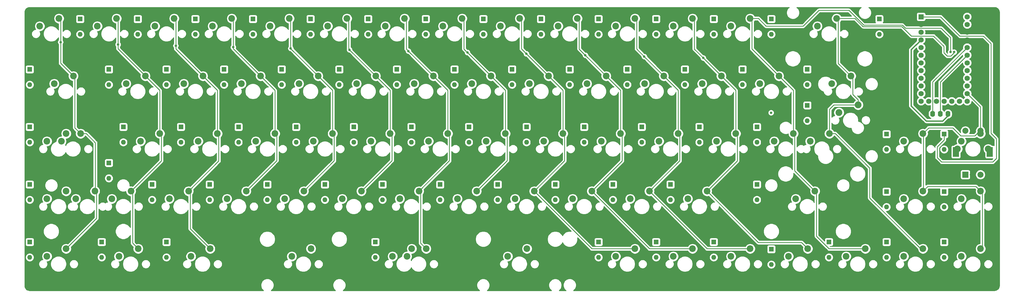
<source format=gbr>
%TF.GenerationSoftware,KiCad,Pcbnew,(5.1.12)-1*%
%TF.CreationDate,2022-01-10T12:04:37-05:00*%
%TF.ProjectId,GanJing 65 rev 2 solder,47616e4a-696e-4672-9036-352072657620,2*%
%TF.SameCoordinates,Original*%
%TF.FileFunction,Copper,L2,Bot*%
%TF.FilePolarity,Positive*%
%FSLAX46Y46*%
G04 Gerber Fmt 4.6, Leading zero omitted, Abs format (unit mm)*
G04 Created by KiCad (PCBNEW (5.1.12)-1) date 2022-01-10 12:04:37*
%MOMM*%
%LPD*%
G01*
G04 APERTURE LIST*
%TA.AperFunction,ComponentPad*%
%ADD10C,2.200000*%
%TD*%
%TA.AperFunction,ComponentPad*%
%ADD11C,2.250000*%
%TD*%
%TA.AperFunction,ComponentPad*%
%ADD12O,1.600000X2.000000*%
%TD*%
%TA.AperFunction,ComponentPad*%
%ADD13C,1.752600*%
%TD*%
%TA.AperFunction,ComponentPad*%
%ADD14R,1.752600X1.752600*%
%TD*%
%TA.AperFunction,WasherPad*%
%ADD15C,2.200000*%
%TD*%
%TA.AperFunction,ComponentPad*%
%ADD16C,2.000000*%
%TD*%
%TA.AperFunction,ComponentPad*%
%ADD17R,2.000000X2.000000*%
%TD*%
%TA.AperFunction,WasherPad*%
%ADD18R,2.000000X3.200000*%
%TD*%
%TA.AperFunction,ComponentPad*%
%ADD19O,1.600000X1.600000*%
%TD*%
%TA.AperFunction,ComponentPad*%
%ADD20R,1.600000X1.600000*%
%TD*%
%TA.AperFunction,ViaPad*%
%ADD21C,0.800000*%
%TD*%
%TA.AperFunction,Conductor*%
%ADD22C,0.250000*%
%TD*%
%TA.AperFunction,Conductor*%
%ADD23C,0.400000*%
%TD*%
%TA.AperFunction,Conductor*%
%ADD24C,0.254000*%
%TD*%
%TA.AperFunction,Conductor*%
%ADD25C,0.100000*%
%TD*%
G04 APERTURE END LIST*
D10*
%TO.P,MX43,1*%
%TO.N,col_14*%
X316865000Y-137795000D03*
%TO.P,MX43,2*%
%TO.N,Net-(D43-Pad2)*%
X310515000Y-140335000D03*
%TD*%
%TO.P,MX30,2*%
%TO.N,Net-(D30-Pad2)*%
X62865000Y-140335000D03*
%TO.P,MX30,1*%
%TO.N,col_1*%
X69215000Y-137795000D03*
%TD*%
%TO.P,MX70,2*%
%TO.N,Net-(D30-Pad2)*%
X58102500Y-140335000D03*
%TO.P,MX70,1*%
%TO.N,col_1*%
X64452500Y-137795000D03*
%TD*%
D11*
%TO.P,MX75,1*%
%TO.N,col_14*%
X326390000Y-128270000D03*
%TO.P,MX75,2*%
%TO.N,Net-(D43-Pad2)*%
X320040000Y-130810000D03*
%TD*%
D12*
%TO.P,DS1,1*%
%TO.N,GND*%
X358616250Y-131250000D03*
%TO.P,DS1,3*%
%TO.N,SCL*%
X353536250Y-131250000D03*
%TO.P,DS1,4*%
%TO.N,SDA*%
X350996250Y-131250000D03*
%TO.P,DS1,2*%
%TO.N,VCC*%
X356076250Y-131250000D03*
%TD*%
D13*
%TO.P,U1,3*%
%TO.N,Net-(U1-Pad3)*%
X347186250Y-104210000D03*
%TO.P,U1,28*%
%TO.N,col_12*%
X357346250Y-127070000D03*
D14*
%TO.P,U1,1*%
%TO.N,row_1*%
X347186250Y-99130000D03*
D13*
%TO.P,U1,15*%
%TO.N,row_2*%
X362426250Y-121990000D03*
%TO.P,U1,24*%
%TO.N,rotory_1*%
X362426250Y-99130000D03*
%TO.P,U1,4*%
%TO.N,VCC*%
X347186250Y-106750000D03*
%TO.P,U1,13*%
%TO.N,col_14*%
X362426250Y-127070000D03*
%TO.P,U1,8*%
%TO.N,col_4*%
X347186250Y-116910000D03*
%TO.P,U1,26*%
%TO.N,col_10*%
X352266250Y-127070000D03*
%TO.P,U1,2*%
%TO.N,GND*%
X347186250Y-101670000D03*
%TO.P,U1,25*%
%TO.N,col_9*%
X349726250Y-127070000D03*
%TO.P,U1,16*%
%TO.N,row_3*%
X362426250Y-119450000D03*
%TO.P,U1,5*%
%TO.N,col_1*%
X347186250Y-109290000D03*
%TO.P,U1,19*%
%TO.N,SCL*%
X362426250Y-111830000D03*
%TO.P,U1,20*%
%TO.N,SDA*%
X362426250Y-109290000D03*
%TO.P,U1,11*%
%TO.N,col_7*%
X347186250Y-124530000D03*
%TO.P,U1,21*%
%TO.N,GND*%
X362426250Y-106750000D03*
%TO.P,U1,22*%
X362426250Y-104210000D03*
%TO.P,U1,12*%
%TO.N,col_8*%
X347186250Y-127070000D03*
%TO.P,U1,29*%
%TO.N,col_13*%
X359886250Y-127070000D03*
%TO.P,U1,9*%
%TO.N,col_5*%
X347186250Y-119450000D03*
%TO.P,U1,6*%
%TO.N,col_2*%
X347186250Y-111830000D03*
%TO.P,U1,7*%
%TO.N,col_3*%
X347186250Y-114370000D03*
%TO.P,U1,18*%
%TO.N,row_5*%
X362426250Y-114370000D03*
%TO.P,U1,27*%
%TO.N,col_11*%
X354806250Y-127070000D03*
%TO.P,U1,10*%
%TO.N,col_6*%
X347186250Y-121990000D03*
%TO.P,U1,14*%
%TO.N,S1*%
X362426250Y-124530000D03*
%TO.P,U1,17*%
%TO.N,row_4*%
X362426250Y-116910000D03*
%TO.P,U1,23*%
%TO.N,rotory_2*%
X362426250Y-101670000D03*
%TD*%
D15*
%TO.P,MX76,*%
%TO.N,*%
X359251250Y-142875000D03*
D10*
%TO.P,MX76,1*%
%TO.N,S1*%
X366871250Y-137795000D03*
%TO.P,MX76,2*%
%TO.N,S2*%
X360521250Y-140335000D03*
D15*
%TO.P,MX76,*%
%TO.N,*%
X369411250Y-142875000D03*
%TD*%
D16*
%TO.P,SW1,S1*%
%TO.N,S1*%
X366831250Y-136875000D03*
%TO.P,SW1,B*%
%TO.N,rotory_2*%
X366831250Y-151375000D03*
D17*
%TO.P,SW1,A*%
%TO.N,rotory_1*%
X361831250Y-151375000D03*
D16*
%TO.P,SW1,C*%
%TO.N,GND*%
X364331250Y-151375000D03*
%TO.P,SW1,S2*%
%TO.N,S2*%
X361831250Y-136875000D03*
D18*
%TO.P,SW1,*%
%TO.N,*%
X369931250Y-143875000D03*
X358731250Y-143875000D03*
%TD*%
D10*
%TO.P,MX74,2*%
%TO.N,Net-(D62-Pad2)*%
X210502500Y-178435000D03*
%TO.P,MX74,1*%
%TO.N,col_7*%
X216852500Y-175895000D03*
%TD*%
%TO.P,MX73,2*%
%TO.N,Net-(D62-Pad2)*%
X172402500Y-178435000D03*
%TO.P,MX73,1*%
%TO.N,col_7*%
X178752500Y-175895000D03*
%TD*%
%TO.P,MX72,1*%
%TO.N,col_7*%
X145415000Y-175895000D03*
%TO.P,MX72,2*%
%TO.N,Net-(D62-Pad2)*%
X139065000Y-178435000D03*
%TD*%
%TO.P,MX71,2*%
%TO.N,Net-(D45-Pad2)*%
X58102500Y-159385000D03*
%TO.P,MX71,1*%
%TO.N,col_1*%
X64452500Y-156845000D03*
%TD*%
%TO.P,MX69,2*%
%TO.N,Net-(D69-Pad2)*%
X360521250Y-178435000D03*
%TO.P,MX69,1*%
%TO.N,S1*%
X366871250Y-175895000D03*
%TD*%
%TO.P,MX68,2*%
%TO.N,Net-(D68-Pad2)*%
X341471250Y-178435000D03*
%TO.P,MX68,1*%
%TO.N,col_14*%
X347821250Y-175895000D03*
%TD*%
%TO.P,MX67,2*%
%TO.N,Net-(D67-Pad2)*%
X322421250Y-178435000D03*
%TO.P,MX67,1*%
%TO.N,col_13*%
X328771250Y-175895000D03*
%TD*%
%TO.P,MX66,2*%
%TO.N,Net-(D66-Pad2)*%
X303371250Y-178435000D03*
%TO.P,MX66,1*%
%TO.N,col_12*%
X309721250Y-175895000D03*
%TD*%
%TO.P,MX65,2*%
%TO.N,Net-(D65-Pad2)*%
X284321250Y-178435000D03*
%TO.P,MX65,1*%
%TO.N,col_11*%
X290671250Y-175895000D03*
%TD*%
%TO.P,MX64,2*%
%TO.N,Net-(D64-Pad2)*%
X265271250Y-178435000D03*
%TO.P,MX64,1*%
%TO.N,col_10*%
X271621250Y-175895000D03*
%TD*%
%TO.P,MX63,2*%
%TO.N,Net-(D63-Pad2)*%
X246221250Y-178435000D03*
%TO.P,MX63,1*%
%TO.N,col_9*%
X252571250Y-175895000D03*
%TD*%
%TO.P,MX62,2*%
%TO.N,Net-(D62-Pad2)*%
X177165000Y-178435000D03*
%TO.P,MX62,1*%
%TO.N,col_7*%
X183515000Y-175895000D03*
%TD*%
%TO.P,MX61,2*%
%TO.N,Net-(D61-Pad2)*%
X105727500Y-178435000D03*
%TO.P,MX61,1*%
%TO.N,col_3*%
X112077500Y-175895000D03*
%TD*%
%TO.P,MX60,2*%
%TO.N,Net-(D60-Pad2)*%
X81915000Y-178435000D03*
%TO.P,MX60,1*%
%TO.N,col_2*%
X88265000Y-175895000D03*
%TD*%
%TO.P,MX59,2*%
%TO.N,Net-(D59-Pad2)*%
X58102500Y-178435000D03*
%TO.P,MX59,1*%
%TO.N,col_1*%
X64452500Y-175895000D03*
%TD*%
%TO.P,MX58,2*%
%TO.N,Net-(D58-Pad2)*%
X360521250Y-159385000D03*
%TO.P,MX58,1*%
%TO.N,S1*%
X366871250Y-156845000D03*
%TD*%
%TO.P,MX57,1*%
%TO.N,col_13*%
X312102500Y-156845000D03*
%TO.P,MX57,2*%
%TO.N,Net-(D57-Pad2)*%
X305752500Y-159385000D03*
%TD*%
%TO.P,MX56,2*%
%TO.N,Net-(D56-Pad2)*%
X270033750Y-159385000D03*
%TO.P,MX56,1*%
%TO.N,col_12*%
X276383750Y-156845000D03*
%TD*%
%TO.P,MX55,2*%
%TO.N,Net-(D55-Pad2)*%
X250983750Y-159385000D03*
%TO.P,MX55,1*%
%TO.N,col_11*%
X257333750Y-156845000D03*
%TD*%
%TO.P,MX54,2*%
%TO.N,Net-(D54-Pad2)*%
X231933750Y-159385000D03*
%TO.P,MX54,1*%
%TO.N,col_10*%
X238283750Y-156845000D03*
%TD*%
%TO.P,MX53,2*%
%TO.N,Net-(D53-Pad2)*%
X212883750Y-159385000D03*
%TO.P,MX53,1*%
%TO.N,col_9*%
X219233750Y-156845000D03*
%TD*%
%TO.P,MX52,2*%
%TO.N,Net-(D52-Pad2)*%
X193833750Y-159385000D03*
%TO.P,MX52,1*%
%TO.N,col_8*%
X200183750Y-156845000D03*
%TD*%
%TO.P,MX51,2*%
%TO.N,Net-(D51-Pad2)*%
X174783750Y-159385000D03*
%TO.P,MX51,1*%
%TO.N,col_7*%
X181133750Y-156845000D03*
%TD*%
%TO.P,MX50,2*%
%TO.N,Net-(D50-Pad2)*%
X155733750Y-159385000D03*
%TO.P,MX50,1*%
%TO.N,col_6*%
X162083750Y-156845000D03*
%TD*%
%TO.P,MX49,2*%
%TO.N,Net-(D49-Pad2)*%
X136683750Y-159385000D03*
%TO.P,MX49,1*%
%TO.N,col_5*%
X143033750Y-156845000D03*
%TD*%
%TO.P,MX48,2*%
%TO.N,Net-(D48-Pad2)*%
X117633750Y-159385000D03*
%TO.P,MX48,1*%
%TO.N,col_4*%
X123983750Y-156845000D03*
%TD*%
%TO.P,MX47,2*%
%TO.N,Net-(D47-Pad2)*%
X98583750Y-159385000D03*
%TO.P,MX47,1*%
%TO.N,col_3*%
X104933750Y-156845000D03*
%TD*%
%TO.P,MX46,2*%
%TO.N,Net-(D46-Pad2)*%
X79533750Y-159385000D03*
%TO.P,MX46,1*%
%TO.N,col_2*%
X85883750Y-156845000D03*
%TD*%
%TO.P,MX45,2*%
%TO.N,Net-(D45-Pad2)*%
X67627500Y-159385000D03*
%TO.P,MX45,1*%
%TO.N,col_1*%
X73977500Y-156845000D03*
%TD*%
%TO.P,MX44,2*%
%TO.N,Net-(D44-Pad2)*%
X341471250Y-159385000D03*
%TO.P,MX44,1*%
%TO.N,S1*%
X347821250Y-156845000D03*
%TD*%
%TO.P,MX42,2*%
%TO.N,Net-(D42-Pad2)*%
X298608750Y-140335000D03*
%TO.P,MX42,1*%
%TO.N,col_13*%
X304958750Y-137795000D03*
%TD*%
%TO.P,MX41,2*%
%TO.N,Net-(D41-Pad2)*%
X279558750Y-140335000D03*
%TO.P,MX41,1*%
%TO.N,col_12*%
X285908750Y-137795000D03*
%TD*%
%TO.P,MX40,2*%
%TO.N,Net-(D40-Pad2)*%
X260508750Y-140335000D03*
%TO.P,MX40,1*%
%TO.N,col_11*%
X266858750Y-137795000D03*
%TD*%
%TO.P,MX39,2*%
%TO.N,Net-(D39-Pad2)*%
X241458750Y-140335000D03*
%TO.P,MX39,1*%
%TO.N,col_10*%
X247808750Y-137795000D03*
%TD*%
%TO.P,MX38,2*%
%TO.N,Net-(D38-Pad2)*%
X222408750Y-140335000D03*
%TO.P,MX38,1*%
%TO.N,col_9*%
X228758750Y-137795000D03*
%TD*%
%TO.P,MX37,2*%
%TO.N,Net-(D37-Pad2)*%
X203358750Y-140335000D03*
%TO.P,MX37,1*%
%TO.N,col_8*%
X209708750Y-137795000D03*
%TD*%
%TO.P,MX36,2*%
%TO.N,Net-(D36-Pad2)*%
X184308750Y-140335000D03*
%TO.P,MX36,1*%
%TO.N,col_7*%
X190658750Y-137795000D03*
%TD*%
%TO.P,MX35,2*%
%TO.N,Net-(D35-Pad2)*%
X165258750Y-140335000D03*
%TO.P,MX35,1*%
%TO.N,col_6*%
X171608750Y-137795000D03*
%TD*%
%TO.P,MX34,2*%
%TO.N,Net-(D34-Pad2)*%
X146208750Y-140335000D03*
%TO.P,MX34,1*%
%TO.N,col_5*%
X152558750Y-137795000D03*
%TD*%
%TO.P,MX33,2*%
%TO.N,Net-(D33-Pad2)*%
X127158750Y-140335000D03*
%TO.P,MX33,1*%
%TO.N,col_4*%
X133508750Y-137795000D03*
%TD*%
%TO.P,MX32,2*%
%TO.N,Net-(D32-Pad2)*%
X108108750Y-140335000D03*
%TO.P,MX32,1*%
%TO.N,col_3*%
X114458750Y-137795000D03*
%TD*%
%TO.P,MX31,2*%
%TO.N,Net-(D31-Pad2)*%
X89058750Y-140335000D03*
%TO.P,MX31,1*%
%TO.N,col_2*%
X95408750Y-137795000D03*
%TD*%
%TO.P,MX29,2*%
%TO.N,Net-(D29-Pad2)*%
X341471250Y-140335000D03*
%TO.P,MX29,1*%
%TO.N,S1*%
X347821250Y-137795000D03*
%TD*%
%TO.P,MX28,1*%
%TO.N,col_14*%
X324008750Y-118745000D03*
%TO.P,MX28,2*%
%TO.N,Net-(D28-Pad2)*%
X317658750Y-121285000D03*
%TD*%
%TO.P,MX27,2*%
%TO.N,Net-(D27-Pad2)*%
X293846250Y-121285000D03*
%TO.P,MX27,1*%
%TO.N,col_13*%
X300196250Y-118745000D03*
%TD*%
%TO.P,MX26,2*%
%TO.N,Net-(D26-Pad2)*%
X274796250Y-121285000D03*
%TO.P,MX26,1*%
%TO.N,col_12*%
X281146250Y-118745000D03*
%TD*%
%TO.P,MX25,2*%
%TO.N,Net-(D25-Pad2)*%
X255746250Y-121285000D03*
%TO.P,MX25,1*%
%TO.N,col_11*%
X262096250Y-118745000D03*
%TD*%
%TO.P,MX24,2*%
%TO.N,Net-(D24-Pad2)*%
X236696250Y-121285000D03*
%TO.P,MX24,1*%
%TO.N,col_10*%
X243046250Y-118745000D03*
%TD*%
%TO.P,MX23,2*%
%TO.N,Net-(D23-Pad2)*%
X217646250Y-121285000D03*
%TO.P,MX23,1*%
%TO.N,col_9*%
X223996250Y-118745000D03*
%TD*%
%TO.P,MX22,2*%
%TO.N,Net-(D22-Pad2)*%
X198596250Y-121285000D03*
%TO.P,MX22,1*%
%TO.N,col_8*%
X204946250Y-118745000D03*
%TD*%
%TO.P,MX21,2*%
%TO.N,Net-(D21-Pad2)*%
X179546250Y-121285000D03*
%TO.P,MX21,1*%
%TO.N,col_7*%
X185896250Y-118745000D03*
%TD*%
%TO.P,MX20,2*%
%TO.N,Net-(D20-Pad2)*%
X160496250Y-121285000D03*
%TO.P,MX20,1*%
%TO.N,col_6*%
X166846250Y-118745000D03*
%TD*%
%TO.P,MX19,2*%
%TO.N,Net-(D19-Pad2)*%
X141446250Y-121285000D03*
%TO.P,MX19,1*%
%TO.N,col_5*%
X147796250Y-118745000D03*
%TD*%
%TO.P,MX18,2*%
%TO.N,Net-(D18-Pad2)*%
X122396250Y-121285000D03*
%TO.P,MX18,1*%
%TO.N,col_4*%
X128746250Y-118745000D03*
%TD*%
%TO.P,MX17,2*%
%TO.N,Net-(D17-Pad2)*%
X103346250Y-121285000D03*
%TO.P,MX17,1*%
%TO.N,col_3*%
X109696250Y-118745000D03*
%TD*%
%TO.P,MX16,2*%
%TO.N,Net-(D16-Pad2)*%
X84296250Y-121285000D03*
%TO.P,MX16,1*%
%TO.N,col_2*%
X90646250Y-118745000D03*
%TD*%
%TO.P,MX15,1*%
%TO.N,col_1*%
X66833750Y-118745000D03*
%TO.P,MX15,2*%
%TO.N,Net-(D15-Pad2)*%
X60483750Y-121285000D03*
%TD*%
%TO.P,MX14,1*%
%TO.N,col_14*%
X319246250Y-99695000D03*
%TO.P,MX14,2*%
%TO.N,Net-(D14-Pad2)*%
X312896250Y-102235000D03*
%TD*%
%TO.P,MX13,2*%
%TO.N,Net-(D13-Pad2)*%
X284321250Y-102235000D03*
%TO.P,MX13,1*%
%TO.N,col_13*%
X290671250Y-99695000D03*
%TD*%
%TO.P,MX12,2*%
%TO.N,Net-(D12-Pad2)*%
X265271250Y-102235000D03*
%TO.P,MX12,1*%
%TO.N,col_12*%
X271621250Y-99695000D03*
%TD*%
%TO.P,MX11,2*%
%TO.N,Net-(D11-Pad2)*%
X246221250Y-102235000D03*
%TO.P,MX11,1*%
%TO.N,col_11*%
X252571250Y-99695000D03*
%TD*%
%TO.P,MX10,2*%
%TO.N,Net-(D10-Pad2)*%
X227171250Y-102235000D03*
%TO.P,MX10,1*%
%TO.N,col_10*%
X233521250Y-99695000D03*
%TD*%
%TO.P,MX9,2*%
%TO.N,Net-(D9-Pad2)*%
X208121250Y-102235000D03*
%TO.P,MX9,1*%
%TO.N,col_9*%
X214471250Y-99695000D03*
%TD*%
%TO.P,MX8,2*%
%TO.N,Net-(D8-Pad2)*%
X189071250Y-102235000D03*
%TO.P,MX8,1*%
%TO.N,col_8*%
X195421250Y-99695000D03*
%TD*%
%TO.P,MX7,2*%
%TO.N,Net-(D7-Pad2)*%
X170021250Y-102235000D03*
%TO.P,MX7,1*%
%TO.N,col_7*%
X176371250Y-99695000D03*
%TD*%
%TO.P,MX6,2*%
%TO.N,Net-(D6-Pad2)*%
X150971250Y-102235000D03*
%TO.P,MX6,1*%
%TO.N,col_6*%
X157321250Y-99695000D03*
%TD*%
%TO.P,MX5,2*%
%TO.N,Net-(D5-Pad2)*%
X131921250Y-102235000D03*
%TO.P,MX5,1*%
%TO.N,col_5*%
X138271250Y-99695000D03*
%TD*%
%TO.P,MX4,2*%
%TO.N,Net-(D4-Pad2)*%
X112871250Y-102235000D03*
%TO.P,MX4,1*%
%TO.N,col_4*%
X119221250Y-99695000D03*
%TD*%
%TO.P,MX3,2*%
%TO.N,Net-(D3-Pad2)*%
X93821250Y-102235000D03*
%TO.P,MX3,1*%
%TO.N,col_3*%
X100171250Y-99695000D03*
%TD*%
%TO.P,MX2,2*%
%TO.N,Net-(D2-Pad2)*%
X74771250Y-102235000D03*
%TO.P,MX2,1*%
%TO.N,col_2*%
X81121250Y-99695000D03*
%TD*%
%TO.P,MX1,2*%
%TO.N,Net-(D1-Pad2)*%
X55721250Y-102235000D03*
%TO.P,MX1,1*%
%TO.N,col_1*%
X62071250Y-99695000D03*
%TD*%
D19*
%TO.P,D70,2*%
%TO.N,S2*%
X354806250Y-143033750D03*
D20*
%TO.P,D70,1*%
%TO.N,row_1*%
X354806250Y-137953750D03*
%TD*%
D19*
%TO.P,D69,2*%
%TO.N,Net-(D69-Pad2)*%
X354806250Y-178752500D03*
D20*
%TO.P,D69,1*%
%TO.N,row_5*%
X354806250Y-173672500D03*
%TD*%
D19*
%TO.P,D68,2*%
%TO.N,Net-(D68-Pad2)*%
X335756250Y-178752500D03*
D20*
%TO.P,D68,1*%
%TO.N,row_5*%
X335756250Y-173672500D03*
%TD*%
D19*
%TO.P,D67,2*%
%TO.N,Net-(D67-Pad2)*%
X316706250Y-178752500D03*
D20*
%TO.P,D67,1*%
%TO.N,row_5*%
X316706250Y-173672500D03*
%TD*%
D19*
%TO.P,D66,2*%
%TO.N,Net-(D66-Pad2)*%
X297656250Y-181133750D03*
D20*
%TO.P,D66,1*%
%TO.N,row_5*%
X297656250Y-176053750D03*
%TD*%
D19*
%TO.P,D65,2*%
%TO.N,Net-(D65-Pad2)*%
X278606250Y-178752500D03*
D20*
%TO.P,D65,1*%
%TO.N,row_5*%
X278606250Y-173672500D03*
%TD*%
D19*
%TO.P,D64,2*%
%TO.N,Net-(D64-Pad2)*%
X259556250Y-178752500D03*
D20*
%TO.P,D64,1*%
%TO.N,row_5*%
X259556250Y-173672500D03*
%TD*%
D19*
%TO.P,D63,2*%
%TO.N,Net-(D63-Pad2)*%
X240506250Y-178752500D03*
D20*
%TO.P,D63,1*%
%TO.N,row_5*%
X240506250Y-173672500D03*
%TD*%
D19*
%TO.P,D62,2*%
%TO.N,Net-(D62-Pad2)*%
X166687500Y-178752500D03*
D20*
%TO.P,D62,1*%
%TO.N,row_5*%
X166687500Y-173672500D03*
%TD*%
D19*
%TO.P,D61,2*%
%TO.N,Net-(D61-Pad2)*%
X97631250Y-178752500D03*
D20*
%TO.P,D61,1*%
%TO.N,row_5*%
X97631250Y-173672500D03*
%TD*%
D19*
%TO.P,D60,2*%
%TO.N,Net-(D60-Pad2)*%
X76200000Y-178752500D03*
D20*
%TO.P,D60,1*%
%TO.N,row_5*%
X76200000Y-173672500D03*
%TD*%
D19*
%TO.P,D59,2*%
%TO.N,Net-(D59-Pad2)*%
X52387500Y-178752500D03*
D20*
%TO.P,D59,1*%
%TO.N,row_5*%
X52387500Y-173672500D03*
%TD*%
D19*
%TO.P,D58,2*%
%TO.N,Net-(D58-Pad2)*%
X354806250Y-162083750D03*
D20*
%TO.P,D58,1*%
%TO.N,row_4*%
X354806250Y-157003750D03*
%TD*%
D19*
%TO.P,D57,2*%
%TO.N,Net-(D57-Pad2)*%
X292893750Y-159702500D03*
D20*
%TO.P,D57,1*%
%TO.N,row_4*%
X292893750Y-154622500D03*
%TD*%
D19*
%TO.P,D56,2*%
%TO.N,Net-(D56-Pad2)*%
X264318750Y-159702500D03*
D20*
%TO.P,D56,1*%
%TO.N,row_4*%
X264318750Y-154622500D03*
%TD*%
D19*
%TO.P,D55,2*%
%TO.N,Net-(D55-Pad2)*%
X245268750Y-159702500D03*
D20*
%TO.P,D55,1*%
%TO.N,row_4*%
X245268750Y-154622500D03*
%TD*%
D19*
%TO.P,D54,2*%
%TO.N,Net-(D54-Pad2)*%
X226218750Y-159702500D03*
D20*
%TO.P,D54,1*%
%TO.N,row_4*%
X226218750Y-154622500D03*
%TD*%
D19*
%TO.P,D53,2*%
%TO.N,Net-(D53-Pad2)*%
X207168750Y-159702500D03*
D20*
%TO.P,D53,1*%
%TO.N,row_4*%
X207168750Y-154622500D03*
%TD*%
D19*
%TO.P,D52,2*%
%TO.N,Net-(D52-Pad2)*%
X188118750Y-159702500D03*
D20*
%TO.P,D52,1*%
%TO.N,row_4*%
X188118750Y-154622500D03*
%TD*%
D19*
%TO.P,D51,2*%
%TO.N,Net-(D51-Pad2)*%
X169068750Y-159702500D03*
D20*
%TO.P,D51,1*%
%TO.N,row_4*%
X169068750Y-154622500D03*
%TD*%
D19*
%TO.P,D50,2*%
%TO.N,Net-(D50-Pad2)*%
X150018750Y-159702500D03*
D20*
%TO.P,D50,1*%
%TO.N,row_4*%
X150018750Y-154622500D03*
%TD*%
D19*
%TO.P,D49,2*%
%TO.N,Net-(D49-Pad2)*%
X130968750Y-159702500D03*
D20*
%TO.P,D49,1*%
%TO.N,row_4*%
X130968750Y-154622500D03*
%TD*%
D19*
%TO.P,D48,2*%
%TO.N,Net-(D48-Pad2)*%
X111918750Y-159702500D03*
D20*
%TO.P,D48,1*%
%TO.N,row_4*%
X111918750Y-154622500D03*
%TD*%
D19*
%TO.P,D47,2*%
%TO.N,Net-(D47-Pad2)*%
X92868750Y-159702500D03*
D20*
%TO.P,D47,1*%
%TO.N,row_4*%
X92868750Y-154622500D03*
%TD*%
D19*
%TO.P,D46,2*%
%TO.N,Net-(D46-Pad2)*%
X78581250Y-152558750D03*
D20*
%TO.P,D46,1*%
%TO.N,row_4*%
X78581250Y-147478750D03*
%TD*%
D19*
%TO.P,D45,2*%
%TO.N,Net-(D45-Pad2)*%
X52387500Y-159702500D03*
D20*
%TO.P,D45,1*%
%TO.N,row_4*%
X52387500Y-154622500D03*
%TD*%
D19*
%TO.P,D44,2*%
%TO.N,Net-(D44-Pad2)*%
X335756250Y-162083750D03*
D20*
%TO.P,D44,1*%
%TO.N,row_3*%
X335756250Y-157003750D03*
%TD*%
D19*
%TO.P,D43,2*%
%TO.N,Net-(D43-Pad2)*%
X309562500Y-133508750D03*
D20*
%TO.P,D43,1*%
%TO.N,row_3*%
X309562500Y-128428750D03*
%TD*%
D19*
%TO.P,D42,2*%
%TO.N,Net-(D42-Pad2)*%
X292893750Y-140652500D03*
D20*
%TO.P,D42,1*%
%TO.N,row_3*%
X292893750Y-135572500D03*
%TD*%
D19*
%TO.P,D41,2*%
%TO.N,Net-(D41-Pad2)*%
X273843750Y-140652500D03*
D20*
%TO.P,D41,1*%
%TO.N,row_3*%
X273843750Y-135572500D03*
%TD*%
D19*
%TO.P,D40,2*%
%TO.N,Net-(D40-Pad2)*%
X254793750Y-140652500D03*
D20*
%TO.P,D40,1*%
%TO.N,row_3*%
X254793750Y-135572500D03*
%TD*%
D19*
%TO.P,D39,2*%
%TO.N,Net-(D39-Pad2)*%
X235743750Y-140652500D03*
D20*
%TO.P,D39,1*%
%TO.N,row_3*%
X235743750Y-135572500D03*
%TD*%
D19*
%TO.P,D38,2*%
%TO.N,Net-(D38-Pad2)*%
X216693750Y-140652500D03*
D20*
%TO.P,D38,1*%
%TO.N,row_3*%
X216693750Y-135572500D03*
%TD*%
D19*
%TO.P,D37,2*%
%TO.N,Net-(D37-Pad2)*%
X197643750Y-140652500D03*
D20*
%TO.P,D37,1*%
%TO.N,row_3*%
X197643750Y-135572500D03*
%TD*%
D19*
%TO.P,D36,2*%
%TO.N,Net-(D36-Pad2)*%
X178593750Y-140652500D03*
D20*
%TO.P,D36,1*%
%TO.N,row_3*%
X178593750Y-135572500D03*
%TD*%
D19*
%TO.P,D35,2*%
%TO.N,Net-(D35-Pad2)*%
X159543750Y-140652500D03*
D20*
%TO.P,D35,1*%
%TO.N,row_3*%
X159543750Y-135572500D03*
%TD*%
D19*
%TO.P,D34,2*%
%TO.N,Net-(D34-Pad2)*%
X140493750Y-140652500D03*
D20*
%TO.P,D34,1*%
%TO.N,row_3*%
X140493750Y-135572500D03*
%TD*%
D19*
%TO.P,D33,2*%
%TO.N,Net-(D33-Pad2)*%
X121443750Y-140652500D03*
D20*
%TO.P,D33,1*%
%TO.N,row_3*%
X121443750Y-135572500D03*
%TD*%
D19*
%TO.P,D32,2*%
%TO.N,Net-(D32-Pad2)*%
X102393750Y-140652500D03*
D20*
%TO.P,D32,1*%
%TO.N,row_3*%
X102393750Y-135572500D03*
%TD*%
D19*
%TO.P,D31,2*%
%TO.N,Net-(D31-Pad2)*%
X83343750Y-140652500D03*
D20*
%TO.P,D31,1*%
%TO.N,row_3*%
X83343750Y-135572500D03*
%TD*%
D19*
%TO.P,D30,2*%
%TO.N,Net-(D30-Pad2)*%
X52387500Y-140652500D03*
D20*
%TO.P,D30,1*%
%TO.N,row_3*%
X52387500Y-135572500D03*
%TD*%
D19*
%TO.P,D29,2*%
%TO.N,Net-(D29-Pad2)*%
X335756250Y-143033750D03*
D20*
%TO.P,D29,1*%
%TO.N,row_2*%
X335756250Y-137953750D03*
%TD*%
D19*
%TO.P,D28,2*%
%TO.N,Net-(D28-Pad2)*%
X309562500Y-121602500D03*
D20*
%TO.P,D28,1*%
%TO.N,row_2*%
X309562500Y-116522500D03*
%TD*%
D19*
%TO.P,D27,2*%
%TO.N,Net-(D27-Pad2)*%
X288131250Y-121602500D03*
D20*
%TO.P,D27,1*%
%TO.N,row_2*%
X288131250Y-116522500D03*
%TD*%
D19*
%TO.P,D26,2*%
%TO.N,Net-(D26-Pad2)*%
X269081250Y-121602500D03*
D20*
%TO.P,D26,1*%
%TO.N,row_2*%
X269081250Y-116522500D03*
%TD*%
D19*
%TO.P,D25,2*%
%TO.N,Net-(D25-Pad2)*%
X250031250Y-121602500D03*
D20*
%TO.P,D25,1*%
%TO.N,row_2*%
X250031250Y-116522500D03*
%TD*%
D19*
%TO.P,D24,2*%
%TO.N,Net-(D24-Pad2)*%
X230981250Y-121602500D03*
D20*
%TO.P,D24,1*%
%TO.N,row_2*%
X230981250Y-116522500D03*
%TD*%
D19*
%TO.P,D23,2*%
%TO.N,Net-(D23-Pad2)*%
X211931250Y-121602500D03*
D20*
%TO.P,D23,1*%
%TO.N,row_2*%
X211931250Y-116522500D03*
%TD*%
D19*
%TO.P,D22,2*%
%TO.N,Net-(D22-Pad2)*%
X192881250Y-121602500D03*
D20*
%TO.P,D22,1*%
%TO.N,row_2*%
X192881250Y-116522500D03*
%TD*%
D19*
%TO.P,D21,2*%
%TO.N,Net-(D21-Pad2)*%
X173831250Y-121602500D03*
D20*
%TO.P,D21,1*%
%TO.N,row_2*%
X173831250Y-116522500D03*
%TD*%
D19*
%TO.P,D20,2*%
%TO.N,Net-(D20-Pad2)*%
X154781250Y-121602500D03*
D20*
%TO.P,D20,1*%
%TO.N,row_2*%
X154781250Y-116522500D03*
%TD*%
D19*
%TO.P,D19,2*%
%TO.N,Net-(D19-Pad2)*%
X135731250Y-121602500D03*
D20*
%TO.P,D19,1*%
%TO.N,row_2*%
X135731250Y-116522500D03*
%TD*%
D19*
%TO.P,D18,2*%
%TO.N,Net-(D18-Pad2)*%
X116681250Y-121602500D03*
D20*
%TO.P,D18,1*%
%TO.N,row_2*%
X116681250Y-116522500D03*
%TD*%
D19*
%TO.P,D17,2*%
%TO.N,Net-(D17-Pad2)*%
X97631250Y-121602500D03*
D20*
%TO.P,D17,1*%
%TO.N,row_2*%
X97631250Y-116522500D03*
%TD*%
D19*
%TO.P,D16,2*%
%TO.N,Net-(D16-Pad2)*%
X78581250Y-121602500D03*
D20*
%TO.P,D16,1*%
%TO.N,row_2*%
X78581250Y-116522500D03*
%TD*%
D19*
%TO.P,D15,2*%
%TO.N,Net-(D15-Pad2)*%
X52387500Y-121602500D03*
D20*
%TO.P,D15,1*%
%TO.N,row_2*%
X52387500Y-116522500D03*
%TD*%
D19*
%TO.P,D14,2*%
%TO.N,Net-(D14-Pad2)*%
X333375000Y-104933750D03*
D20*
%TO.P,D14,1*%
%TO.N,row_1*%
X333375000Y-99853750D03*
%TD*%
D19*
%TO.P,D13,2*%
%TO.N,Net-(D13-Pad2)*%
X297656250Y-104933750D03*
D20*
%TO.P,D13,1*%
%TO.N,row_1*%
X297656250Y-99853750D03*
%TD*%
D19*
%TO.P,D12,2*%
%TO.N,Net-(D12-Pad2)*%
X278606250Y-104933750D03*
D20*
%TO.P,D12,1*%
%TO.N,row_1*%
X278606250Y-99853750D03*
%TD*%
D19*
%TO.P,D11,2*%
%TO.N,Net-(D11-Pad2)*%
X259556250Y-104933750D03*
D20*
%TO.P,D11,1*%
%TO.N,row_1*%
X259556250Y-99853750D03*
%TD*%
D19*
%TO.P,D10,2*%
%TO.N,Net-(D10-Pad2)*%
X240506250Y-104933750D03*
D20*
%TO.P,D10,1*%
%TO.N,row_1*%
X240506250Y-99853750D03*
%TD*%
D19*
%TO.P,D9,2*%
%TO.N,Net-(D9-Pad2)*%
X221456250Y-104933750D03*
D20*
%TO.P,D9,1*%
%TO.N,row_1*%
X221456250Y-99853750D03*
%TD*%
D19*
%TO.P,D8,2*%
%TO.N,Net-(D8-Pad2)*%
X202406250Y-104933750D03*
D20*
%TO.P,D8,1*%
%TO.N,row_1*%
X202406250Y-99853750D03*
%TD*%
D19*
%TO.P,D7,2*%
%TO.N,Net-(D7-Pad2)*%
X183356250Y-104933750D03*
D20*
%TO.P,D7,1*%
%TO.N,row_1*%
X183356250Y-99853750D03*
%TD*%
D19*
%TO.P,D6,2*%
%TO.N,Net-(D6-Pad2)*%
X164306250Y-104933750D03*
D20*
%TO.P,D6,1*%
%TO.N,row_1*%
X164306250Y-99853750D03*
%TD*%
D19*
%TO.P,D5,2*%
%TO.N,Net-(D5-Pad2)*%
X145256250Y-104933750D03*
D20*
%TO.P,D5,1*%
%TO.N,row_1*%
X145256250Y-99853750D03*
%TD*%
D19*
%TO.P,D4,2*%
%TO.N,Net-(D4-Pad2)*%
X126206250Y-104933750D03*
D20*
%TO.P,D4,1*%
%TO.N,row_1*%
X126206250Y-99853750D03*
%TD*%
D19*
%TO.P,D3,2*%
%TO.N,Net-(D3-Pad2)*%
X107156250Y-104933750D03*
D20*
%TO.P,D3,1*%
%TO.N,row_1*%
X107156250Y-99853750D03*
%TD*%
D19*
%TO.P,D2,2*%
%TO.N,Net-(D2-Pad2)*%
X88106250Y-104933750D03*
D20*
%TO.P,D2,1*%
%TO.N,row_1*%
X88106250Y-99853750D03*
%TD*%
D19*
%TO.P,D1,2*%
%TO.N,Net-(D1-Pad2)*%
X69056250Y-104933750D03*
D20*
%TO.P,D1,1*%
%TO.N,row_1*%
X69056250Y-99853750D03*
%TD*%
D21*
%TO.N,row_3*%
X297576875Y-130889375D03*
%TO.N,GND*%
X321468750Y-147637500D03*
X185737500Y-185737500D03*
X147637500Y-185737500D03*
X219075000Y-185737500D03*
X353606250Y-105100000D03*
X360106250Y-118500000D03*
X354806250Y-122600000D03*
X352306250Y-122600000D03*
X90606250Y-102400000D03*
X109606250Y-102400000D03*
X128706250Y-102400000D03*
X147806250Y-102400000D03*
X166806250Y-102400000D03*
X185906250Y-102400000D03*
X204906250Y-102400000D03*
X224006250Y-102400000D03*
X243006250Y-102400000D03*
X262106250Y-102400000D03*
X281106250Y-102400000D03*
X323806250Y-103500000D03*
X304806250Y-101000000D03*
X295106250Y-106300000D03*
X341406250Y-110600000D03*
X342506250Y-113000000D03*
X348706250Y-131400000D03*
X345406250Y-115600000D03*
X64293750Y-130968750D03*
X83343750Y-130968750D03*
X102393750Y-130968750D03*
X121443750Y-130968750D03*
X140493750Y-130968750D03*
X159543750Y-130968750D03*
X178593750Y-130968750D03*
X197643750Y-130968750D03*
X216693750Y-130968750D03*
X235743750Y-130968750D03*
X254793750Y-130968750D03*
X273843750Y-130968750D03*
X340518750Y-130968750D03*
X333375000Y-130968750D03*
X314325000Y-130968750D03*
X59531250Y-111918750D03*
X78581250Y-111918750D03*
X97631250Y-111918750D03*
X116681250Y-111918750D03*
X135731250Y-111918750D03*
X154781250Y-111918750D03*
X173831250Y-111918750D03*
X192881250Y-111918750D03*
X211931250Y-114300000D03*
X230981250Y-114300000D03*
X250031250Y-114300000D03*
X269081250Y-114300000D03*
X288131250Y-114300000D03*
X316706250Y-114300000D03*
X340518750Y-104775000D03*
X92868750Y-147637500D03*
X64293750Y-147637500D03*
X111918750Y-147637500D03*
X130968750Y-147637500D03*
X150018750Y-147637500D03*
X169068750Y-147637500D03*
X188118750Y-147637500D03*
X207168750Y-147637500D03*
X226218750Y-147637500D03*
X245268750Y-147637500D03*
X264318750Y-147637500D03*
X283368750Y-147637500D03*
X309562500Y-147637500D03*
X295275000Y-147637500D03*
X342900000Y-147637500D03*
X66675000Y-166687500D03*
X78581250Y-166687500D03*
X102393750Y-166687500D03*
X121443750Y-166687500D03*
X140493750Y-166687500D03*
X159543750Y-166687500D03*
X178593750Y-166687500D03*
X197643750Y-166687500D03*
X216693750Y-166687500D03*
X235743750Y-166687500D03*
X254793750Y-166687500D03*
X273843750Y-166687500D03*
X309562500Y-166687500D03*
X292893750Y-166687500D03*
X328612500Y-166687500D03*
X345281250Y-166687500D03*
X364331250Y-166687500D03*
X364331250Y-185737500D03*
X345281250Y-185737500D03*
X326231250Y-185737500D03*
X307181250Y-185737500D03*
X288131250Y-185737500D03*
X269081250Y-185737500D03*
X250031250Y-185737500D03*
X209550000Y-185737500D03*
X171450000Y-185737500D03*
X138112500Y-185737500D03*
X109537500Y-185737500D03*
X85725000Y-185737500D03*
X61912500Y-185737500D03*
X292893750Y-130968750D03*
%TO.N,col_1*%
X62606250Y-107510700D03*
%TO.N,col_2*%
X81606250Y-108300000D03*
%TO.N,col_3*%
X100706250Y-108700000D03*
%TO.N,col_4*%
X119706250Y-109200000D03*
%TO.N,col_5*%
X138706250Y-109600000D03*
%TO.N,col_6*%
X158153750Y-110052500D03*
%TO.N,col_7*%
X177628750Y-110477500D03*
%TO.N,col_8*%
X197153750Y-110952500D03*
%TO.N,col_9*%
X216628750Y-111377500D03*
%TO.N,col_10*%
X236153750Y-111852500D03*
%TO.N,col_11*%
X255628750Y-112277500D03*
%TO.N,col_12*%
X275153750Y-112752500D03*
%TO.N,col_13*%
X356906250Y-110800000D03*
%TO.N,col_14*%
X358106250Y-110800000D03*
%TD*%
D22*
%TO.N,row_1*%
X367806250Y-105500000D02*
X360006250Y-105500000D01*
X370306250Y-108000000D02*
X367806250Y-105500000D01*
X370306250Y-137700000D02*
X370306250Y-108000000D01*
X353636250Y-99130000D02*
X347186250Y-99130000D01*
X372106250Y-139500000D02*
X370306250Y-137700000D01*
X370906250Y-147200000D02*
X372106250Y-146000000D01*
X372106250Y-146000000D02*
X372106250Y-139500000D01*
X354006250Y-147200000D02*
X370906250Y-147200000D01*
X352506250Y-145700000D02*
X354006250Y-147200000D01*
X360006250Y-105500000D02*
X353636250Y-99130000D01*
X352506250Y-142200000D02*
X352506250Y-145700000D01*
X354806250Y-139900000D02*
X352506250Y-142200000D01*
X354806250Y-137953750D02*
X354806250Y-139900000D01*
D23*
%TO.N,VCC*%
X343906250Y-110030000D02*
X347186250Y-106750000D01*
X343906250Y-128600000D02*
X343906250Y-110030000D01*
X348906250Y-133600000D02*
X343906250Y-128600000D01*
X354306250Y-133600000D02*
X348906250Y-133600000D01*
X356076250Y-131830000D02*
X354306250Y-133600000D01*
X356076250Y-131250000D02*
X356076250Y-131830000D01*
D22*
%TO.N,SDA*%
X351006250Y-131240000D02*
X350996250Y-131250000D01*
X351006250Y-120710000D02*
X351006250Y-131240000D01*
X362426250Y-109290000D02*
X351006250Y-120710000D01*
%TO.N,SCL*%
X353536250Y-120720000D02*
X362426250Y-111830000D01*
X353536250Y-131250000D02*
X353536250Y-120720000D01*
%TO.N,col_1*%
X74506250Y-157373750D02*
X73977500Y-156845000D01*
X74506250Y-165841250D02*
X74506250Y-157373750D01*
X64452500Y-175895000D02*
X74506250Y-165841250D01*
X67306250Y-119217500D02*
X66833750Y-118745000D01*
X67306250Y-135886250D02*
X67306250Y-119217500D01*
X69215000Y-137795000D02*
X67306250Y-135886250D01*
X62606250Y-100230000D02*
X62071250Y-99695000D01*
X62606250Y-114517500D02*
X62606250Y-107500000D01*
X66833750Y-118745000D02*
X62606250Y-114517500D01*
X71101250Y-137795000D02*
X69215000Y-137795000D01*
X74106250Y-156716250D02*
X74106250Y-140800000D01*
X74106250Y-140800000D02*
X71101250Y-137795000D01*
X73977500Y-156845000D02*
X74106250Y-156716250D01*
X62606250Y-107500000D02*
X62606250Y-100230000D01*
%TO.N,col_2*%
X95408750Y-123507500D02*
X90646250Y-118745000D01*
X95408750Y-137795000D02*
X95408750Y-123507500D01*
X86406250Y-157367500D02*
X85883750Y-156845000D01*
X86406250Y-174036250D02*
X86406250Y-157367500D01*
X88265000Y-175895000D02*
X86406250Y-174036250D01*
X95906250Y-146822500D02*
X95906250Y-138292500D01*
X95906250Y-138292500D02*
X95408750Y-137795000D01*
X85883750Y-156845000D02*
X95906250Y-146822500D01*
X81606250Y-100180000D02*
X81121250Y-99695000D01*
X81606250Y-109705000D02*
X81606250Y-107500000D01*
X90646250Y-118745000D02*
X81606250Y-109705000D01*
X81606250Y-107500000D02*
X81606250Y-100180000D01*
%TO.N,col_3*%
X114458750Y-123507500D02*
X109696250Y-118745000D01*
X114458750Y-137795000D02*
X114458750Y-123507500D01*
X114906250Y-138242500D02*
X114458750Y-137795000D01*
X114906250Y-146872500D02*
X114906250Y-138242500D01*
X104933750Y-156845000D02*
X114906250Y-146872500D01*
X100706250Y-100230000D02*
X100171250Y-99695000D01*
X100706250Y-109755000D02*
X100706250Y-108700000D01*
X109696250Y-118745000D02*
X100706250Y-109755000D01*
X100706250Y-108700000D02*
X100706250Y-108300000D01*
X100706250Y-108300000D02*
X100706250Y-100230000D01*
X105506250Y-157417500D02*
X104933750Y-156845000D01*
X105506250Y-169300000D02*
X105506250Y-157417500D01*
X112077500Y-175871250D02*
X105506250Y-169300000D01*
X112077500Y-175895000D02*
X112077500Y-175871250D01*
%TO.N,col_4*%
X133508750Y-123507500D02*
X128746250Y-118745000D01*
X133508750Y-137795000D02*
X133508750Y-123507500D01*
X119706250Y-100180000D02*
X119221250Y-99695000D01*
X119706250Y-109705000D02*
X119706250Y-108700000D01*
X128746250Y-118745000D02*
X119706250Y-109705000D01*
X134106250Y-138392500D02*
X133508750Y-137795000D01*
X134106250Y-146722500D02*
X134106250Y-138392500D01*
X123983750Y-156845000D02*
X134106250Y-146722500D01*
X119706250Y-108300000D02*
X119706250Y-100180000D01*
X119706250Y-108700000D02*
X119706250Y-108300000D01*
%TO.N,col_5*%
X152558750Y-123507500D02*
X147796250Y-118745000D01*
X152558750Y-137795000D02*
X152558750Y-123507500D01*
X138706250Y-100130000D02*
X138271250Y-99695000D01*
X138706250Y-109655000D02*
X138706250Y-109200000D01*
X147796250Y-118745000D02*
X138706250Y-109655000D01*
X153106250Y-138342500D02*
X152558750Y-137795000D01*
X153106250Y-146772500D02*
X153106250Y-138342500D01*
X143033750Y-156845000D02*
X153106250Y-146772500D01*
X138706250Y-108300000D02*
X138706250Y-100130000D01*
X138706250Y-109200000D02*
X138706250Y-109200000D01*
X138706250Y-109200000D02*
X138706250Y-108300000D01*
%TO.N,col_6*%
X171608750Y-123507500D02*
X166846250Y-118745000D01*
X171608750Y-137795000D02*
X171608750Y-123507500D01*
X172206250Y-138392500D02*
X171608750Y-137795000D01*
X172206250Y-146722500D02*
X172206250Y-138392500D01*
X162083750Y-156845000D02*
X172206250Y-146722500D01*
X157906250Y-100280000D02*
X157321250Y-99695000D01*
X157906250Y-109805000D02*
X157906250Y-109600000D01*
X166846250Y-118745000D02*
X158153750Y-110052500D01*
X157906250Y-108300000D02*
X157906250Y-100280000D01*
X157906250Y-109600000D02*
X157906250Y-108300000D01*
X158153750Y-110052500D02*
X157906250Y-109805000D01*
%TO.N,col_7*%
X190658750Y-123507500D02*
X185896250Y-118745000D01*
X190658750Y-137795000D02*
X190658750Y-123507500D01*
X191206250Y-138342500D02*
X190658750Y-137795000D01*
X191206250Y-146772500D02*
X191206250Y-138342500D01*
X181133750Y-156845000D02*
X191206250Y-146772500D01*
X176906250Y-100230000D02*
X176371250Y-99695000D01*
X176906250Y-109755000D02*
X176906250Y-108300000D01*
X185896250Y-118745000D02*
X177628750Y-110477500D01*
X176906250Y-108300000D02*
X176906250Y-100230000D01*
X177178750Y-110027500D02*
X176906250Y-109755000D01*
X177628750Y-110477500D02*
X177178750Y-110027500D01*
X181706250Y-157417500D02*
X181133750Y-156845000D01*
X181706250Y-174086250D02*
X181706250Y-157417500D01*
X183515000Y-175895000D02*
X181706250Y-174086250D01*
%TO.N,col_8*%
X209708750Y-123507500D02*
X204946250Y-118745000D01*
X209708750Y-137795000D02*
X209708750Y-123507500D01*
X196006250Y-100280000D02*
X195421250Y-99695000D01*
X196006250Y-109805000D02*
X196006250Y-108300000D01*
X204946250Y-118745000D02*
X197153750Y-110952500D01*
X210306250Y-138392500D02*
X209708750Y-137795000D01*
X210306250Y-146722500D02*
X210306250Y-138392500D01*
X200183750Y-156845000D02*
X210306250Y-146722500D01*
X196006250Y-108300000D02*
X196006250Y-100280000D01*
X196703750Y-110502500D02*
X196006250Y-109805000D01*
X197153750Y-110952500D02*
X196703750Y-110502500D01*
%TO.N,col_9*%
X228758750Y-123507500D02*
X223996250Y-118745000D01*
X228758750Y-137795000D02*
X228758750Y-123507500D01*
X238283750Y-175895000D02*
X219233750Y-156845000D01*
X252571250Y-175895000D02*
X238283750Y-175895000D01*
X215006250Y-100230000D02*
X214471250Y-99695000D01*
X215006250Y-109755000D02*
X215006250Y-108400000D01*
X223996250Y-118745000D02*
X216628750Y-111377500D01*
X229306250Y-138342500D02*
X228758750Y-137795000D01*
X229306250Y-146772500D02*
X229306250Y-138342500D01*
X219233750Y-156845000D02*
X229306250Y-146772500D01*
X215006250Y-108400000D02*
X215006250Y-100230000D01*
X216628750Y-111377500D02*
X215006250Y-109755000D01*
%TO.N,col_10*%
X247808750Y-123507500D02*
X243046250Y-118745000D01*
X247808750Y-137795000D02*
X247808750Y-123507500D01*
X257333750Y-175895000D02*
X238283750Y-156845000D01*
X271621250Y-175895000D02*
X257333750Y-175895000D01*
X234106250Y-100280000D02*
X233521250Y-99695000D01*
X234106250Y-109805000D02*
X234106250Y-108600000D01*
X243046250Y-118745000D02*
X236153750Y-111852500D01*
X248306250Y-146822500D02*
X248306250Y-138292500D01*
X248306250Y-138292500D02*
X247808750Y-137795000D01*
X238283750Y-156845000D02*
X248306250Y-146822500D01*
X234106250Y-108600000D02*
X234106250Y-100280000D01*
X236153750Y-111852500D02*
X234106250Y-109805000D01*
%TO.N,col_11*%
X266858750Y-123507500D02*
X262096250Y-118745000D01*
X266858750Y-137795000D02*
X266858750Y-123507500D01*
X276383750Y-175895000D02*
X257333750Y-156845000D01*
X290671250Y-175895000D02*
X276383750Y-175895000D01*
X267406250Y-138342500D02*
X266858750Y-137795000D01*
X267406250Y-146772500D02*
X267406250Y-138342500D01*
X257333750Y-156845000D02*
X267406250Y-146772500D01*
X253106250Y-100230000D02*
X252571250Y-99695000D01*
X253106250Y-109755000D02*
X253106250Y-108700000D01*
X262096250Y-118745000D02*
X255628750Y-112277500D01*
X253106250Y-108700000D02*
X253106250Y-100230000D01*
X255628750Y-112277500D02*
X255628750Y-112277500D01*
X255628750Y-112277500D02*
X253106250Y-109755000D01*
%TO.N,col_12*%
X285908750Y-123507500D02*
X281146250Y-118745000D01*
X285908750Y-137795000D02*
X285908750Y-123507500D01*
X286406250Y-138292500D02*
X285908750Y-137795000D01*
X286406250Y-146822500D02*
X286406250Y-138292500D01*
X276383750Y-156845000D02*
X286406250Y-146822500D01*
X272206250Y-109805000D02*
X272206250Y-108400000D01*
X272206250Y-100280000D02*
X271621250Y-99695000D01*
X281146250Y-118745000D02*
X275153750Y-112752500D01*
X272206250Y-108400000D02*
X272206250Y-100280000D01*
X275153750Y-112752500D02*
X272206250Y-109805000D01*
X293370000Y-173831250D02*
X276383750Y-156845000D01*
X307657500Y-173831250D02*
X293370000Y-173831250D01*
X309721250Y-175895000D02*
X307657500Y-173831250D01*
%TO.N,col_13*%
X304958750Y-123507500D02*
X304958750Y-137795000D01*
X300196250Y-118745000D02*
X304958750Y-123507500D01*
X312606250Y-157348750D02*
X312102500Y-156845000D01*
X316743748Y-175895000D02*
X312606250Y-171757502D01*
X312606250Y-171757502D02*
X312606250Y-157348750D01*
X328771250Y-175895000D02*
X316743748Y-175895000D01*
X305406250Y-150148750D02*
X312102500Y-156845000D01*
X305406250Y-138242500D02*
X305406250Y-150148750D01*
X304958750Y-137795000D02*
X305406250Y-138242500D01*
X291206250Y-100230000D02*
X290671250Y-99695000D01*
X291206250Y-109755000D02*
X291206250Y-108300000D01*
X300196250Y-118745000D02*
X291206250Y-109755000D01*
X291206250Y-108300000D02*
X291206250Y-100230000D01*
X353806250Y-102900000D02*
X356906250Y-106000000D01*
X341006250Y-101900000D02*
X342006250Y-102900000D01*
X342006250Y-102900000D02*
X353806250Y-102900000D01*
X323306250Y-97000000D02*
X328206250Y-101900000D01*
X313406250Y-97000000D02*
X323306250Y-97000000D01*
X308206250Y-102200000D02*
X313406250Y-97000000D01*
X293401250Y-99695000D02*
X295906250Y-102200000D01*
X356906250Y-106000000D02*
X356906250Y-110800000D01*
X328206250Y-101900000D02*
X341006250Y-101900000D01*
X295906250Y-102200000D02*
X308206250Y-102200000D01*
X290671250Y-99695000D02*
X293401250Y-99695000D01*
%TO.N,col_14*%
X319806250Y-100255000D02*
X319246250Y-99695000D01*
X319806250Y-114542500D02*
X319806250Y-108500000D01*
X324008750Y-118745000D02*
X319806250Y-114542500D01*
X324606250Y-124800000D02*
X324606250Y-119342500D01*
X324606250Y-119342500D02*
X324008750Y-118745000D01*
X326390000Y-126583750D02*
X324606250Y-124800000D01*
X326390000Y-128270000D02*
X326390000Y-126583750D01*
X318336250Y-128270000D02*
X326390000Y-128270000D01*
X316865000Y-129741250D02*
X318336250Y-128270000D01*
X316865000Y-137795000D02*
X316865000Y-129741250D01*
X318801250Y-137795000D02*
X316865000Y-137795000D01*
X330206250Y-149200000D02*
X318801250Y-137795000D01*
X330206250Y-159100000D02*
X330206250Y-149200000D01*
X347001250Y-175895000D02*
X330206250Y-159100000D01*
X347821250Y-175895000D02*
X347001250Y-175895000D01*
X319806250Y-108500000D02*
X319806250Y-100255000D01*
X358106250Y-111000000D02*
X358106250Y-110800000D01*
X355806250Y-112100000D02*
X357006250Y-112100000D01*
X354706250Y-111000000D02*
X355806250Y-112100000D01*
X343969840Y-105500000D02*
X351306250Y-105500000D01*
X354706250Y-108900000D02*
X354706250Y-111000000D01*
X328019850Y-102350010D02*
X340819850Y-102350010D01*
X351306250Y-105500000D02*
X354706250Y-108900000D01*
X325364840Y-99695000D02*
X328019850Y-102350010D01*
X357006250Y-112100000D02*
X358106250Y-111000000D01*
X340819850Y-102350010D02*
X343969840Y-105500000D01*
X319246250Y-99695000D02*
X325364840Y-99695000D01*
%TO.N,S1*%
X367406250Y-175360000D02*
X367406250Y-157380000D01*
X367406250Y-157380000D02*
X366871250Y-156845000D01*
X366871250Y-175895000D02*
X367406250Y-175360000D01*
X349366250Y-155300000D02*
X347821250Y-156845000D01*
X365326250Y-155300000D02*
X349366250Y-155300000D01*
X366871250Y-156845000D02*
X365326250Y-155300000D01*
X348006250Y-156660000D02*
X347821250Y-156845000D01*
X348006250Y-137980000D02*
X348006250Y-156660000D01*
X347821250Y-137795000D02*
X348006250Y-137980000D01*
X366831250Y-128935000D02*
X362426250Y-124530000D01*
X366831250Y-136675000D02*
X366831250Y-128935000D01*
X365006250Y-138500000D02*
X366831250Y-136675000D01*
X360306250Y-138500000D02*
X365006250Y-138500000D01*
X357706250Y-135900000D02*
X360306250Y-138500000D01*
X349716250Y-135900000D02*
X357706250Y-135900000D01*
X347821250Y-137795000D02*
X349716250Y-135900000D01*
%TD*%
D24*
%TO.N,GND*%
X303429330Y-96097219D02*
X303128469Y-96398080D01*
X302892083Y-96751856D01*
X302729258Y-97144951D01*
X302646250Y-97562259D01*
X302646250Y-97987741D01*
X302729258Y-98405049D01*
X302892083Y-98798144D01*
X303128469Y-99151920D01*
X303429330Y-99452781D01*
X303783106Y-99689167D01*
X304176201Y-99851992D01*
X304593509Y-99935000D01*
X305018991Y-99935000D01*
X305436299Y-99851992D01*
X305829394Y-99689167D01*
X306183170Y-99452781D01*
X306484031Y-99151920D01*
X306720417Y-98798144D01*
X306883242Y-98405049D01*
X306966250Y-97987741D01*
X306966250Y-97562259D01*
X306883242Y-97144951D01*
X306720417Y-96751856D01*
X306484031Y-96398080D01*
X306183170Y-96097219D01*
X306052638Y-96010000D01*
X327359862Y-96010000D01*
X327229330Y-96097219D01*
X326928469Y-96398080D01*
X326692083Y-96751856D01*
X326529258Y-97144951D01*
X326446250Y-97562259D01*
X326446250Y-97987741D01*
X326529258Y-98405049D01*
X326692083Y-98798144D01*
X326928469Y-99151920D01*
X327229330Y-99452781D01*
X327583106Y-99689167D01*
X327976201Y-99851992D01*
X328393509Y-99935000D01*
X328818991Y-99935000D01*
X329236299Y-99851992D01*
X329629394Y-99689167D01*
X329983170Y-99452781D01*
X330284031Y-99151920D01*
X330520417Y-98798144D01*
X330683242Y-98405049D01*
X330766250Y-97987741D01*
X330766250Y-97562259D01*
X330683242Y-97144951D01*
X330520417Y-96751856D01*
X330284031Y-96398080D01*
X329983170Y-96097219D01*
X329852638Y-96010000D01*
X371437827Y-96010000D01*
X371789195Y-96044452D01*
X372091421Y-96135699D01*
X372370169Y-96283911D01*
X372614820Y-96483445D01*
X372816056Y-96726696D01*
X372966212Y-97004404D01*
X373059566Y-97305982D01*
X373096251Y-97655020D01*
X373096250Y-188081577D01*
X373061798Y-188432945D01*
X372970550Y-188735172D01*
X372822336Y-189013922D01*
X372622808Y-189258567D01*
X372379551Y-189459808D01*
X372101845Y-189609962D01*
X371800268Y-189703316D01*
X371451240Y-189740000D01*
X232197038Y-189740000D01*
X232351182Y-189637004D01*
X232651904Y-189336282D01*
X232888181Y-188982670D01*
X233050930Y-188589757D01*
X233133900Y-188172643D01*
X233133900Y-187747357D01*
X233050930Y-187330243D01*
X232888181Y-186937330D01*
X232651904Y-186583718D01*
X232351182Y-186282996D01*
X231997570Y-186046719D01*
X231604657Y-185883970D01*
X231187543Y-185801000D01*
X230762257Y-185801000D01*
X230345143Y-185883970D01*
X229952230Y-186046719D01*
X229598618Y-186282996D01*
X229297896Y-186583718D01*
X229061619Y-186937330D01*
X228898870Y-187330243D01*
X228815900Y-187747357D01*
X228815900Y-188172643D01*
X228898870Y-188589757D01*
X229061619Y-188982670D01*
X229297896Y-189336282D01*
X229598618Y-189637004D01*
X229752762Y-189740000D01*
X227458888Y-189740000D01*
X227589420Y-189652781D01*
X227890281Y-189351920D01*
X228126667Y-188998144D01*
X228289492Y-188605049D01*
X228372500Y-188187741D01*
X228372500Y-187762259D01*
X228289492Y-187344951D01*
X228126667Y-186951856D01*
X227890281Y-186598080D01*
X227589420Y-186297219D01*
X227235644Y-186060833D01*
X226842549Y-185898008D01*
X226425241Y-185815000D01*
X225999759Y-185815000D01*
X225582451Y-185898008D01*
X225189356Y-186060833D01*
X224835580Y-186297219D01*
X224534719Y-186598080D01*
X224298333Y-186951856D01*
X224135508Y-187344951D01*
X224052500Y-187762259D01*
X224052500Y-188187741D01*
X224135508Y-188605049D01*
X224298333Y-188998144D01*
X224534719Y-189351920D01*
X224835580Y-189652781D01*
X224966112Y-189740000D01*
X203658888Y-189740000D01*
X203789420Y-189652781D01*
X204090281Y-189351920D01*
X204326667Y-188998144D01*
X204489492Y-188605049D01*
X204572500Y-188187741D01*
X204572500Y-187762259D01*
X204489492Y-187344951D01*
X204326667Y-186951856D01*
X204090281Y-186598080D01*
X203789420Y-186297219D01*
X203435644Y-186060833D01*
X203042549Y-185898008D01*
X202625241Y-185815000D01*
X202199759Y-185815000D01*
X201782451Y-185898008D01*
X201389356Y-186060833D01*
X201035580Y-186297219D01*
X200734719Y-186598080D01*
X200498333Y-186951856D01*
X200335508Y-187344951D01*
X200252500Y-187762259D01*
X200252500Y-188187741D01*
X200335508Y-188605049D01*
X200498333Y-188998144D01*
X200734719Y-189351920D01*
X201035580Y-189652781D01*
X201166112Y-189740000D01*
X156021388Y-189740000D01*
X156151920Y-189652781D01*
X156452781Y-189351920D01*
X156689167Y-188998144D01*
X156851992Y-188605049D01*
X156935000Y-188187741D01*
X156935000Y-187762259D01*
X156851992Y-187344951D01*
X156689167Y-186951856D01*
X156452781Y-186598080D01*
X156151920Y-186297219D01*
X155798144Y-186060833D01*
X155405049Y-185898008D01*
X154987741Y-185815000D01*
X154562259Y-185815000D01*
X154144951Y-185898008D01*
X153751856Y-186060833D01*
X153398080Y-186297219D01*
X153097219Y-186598080D01*
X152860833Y-186951856D01*
X152698008Y-187344951D01*
X152615000Y-187762259D01*
X152615000Y-188187741D01*
X152698008Y-188605049D01*
X152860833Y-188998144D01*
X153097219Y-189351920D01*
X153398080Y-189652781D01*
X153528612Y-189740000D01*
X132221388Y-189740000D01*
X132351920Y-189652781D01*
X132652781Y-189351920D01*
X132889167Y-188998144D01*
X133051992Y-188605049D01*
X133135000Y-188187741D01*
X133135000Y-187762259D01*
X133134100Y-187757734D01*
X133134100Y-187747357D01*
X133051130Y-187330243D01*
X132888381Y-186937330D01*
X132652104Y-186583718D01*
X132351382Y-186282996D01*
X131997770Y-186046719D01*
X131604857Y-185883970D01*
X131187743Y-185801000D01*
X130762457Y-185801000D01*
X130345343Y-185883970D01*
X129952430Y-186046719D01*
X129598818Y-186282996D01*
X129298096Y-186583718D01*
X129061819Y-186937330D01*
X128899070Y-187330243D01*
X128816100Y-187747357D01*
X128816100Y-187756729D01*
X128815000Y-187762259D01*
X128815000Y-188187741D01*
X128898008Y-188605049D01*
X129060833Y-188998144D01*
X129297219Y-189351920D01*
X129598080Y-189652781D01*
X129728612Y-189740000D01*
X52424673Y-189740000D01*
X52073305Y-189705548D01*
X51771078Y-189614300D01*
X51492328Y-189466086D01*
X51247683Y-189266558D01*
X51046442Y-189023301D01*
X50896288Y-188745595D01*
X50802934Y-188444018D01*
X50766250Y-188094990D01*
X50766250Y-180828740D01*
X55347500Y-180828740D01*
X55347500Y-181121260D01*
X55404568Y-181408158D01*
X55516510Y-181678411D01*
X55679025Y-181921632D01*
X55885868Y-182128475D01*
X56129089Y-182290990D01*
X56399342Y-182402932D01*
X56686240Y-182460000D01*
X56978760Y-182460000D01*
X57265658Y-182402932D01*
X57535911Y-182290990D01*
X57779132Y-182128475D01*
X57985975Y-181921632D01*
X58148490Y-181678411D01*
X58260432Y-181408158D01*
X58317500Y-181121260D01*
X58317500Y-180828740D01*
X58294971Y-180715475D01*
X59277500Y-180715475D01*
X59277500Y-181234525D01*
X59378761Y-181743601D01*
X59577393Y-182223141D01*
X59865762Y-182654715D01*
X60232785Y-183021738D01*
X60664359Y-183310107D01*
X61143899Y-183508739D01*
X61652975Y-183610000D01*
X62172025Y-183610000D01*
X62681101Y-183508739D01*
X63160641Y-183310107D01*
X63592215Y-183021738D01*
X63959238Y-182654715D01*
X64247607Y-182223141D01*
X64446239Y-181743601D01*
X64547500Y-181234525D01*
X64547500Y-180828740D01*
X65507500Y-180828740D01*
X65507500Y-181121260D01*
X65564568Y-181408158D01*
X65676510Y-181678411D01*
X65839025Y-181921632D01*
X66045868Y-182128475D01*
X66289089Y-182290990D01*
X66559342Y-182402932D01*
X66846240Y-182460000D01*
X67138760Y-182460000D01*
X67425658Y-182402932D01*
X67695911Y-182290990D01*
X67939132Y-182128475D01*
X68145975Y-181921632D01*
X68308490Y-181678411D01*
X68420432Y-181408158D01*
X68477500Y-181121260D01*
X68477500Y-180828740D01*
X79160000Y-180828740D01*
X79160000Y-181121260D01*
X79217068Y-181408158D01*
X79329010Y-181678411D01*
X79491525Y-181921632D01*
X79698368Y-182128475D01*
X79941589Y-182290990D01*
X80211842Y-182402932D01*
X80498740Y-182460000D01*
X80791260Y-182460000D01*
X81078158Y-182402932D01*
X81348411Y-182290990D01*
X81591632Y-182128475D01*
X81798475Y-181921632D01*
X81960990Y-181678411D01*
X82072932Y-181408158D01*
X82130000Y-181121260D01*
X82130000Y-180828740D01*
X82107471Y-180715475D01*
X83090000Y-180715475D01*
X83090000Y-181234525D01*
X83191261Y-181743601D01*
X83389893Y-182223141D01*
X83678262Y-182654715D01*
X84045285Y-183021738D01*
X84476859Y-183310107D01*
X84956399Y-183508739D01*
X85465475Y-183610000D01*
X85984525Y-183610000D01*
X86493601Y-183508739D01*
X86973141Y-183310107D01*
X87404715Y-183021738D01*
X87771738Y-182654715D01*
X88060107Y-182223141D01*
X88258739Y-181743601D01*
X88360000Y-181234525D01*
X88360000Y-180828740D01*
X89320000Y-180828740D01*
X89320000Y-181121260D01*
X89377068Y-181408158D01*
X89489010Y-181678411D01*
X89651525Y-181921632D01*
X89858368Y-182128475D01*
X90101589Y-182290990D01*
X90371842Y-182402932D01*
X90658740Y-182460000D01*
X90951260Y-182460000D01*
X91238158Y-182402932D01*
X91508411Y-182290990D01*
X91751632Y-182128475D01*
X91958475Y-181921632D01*
X92120990Y-181678411D01*
X92232932Y-181408158D01*
X92290000Y-181121260D01*
X92290000Y-180828740D01*
X102972500Y-180828740D01*
X102972500Y-181121260D01*
X103029568Y-181408158D01*
X103141510Y-181678411D01*
X103304025Y-181921632D01*
X103510868Y-182128475D01*
X103754089Y-182290990D01*
X104024342Y-182402932D01*
X104311240Y-182460000D01*
X104603760Y-182460000D01*
X104890658Y-182402932D01*
X105160911Y-182290990D01*
X105404132Y-182128475D01*
X105610975Y-181921632D01*
X105773490Y-181678411D01*
X105885432Y-181408158D01*
X105942500Y-181121260D01*
X105942500Y-180828740D01*
X105919971Y-180715475D01*
X106902500Y-180715475D01*
X106902500Y-181234525D01*
X107003761Y-181743601D01*
X107202393Y-182223141D01*
X107490762Y-182654715D01*
X107857785Y-183021738D01*
X108289359Y-183310107D01*
X108768899Y-183508739D01*
X109277975Y-183610000D01*
X109797025Y-183610000D01*
X110306101Y-183508739D01*
X110785641Y-183310107D01*
X111217215Y-183021738D01*
X111584238Y-182654715D01*
X111872607Y-182223141D01*
X112071239Y-181743601D01*
X112172500Y-181234525D01*
X112172500Y-180828740D01*
X113132500Y-180828740D01*
X113132500Y-181121260D01*
X113189568Y-181408158D01*
X113301510Y-181678411D01*
X113464025Y-181921632D01*
X113670868Y-182128475D01*
X113914089Y-182290990D01*
X114184342Y-182402932D01*
X114471240Y-182460000D01*
X114763760Y-182460000D01*
X115050658Y-182402932D01*
X115320911Y-182290990D01*
X115564132Y-182128475D01*
X115770975Y-181921632D01*
X115933490Y-181678411D01*
X116045432Y-181408158D01*
X116102500Y-181121260D01*
X116102500Y-180828740D01*
X136310000Y-180828740D01*
X136310000Y-181121260D01*
X136367068Y-181408158D01*
X136479010Y-181678411D01*
X136641525Y-181921632D01*
X136848368Y-182128475D01*
X137091589Y-182290990D01*
X137361842Y-182402932D01*
X137648740Y-182460000D01*
X137941260Y-182460000D01*
X138228158Y-182402932D01*
X138498411Y-182290990D01*
X138741632Y-182128475D01*
X138948475Y-181921632D01*
X139110990Y-181678411D01*
X139222932Y-181408158D01*
X139280000Y-181121260D01*
X139280000Y-180828740D01*
X139257471Y-180715475D01*
X140240000Y-180715475D01*
X140240000Y-181234525D01*
X140341261Y-181743601D01*
X140539893Y-182223141D01*
X140828262Y-182654715D01*
X141195285Y-183021738D01*
X141626859Y-183310107D01*
X142106399Y-183508739D01*
X142615475Y-183610000D01*
X143134525Y-183610000D01*
X143643601Y-183508739D01*
X144123141Y-183310107D01*
X144554715Y-183021738D01*
X144921738Y-182654715D01*
X145210107Y-182223141D01*
X145408739Y-181743601D01*
X145510000Y-181234525D01*
X145510000Y-180828740D01*
X146470000Y-180828740D01*
X146470000Y-181121260D01*
X146527068Y-181408158D01*
X146639010Y-181678411D01*
X146801525Y-181921632D01*
X147008368Y-182128475D01*
X147251589Y-182290990D01*
X147521842Y-182402932D01*
X147808740Y-182460000D01*
X148101260Y-182460000D01*
X148388158Y-182402932D01*
X148658411Y-182290990D01*
X148901632Y-182128475D01*
X149108475Y-181921632D01*
X149270990Y-181678411D01*
X149382932Y-181408158D01*
X149440000Y-181121260D01*
X149440000Y-180828740D01*
X169647500Y-180828740D01*
X169647500Y-181121260D01*
X169704568Y-181408158D01*
X169816510Y-181678411D01*
X169979025Y-181921632D01*
X170185868Y-182128475D01*
X170429089Y-182290990D01*
X170699342Y-182402932D01*
X170986240Y-182460000D01*
X171278760Y-182460000D01*
X171565658Y-182402932D01*
X171835911Y-182290990D01*
X172079132Y-182128475D01*
X172285975Y-181921632D01*
X172448490Y-181678411D01*
X172560432Y-181408158D01*
X172617500Y-181121260D01*
X172617500Y-180828740D01*
X172594971Y-180715475D01*
X173577500Y-180715475D01*
X173577500Y-181234525D01*
X173678761Y-181743601D01*
X173877393Y-182223141D01*
X174165762Y-182654715D01*
X174532785Y-183021738D01*
X174964359Y-183310107D01*
X175443899Y-183508739D01*
X175952975Y-183610000D01*
X176472025Y-183610000D01*
X176981101Y-183508739D01*
X177460641Y-183310107D01*
X177892215Y-183021738D01*
X178259238Y-182654715D01*
X178547607Y-182223141D01*
X178593750Y-182111742D01*
X178639893Y-182223141D01*
X178928262Y-182654715D01*
X179295285Y-183021738D01*
X179726859Y-183310107D01*
X180206399Y-183508739D01*
X180715475Y-183610000D01*
X181234525Y-183610000D01*
X181743601Y-183508739D01*
X182223141Y-183310107D01*
X182654715Y-183021738D01*
X183021738Y-182654715D01*
X183310107Y-182223141D01*
X183508739Y-181743601D01*
X183610000Y-181234525D01*
X183610000Y-180828740D01*
X184570000Y-180828740D01*
X184570000Y-181121260D01*
X184627068Y-181408158D01*
X184739010Y-181678411D01*
X184901525Y-181921632D01*
X185108368Y-182128475D01*
X185351589Y-182290990D01*
X185621842Y-182402932D01*
X185908740Y-182460000D01*
X186201260Y-182460000D01*
X186488158Y-182402932D01*
X186758411Y-182290990D01*
X187001632Y-182128475D01*
X187208475Y-181921632D01*
X187370990Y-181678411D01*
X187482932Y-181408158D01*
X187540000Y-181121260D01*
X187540000Y-180828740D01*
X207747500Y-180828740D01*
X207747500Y-181121260D01*
X207804568Y-181408158D01*
X207916510Y-181678411D01*
X208079025Y-181921632D01*
X208285868Y-182128475D01*
X208529089Y-182290990D01*
X208799342Y-182402932D01*
X209086240Y-182460000D01*
X209378760Y-182460000D01*
X209665658Y-182402932D01*
X209935911Y-182290990D01*
X210179132Y-182128475D01*
X210385975Y-181921632D01*
X210548490Y-181678411D01*
X210660432Y-181408158D01*
X210717500Y-181121260D01*
X210717500Y-180828740D01*
X210694971Y-180715475D01*
X211677500Y-180715475D01*
X211677500Y-181234525D01*
X211778761Y-181743601D01*
X211977393Y-182223141D01*
X212265762Y-182654715D01*
X212632785Y-183021738D01*
X213064359Y-183310107D01*
X213543899Y-183508739D01*
X214052975Y-183610000D01*
X214572025Y-183610000D01*
X215081101Y-183508739D01*
X215560641Y-183310107D01*
X215992215Y-183021738D01*
X216359238Y-182654715D01*
X216647607Y-182223141D01*
X216846239Y-181743601D01*
X216947500Y-181234525D01*
X216947500Y-180828740D01*
X217907500Y-180828740D01*
X217907500Y-181121260D01*
X217964568Y-181408158D01*
X218076510Y-181678411D01*
X218239025Y-181921632D01*
X218445868Y-182128475D01*
X218689089Y-182290990D01*
X218959342Y-182402932D01*
X219246240Y-182460000D01*
X219538760Y-182460000D01*
X219825658Y-182402932D01*
X220095911Y-182290990D01*
X220339132Y-182128475D01*
X220545975Y-181921632D01*
X220708490Y-181678411D01*
X220820432Y-181408158D01*
X220877500Y-181121260D01*
X220877500Y-180828740D01*
X243466250Y-180828740D01*
X243466250Y-181121260D01*
X243523318Y-181408158D01*
X243635260Y-181678411D01*
X243797775Y-181921632D01*
X244004618Y-182128475D01*
X244247839Y-182290990D01*
X244518092Y-182402932D01*
X244804990Y-182460000D01*
X245097510Y-182460000D01*
X245384408Y-182402932D01*
X245654661Y-182290990D01*
X245897882Y-182128475D01*
X246104725Y-181921632D01*
X246267240Y-181678411D01*
X246379182Y-181408158D01*
X246436250Y-181121260D01*
X246436250Y-180828740D01*
X246413721Y-180715475D01*
X247396250Y-180715475D01*
X247396250Y-181234525D01*
X247497511Y-181743601D01*
X247696143Y-182223141D01*
X247984512Y-182654715D01*
X248351535Y-183021738D01*
X248783109Y-183310107D01*
X249262649Y-183508739D01*
X249771725Y-183610000D01*
X250290775Y-183610000D01*
X250799851Y-183508739D01*
X251279391Y-183310107D01*
X251710965Y-183021738D01*
X252077988Y-182654715D01*
X252366357Y-182223141D01*
X252564989Y-181743601D01*
X252666250Y-181234525D01*
X252666250Y-180828740D01*
X253626250Y-180828740D01*
X253626250Y-181121260D01*
X253683318Y-181408158D01*
X253795260Y-181678411D01*
X253957775Y-181921632D01*
X254164618Y-182128475D01*
X254407839Y-182290990D01*
X254678092Y-182402932D01*
X254964990Y-182460000D01*
X255257510Y-182460000D01*
X255544408Y-182402932D01*
X255814661Y-182290990D01*
X256057882Y-182128475D01*
X256264725Y-181921632D01*
X256427240Y-181678411D01*
X256539182Y-181408158D01*
X256596250Y-181121260D01*
X256596250Y-180828740D01*
X262516250Y-180828740D01*
X262516250Y-181121260D01*
X262573318Y-181408158D01*
X262685260Y-181678411D01*
X262847775Y-181921632D01*
X263054618Y-182128475D01*
X263297839Y-182290990D01*
X263568092Y-182402932D01*
X263854990Y-182460000D01*
X264147510Y-182460000D01*
X264434408Y-182402932D01*
X264704661Y-182290990D01*
X264947882Y-182128475D01*
X265154725Y-181921632D01*
X265317240Y-181678411D01*
X265429182Y-181408158D01*
X265486250Y-181121260D01*
X265486250Y-180828740D01*
X265463721Y-180715475D01*
X266446250Y-180715475D01*
X266446250Y-181234525D01*
X266547511Y-181743601D01*
X266746143Y-182223141D01*
X267034512Y-182654715D01*
X267401535Y-183021738D01*
X267833109Y-183310107D01*
X268312649Y-183508739D01*
X268821725Y-183610000D01*
X269340775Y-183610000D01*
X269849851Y-183508739D01*
X270329391Y-183310107D01*
X270760965Y-183021738D01*
X271127988Y-182654715D01*
X271416357Y-182223141D01*
X271614989Y-181743601D01*
X271716250Y-181234525D01*
X271716250Y-180828740D01*
X272676250Y-180828740D01*
X272676250Y-181121260D01*
X272733318Y-181408158D01*
X272845260Y-181678411D01*
X273007775Y-181921632D01*
X273214618Y-182128475D01*
X273457839Y-182290990D01*
X273728092Y-182402932D01*
X274014990Y-182460000D01*
X274307510Y-182460000D01*
X274594408Y-182402932D01*
X274864661Y-182290990D01*
X275107882Y-182128475D01*
X275314725Y-181921632D01*
X275477240Y-181678411D01*
X275589182Y-181408158D01*
X275646250Y-181121260D01*
X275646250Y-180828740D01*
X281566250Y-180828740D01*
X281566250Y-181121260D01*
X281623318Y-181408158D01*
X281735260Y-181678411D01*
X281897775Y-181921632D01*
X282104618Y-182128475D01*
X282347839Y-182290990D01*
X282618092Y-182402932D01*
X282904990Y-182460000D01*
X283197510Y-182460000D01*
X283484408Y-182402932D01*
X283754661Y-182290990D01*
X283997882Y-182128475D01*
X284204725Y-181921632D01*
X284367240Y-181678411D01*
X284479182Y-181408158D01*
X284536250Y-181121260D01*
X284536250Y-180828740D01*
X284513721Y-180715475D01*
X285496250Y-180715475D01*
X285496250Y-181234525D01*
X285597511Y-181743601D01*
X285796143Y-182223141D01*
X286084512Y-182654715D01*
X286451535Y-183021738D01*
X286883109Y-183310107D01*
X287362649Y-183508739D01*
X287871725Y-183610000D01*
X288390775Y-183610000D01*
X288899851Y-183508739D01*
X289379391Y-183310107D01*
X289810965Y-183021738D01*
X290177988Y-182654715D01*
X290466357Y-182223141D01*
X290664989Y-181743601D01*
X290766250Y-181234525D01*
X290766250Y-180828740D01*
X291726250Y-180828740D01*
X291726250Y-181121260D01*
X291783318Y-181408158D01*
X291895260Y-181678411D01*
X292057775Y-181921632D01*
X292264618Y-182128475D01*
X292507839Y-182290990D01*
X292778092Y-182402932D01*
X293064990Y-182460000D01*
X293357510Y-182460000D01*
X293644408Y-182402932D01*
X293914661Y-182290990D01*
X294157882Y-182128475D01*
X294364725Y-181921632D01*
X294527240Y-181678411D01*
X294639182Y-181408158D01*
X294696250Y-181121260D01*
X294696250Y-180992415D01*
X296221250Y-180992415D01*
X296221250Y-181275085D01*
X296276397Y-181552324D01*
X296384570Y-181813477D01*
X296541613Y-182048509D01*
X296741491Y-182248387D01*
X296976523Y-182405430D01*
X297237676Y-182513603D01*
X297514915Y-182568750D01*
X297797585Y-182568750D01*
X298074824Y-182513603D01*
X298335977Y-182405430D01*
X298571009Y-182248387D01*
X298770887Y-182048509D01*
X298927930Y-181813477D01*
X299036103Y-181552324D01*
X299091250Y-181275085D01*
X299091250Y-180992415D01*
X299058693Y-180828740D01*
X300616250Y-180828740D01*
X300616250Y-181121260D01*
X300673318Y-181408158D01*
X300785260Y-181678411D01*
X300947775Y-181921632D01*
X301154618Y-182128475D01*
X301397839Y-182290990D01*
X301668092Y-182402932D01*
X301954990Y-182460000D01*
X302247510Y-182460000D01*
X302534408Y-182402932D01*
X302804661Y-182290990D01*
X303047882Y-182128475D01*
X303254725Y-181921632D01*
X303417240Y-181678411D01*
X303529182Y-181408158D01*
X303586250Y-181121260D01*
X303586250Y-180828740D01*
X303563721Y-180715475D01*
X304546250Y-180715475D01*
X304546250Y-181234525D01*
X304647511Y-181743601D01*
X304846143Y-182223141D01*
X305134512Y-182654715D01*
X305501535Y-183021738D01*
X305933109Y-183310107D01*
X306412649Y-183508739D01*
X306921725Y-183610000D01*
X307440775Y-183610000D01*
X307949851Y-183508739D01*
X308429391Y-183310107D01*
X308860965Y-183021738D01*
X309227988Y-182654715D01*
X309516357Y-182223141D01*
X309714989Y-181743601D01*
X309816250Y-181234525D01*
X309816250Y-180828740D01*
X310776250Y-180828740D01*
X310776250Y-181121260D01*
X310833318Y-181408158D01*
X310945260Y-181678411D01*
X311107775Y-181921632D01*
X311314618Y-182128475D01*
X311557839Y-182290990D01*
X311828092Y-182402932D01*
X312114990Y-182460000D01*
X312407510Y-182460000D01*
X312694408Y-182402932D01*
X312964661Y-182290990D01*
X313207882Y-182128475D01*
X313414725Y-181921632D01*
X313577240Y-181678411D01*
X313689182Y-181408158D01*
X313746250Y-181121260D01*
X313746250Y-180828740D01*
X319666250Y-180828740D01*
X319666250Y-181121260D01*
X319723318Y-181408158D01*
X319835260Y-181678411D01*
X319997775Y-181921632D01*
X320204618Y-182128475D01*
X320447839Y-182290990D01*
X320718092Y-182402932D01*
X321004990Y-182460000D01*
X321297510Y-182460000D01*
X321584408Y-182402932D01*
X321854661Y-182290990D01*
X322097882Y-182128475D01*
X322304725Y-181921632D01*
X322467240Y-181678411D01*
X322579182Y-181408158D01*
X322636250Y-181121260D01*
X322636250Y-180828740D01*
X322613721Y-180715475D01*
X323596250Y-180715475D01*
X323596250Y-181234525D01*
X323697511Y-181743601D01*
X323896143Y-182223141D01*
X324184512Y-182654715D01*
X324551535Y-183021738D01*
X324983109Y-183310107D01*
X325462649Y-183508739D01*
X325971725Y-183610000D01*
X326490775Y-183610000D01*
X326999851Y-183508739D01*
X327479391Y-183310107D01*
X327910965Y-183021738D01*
X328277988Y-182654715D01*
X328566357Y-182223141D01*
X328764989Y-181743601D01*
X328866250Y-181234525D01*
X328866250Y-180828740D01*
X329826250Y-180828740D01*
X329826250Y-181121260D01*
X329883318Y-181408158D01*
X329995260Y-181678411D01*
X330157775Y-181921632D01*
X330364618Y-182128475D01*
X330607839Y-182290990D01*
X330878092Y-182402932D01*
X331164990Y-182460000D01*
X331457510Y-182460000D01*
X331744408Y-182402932D01*
X332014661Y-182290990D01*
X332257882Y-182128475D01*
X332464725Y-181921632D01*
X332627240Y-181678411D01*
X332739182Y-181408158D01*
X332796250Y-181121260D01*
X332796250Y-180828740D01*
X338716250Y-180828740D01*
X338716250Y-181121260D01*
X338773318Y-181408158D01*
X338885260Y-181678411D01*
X339047775Y-181921632D01*
X339254618Y-182128475D01*
X339497839Y-182290990D01*
X339768092Y-182402932D01*
X340054990Y-182460000D01*
X340347510Y-182460000D01*
X340634408Y-182402932D01*
X340904661Y-182290990D01*
X341147882Y-182128475D01*
X341354725Y-181921632D01*
X341517240Y-181678411D01*
X341629182Y-181408158D01*
X341686250Y-181121260D01*
X341686250Y-180828740D01*
X341663721Y-180715475D01*
X342646250Y-180715475D01*
X342646250Y-181234525D01*
X342747511Y-181743601D01*
X342946143Y-182223141D01*
X343234512Y-182654715D01*
X343601535Y-183021738D01*
X344033109Y-183310107D01*
X344512649Y-183508739D01*
X345021725Y-183610000D01*
X345540775Y-183610000D01*
X346049851Y-183508739D01*
X346529391Y-183310107D01*
X346960965Y-183021738D01*
X347327988Y-182654715D01*
X347616357Y-182223141D01*
X347814989Y-181743601D01*
X347916250Y-181234525D01*
X347916250Y-180828740D01*
X348876250Y-180828740D01*
X348876250Y-181121260D01*
X348933318Y-181408158D01*
X349045260Y-181678411D01*
X349207775Y-181921632D01*
X349414618Y-182128475D01*
X349657839Y-182290990D01*
X349928092Y-182402932D01*
X350214990Y-182460000D01*
X350507510Y-182460000D01*
X350794408Y-182402932D01*
X351064661Y-182290990D01*
X351307882Y-182128475D01*
X351514725Y-181921632D01*
X351677240Y-181678411D01*
X351789182Y-181408158D01*
X351846250Y-181121260D01*
X351846250Y-180828740D01*
X357766250Y-180828740D01*
X357766250Y-181121260D01*
X357823318Y-181408158D01*
X357935260Y-181678411D01*
X358097775Y-181921632D01*
X358304618Y-182128475D01*
X358547839Y-182290990D01*
X358818092Y-182402932D01*
X359104990Y-182460000D01*
X359397510Y-182460000D01*
X359684408Y-182402932D01*
X359954661Y-182290990D01*
X360197882Y-182128475D01*
X360404725Y-181921632D01*
X360567240Y-181678411D01*
X360679182Y-181408158D01*
X360736250Y-181121260D01*
X360736250Y-180828740D01*
X360713721Y-180715475D01*
X361696250Y-180715475D01*
X361696250Y-181234525D01*
X361797511Y-181743601D01*
X361996143Y-182223141D01*
X362284512Y-182654715D01*
X362651535Y-183021738D01*
X363083109Y-183310107D01*
X363562649Y-183508739D01*
X364071725Y-183610000D01*
X364590775Y-183610000D01*
X365099851Y-183508739D01*
X365579391Y-183310107D01*
X366010965Y-183021738D01*
X366377988Y-182654715D01*
X366666357Y-182223141D01*
X366864989Y-181743601D01*
X366966250Y-181234525D01*
X366966250Y-180828740D01*
X367926250Y-180828740D01*
X367926250Y-181121260D01*
X367983318Y-181408158D01*
X368095260Y-181678411D01*
X368257775Y-181921632D01*
X368464618Y-182128475D01*
X368707839Y-182290990D01*
X368978092Y-182402932D01*
X369264990Y-182460000D01*
X369557510Y-182460000D01*
X369844408Y-182402932D01*
X370114661Y-182290990D01*
X370357882Y-182128475D01*
X370564725Y-181921632D01*
X370727240Y-181678411D01*
X370839182Y-181408158D01*
X370896250Y-181121260D01*
X370896250Y-180828740D01*
X370839182Y-180541842D01*
X370727240Y-180271589D01*
X370564725Y-180028368D01*
X370357882Y-179821525D01*
X370114661Y-179659010D01*
X369844408Y-179547068D01*
X369557510Y-179490000D01*
X369264990Y-179490000D01*
X368978092Y-179547068D01*
X368707839Y-179659010D01*
X368464618Y-179821525D01*
X368257775Y-180028368D01*
X368095260Y-180271589D01*
X367983318Y-180541842D01*
X367926250Y-180828740D01*
X366966250Y-180828740D01*
X366966250Y-180715475D01*
X366864989Y-180206399D01*
X366666357Y-179726859D01*
X366377988Y-179295285D01*
X366010965Y-178928262D01*
X365579391Y-178639893D01*
X365099851Y-178441261D01*
X364590775Y-178340000D01*
X364071725Y-178340000D01*
X363562649Y-178441261D01*
X363083109Y-178639893D01*
X362651535Y-178928262D01*
X362284512Y-179295285D01*
X361996143Y-179726859D01*
X361797511Y-180206399D01*
X361696250Y-180715475D01*
X360713721Y-180715475D01*
X360679182Y-180541842D01*
X360567240Y-180271589D01*
X360499360Y-180170000D01*
X360692133Y-180170000D01*
X361027331Y-180103325D01*
X361343081Y-179972537D01*
X361627248Y-179782663D01*
X361868913Y-179540998D01*
X362058787Y-179256831D01*
X362189575Y-178941081D01*
X362256250Y-178605883D01*
X362256250Y-178264117D01*
X362189575Y-177928919D01*
X362058787Y-177613169D01*
X361868913Y-177329002D01*
X361627248Y-177087337D01*
X361343081Y-176897463D01*
X361027331Y-176766675D01*
X360692133Y-176700000D01*
X360350367Y-176700000D01*
X360015169Y-176766675D01*
X359699419Y-176897463D01*
X359415252Y-177087337D01*
X359173587Y-177329002D01*
X358983713Y-177613169D01*
X358852925Y-177928919D01*
X358786250Y-178264117D01*
X358786250Y-178605883D01*
X358852925Y-178941081D01*
X358983713Y-179256831D01*
X359139511Y-179490000D01*
X359104990Y-179490000D01*
X358818092Y-179547068D01*
X358547839Y-179659010D01*
X358304618Y-179821525D01*
X358097775Y-180028368D01*
X357935260Y-180271589D01*
X357823318Y-180541842D01*
X357766250Y-180828740D01*
X351846250Y-180828740D01*
X351789182Y-180541842D01*
X351677240Y-180271589D01*
X351514725Y-180028368D01*
X351307882Y-179821525D01*
X351064661Y-179659010D01*
X350794408Y-179547068D01*
X350507510Y-179490000D01*
X350214990Y-179490000D01*
X349928092Y-179547068D01*
X349657839Y-179659010D01*
X349414618Y-179821525D01*
X349207775Y-180028368D01*
X349045260Y-180271589D01*
X348933318Y-180541842D01*
X348876250Y-180828740D01*
X347916250Y-180828740D01*
X347916250Y-180715475D01*
X347814989Y-180206399D01*
X347616357Y-179726859D01*
X347327988Y-179295285D01*
X346960965Y-178928262D01*
X346529391Y-178639893D01*
X346460036Y-178611165D01*
X353371250Y-178611165D01*
X353371250Y-178893835D01*
X353426397Y-179171074D01*
X353534570Y-179432227D01*
X353691613Y-179667259D01*
X353891491Y-179867137D01*
X354126523Y-180024180D01*
X354387676Y-180132353D01*
X354664915Y-180187500D01*
X354947585Y-180187500D01*
X355224824Y-180132353D01*
X355485977Y-180024180D01*
X355721009Y-179867137D01*
X355920887Y-179667259D01*
X356077930Y-179432227D01*
X356186103Y-179171074D01*
X356241250Y-178893835D01*
X356241250Y-178611165D01*
X356186103Y-178333926D01*
X356077930Y-178072773D01*
X355920887Y-177837741D01*
X355721009Y-177637863D01*
X355485977Y-177480820D01*
X355224824Y-177372647D01*
X354947585Y-177317500D01*
X354664915Y-177317500D01*
X354387676Y-177372647D01*
X354126523Y-177480820D01*
X353891491Y-177637863D01*
X353691613Y-177837741D01*
X353534570Y-178072773D01*
X353426397Y-178333926D01*
X353371250Y-178611165D01*
X346460036Y-178611165D01*
X346049851Y-178441261D01*
X345540775Y-178340000D01*
X345021725Y-178340000D01*
X344512649Y-178441261D01*
X344033109Y-178639893D01*
X343601535Y-178928262D01*
X343234512Y-179295285D01*
X342946143Y-179726859D01*
X342747511Y-180206399D01*
X342646250Y-180715475D01*
X341663721Y-180715475D01*
X341629182Y-180541842D01*
X341517240Y-180271589D01*
X341449360Y-180170000D01*
X341642133Y-180170000D01*
X341977331Y-180103325D01*
X342293081Y-179972537D01*
X342577248Y-179782663D01*
X342818913Y-179540998D01*
X343008787Y-179256831D01*
X343139575Y-178941081D01*
X343206250Y-178605883D01*
X343206250Y-178264117D01*
X343139575Y-177928919D01*
X343008787Y-177613169D01*
X342818913Y-177329002D01*
X342577248Y-177087337D01*
X342293081Y-176897463D01*
X341977331Y-176766675D01*
X341642133Y-176700000D01*
X341300367Y-176700000D01*
X340965169Y-176766675D01*
X340649419Y-176897463D01*
X340365252Y-177087337D01*
X340123587Y-177329002D01*
X339933713Y-177613169D01*
X339802925Y-177928919D01*
X339736250Y-178264117D01*
X339736250Y-178605883D01*
X339802925Y-178941081D01*
X339933713Y-179256831D01*
X340089511Y-179490000D01*
X340054990Y-179490000D01*
X339768092Y-179547068D01*
X339497839Y-179659010D01*
X339254618Y-179821525D01*
X339047775Y-180028368D01*
X338885260Y-180271589D01*
X338773318Y-180541842D01*
X338716250Y-180828740D01*
X332796250Y-180828740D01*
X332739182Y-180541842D01*
X332627240Y-180271589D01*
X332464725Y-180028368D01*
X332257882Y-179821525D01*
X332014661Y-179659010D01*
X331744408Y-179547068D01*
X331457510Y-179490000D01*
X331164990Y-179490000D01*
X330878092Y-179547068D01*
X330607839Y-179659010D01*
X330364618Y-179821525D01*
X330157775Y-180028368D01*
X329995260Y-180271589D01*
X329883318Y-180541842D01*
X329826250Y-180828740D01*
X328866250Y-180828740D01*
X328866250Y-180715475D01*
X328764989Y-180206399D01*
X328566357Y-179726859D01*
X328277988Y-179295285D01*
X327910965Y-178928262D01*
X327479391Y-178639893D01*
X327410036Y-178611165D01*
X334321250Y-178611165D01*
X334321250Y-178893835D01*
X334376397Y-179171074D01*
X334484570Y-179432227D01*
X334641613Y-179667259D01*
X334841491Y-179867137D01*
X335076523Y-180024180D01*
X335337676Y-180132353D01*
X335614915Y-180187500D01*
X335897585Y-180187500D01*
X336174824Y-180132353D01*
X336435977Y-180024180D01*
X336671009Y-179867137D01*
X336870887Y-179667259D01*
X337027930Y-179432227D01*
X337136103Y-179171074D01*
X337191250Y-178893835D01*
X337191250Y-178611165D01*
X337136103Y-178333926D01*
X337027930Y-178072773D01*
X336870887Y-177837741D01*
X336671009Y-177637863D01*
X336435977Y-177480820D01*
X336174824Y-177372647D01*
X335897585Y-177317500D01*
X335614915Y-177317500D01*
X335337676Y-177372647D01*
X335076523Y-177480820D01*
X334841491Y-177637863D01*
X334641613Y-177837741D01*
X334484570Y-178072773D01*
X334376397Y-178333926D01*
X334321250Y-178611165D01*
X327410036Y-178611165D01*
X326999851Y-178441261D01*
X326490775Y-178340000D01*
X325971725Y-178340000D01*
X325462649Y-178441261D01*
X324983109Y-178639893D01*
X324551535Y-178928262D01*
X324184512Y-179295285D01*
X323896143Y-179726859D01*
X323697511Y-180206399D01*
X323596250Y-180715475D01*
X322613721Y-180715475D01*
X322579182Y-180541842D01*
X322467240Y-180271589D01*
X322399360Y-180170000D01*
X322592133Y-180170000D01*
X322927331Y-180103325D01*
X323243081Y-179972537D01*
X323527248Y-179782663D01*
X323768913Y-179540998D01*
X323958787Y-179256831D01*
X324089575Y-178941081D01*
X324156250Y-178605883D01*
X324156250Y-178264117D01*
X324089575Y-177928919D01*
X323958787Y-177613169D01*
X323768913Y-177329002D01*
X323527248Y-177087337D01*
X323243081Y-176897463D01*
X322927331Y-176766675D01*
X322592133Y-176700000D01*
X322250367Y-176700000D01*
X321915169Y-176766675D01*
X321599419Y-176897463D01*
X321315252Y-177087337D01*
X321073587Y-177329002D01*
X320883713Y-177613169D01*
X320752925Y-177928919D01*
X320686250Y-178264117D01*
X320686250Y-178605883D01*
X320752925Y-178941081D01*
X320883713Y-179256831D01*
X321039511Y-179490000D01*
X321004990Y-179490000D01*
X320718092Y-179547068D01*
X320447839Y-179659010D01*
X320204618Y-179821525D01*
X319997775Y-180028368D01*
X319835260Y-180271589D01*
X319723318Y-180541842D01*
X319666250Y-180828740D01*
X313746250Y-180828740D01*
X313689182Y-180541842D01*
X313577240Y-180271589D01*
X313414725Y-180028368D01*
X313207882Y-179821525D01*
X312964661Y-179659010D01*
X312694408Y-179547068D01*
X312407510Y-179490000D01*
X312114990Y-179490000D01*
X311828092Y-179547068D01*
X311557839Y-179659010D01*
X311314618Y-179821525D01*
X311107775Y-180028368D01*
X310945260Y-180271589D01*
X310833318Y-180541842D01*
X310776250Y-180828740D01*
X309816250Y-180828740D01*
X309816250Y-180715475D01*
X309714989Y-180206399D01*
X309516357Y-179726859D01*
X309227988Y-179295285D01*
X308860965Y-178928262D01*
X308429391Y-178639893D01*
X308360036Y-178611165D01*
X315271250Y-178611165D01*
X315271250Y-178893835D01*
X315326397Y-179171074D01*
X315434570Y-179432227D01*
X315591613Y-179667259D01*
X315791491Y-179867137D01*
X316026523Y-180024180D01*
X316287676Y-180132353D01*
X316564915Y-180187500D01*
X316847585Y-180187500D01*
X317124824Y-180132353D01*
X317385977Y-180024180D01*
X317621009Y-179867137D01*
X317820887Y-179667259D01*
X317977930Y-179432227D01*
X318086103Y-179171074D01*
X318141250Y-178893835D01*
X318141250Y-178611165D01*
X318086103Y-178333926D01*
X317977930Y-178072773D01*
X317820887Y-177837741D01*
X317621009Y-177637863D01*
X317385977Y-177480820D01*
X317124824Y-177372647D01*
X316847585Y-177317500D01*
X316564915Y-177317500D01*
X316287676Y-177372647D01*
X316026523Y-177480820D01*
X315791491Y-177637863D01*
X315591613Y-177837741D01*
X315434570Y-178072773D01*
X315326397Y-178333926D01*
X315271250Y-178611165D01*
X308360036Y-178611165D01*
X307949851Y-178441261D01*
X307440775Y-178340000D01*
X306921725Y-178340000D01*
X306412649Y-178441261D01*
X305933109Y-178639893D01*
X305501535Y-178928262D01*
X305134512Y-179295285D01*
X304846143Y-179726859D01*
X304647511Y-180206399D01*
X304546250Y-180715475D01*
X303563721Y-180715475D01*
X303529182Y-180541842D01*
X303417240Y-180271589D01*
X303349360Y-180170000D01*
X303542133Y-180170000D01*
X303877331Y-180103325D01*
X304193081Y-179972537D01*
X304477248Y-179782663D01*
X304718913Y-179540998D01*
X304908787Y-179256831D01*
X305039575Y-178941081D01*
X305106250Y-178605883D01*
X305106250Y-178264117D01*
X305039575Y-177928919D01*
X304908787Y-177613169D01*
X304718913Y-177329002D01*
X304477248Y-177087337D01*
X304193081Y-176897463D01*
X303877331Y-176766675D01*
X303542133Y-176700000D01*
X303200367Y-176700000D01*
X302865169Y-176766675D01*
X302549419Y-176897463D01*
X302265252Y-177087337D01*
X302023587Y-177329002D01*
X301833713Y-177613169D01*
X301702925Y-177928919D01*
X301636250Y-178264117D01*
X301636250Y-178605883D01*
X301702925Y-178941081D01*
X301833713Y-179256831D01*
X301989511Y-179490000D01*
X301954990Y-179490000D01*
X301668092Y-179547068D01*
X301397839Y-179659010D01*
X301154618Y-179821525D01*
X300947775Y-180028368D01*
X300785260Y-180271589D01*
X300673318Y-180541842D01*
X300616250Y-180828740D01*
X299058693Y-180828740D01*
X299036103Y-180715176D01*
X298927930Y-180454023D01*
X298770887Y-180218991D01*
X298571009Y-180019113D01*
X298335977Y-179862070D01*
X298074824Y-179753897D01*
X297797585Y-179698750D01*
X297514915Y-179698750D01*
X297237676Y-179753897D01*
X296976523Y-179862070D01*
X296741491Y-180019113D01*
X296541613Y-180218991D01*
X296384570Y-180454023D01*
X296276397Y-180715176D01*
X296221250Y-180992415D01*
X294696250Y-180992415D01*
X294696250Y-180828740D01*
X294639182Y-180541842D01*
X294527240Y-180271589D01*
X294364725Y-180028368D01*
X294157882Y-179821525D01*
X293914661Y-179659010D01*
X293644408Y-179547068D01*
X293357510Y-179490000D01*
X293064990Y-179490000D01*
X292778092Y-179547068D01*
X292507839Y-179659010D01*
X292264618Y-179821525D01*
X292057775Y-180028368D01*
X291895260Y-180271589D01*
X291783318Y-180541842D01*
X291726250Y-180828740D01*
X290766250Y-180828740D01*
X290766250Y-180715475D01*
X290664989Y-180206399D01*
X290466357Y-179726859D01*
X290177988Y-179295285D01*
X289810965Y-178928262D01*
X289379391Y-178639893D01*
X288899851Y-178441261D01*
X288390775Y-178340000D01*
X287871725Y-178340000D01*
X287362649Y-178441261D01*
X286883109Y-178639893D01*
X286451535Y-178928262D01*
X286084512Y-179295285D01*
X285796143Y-179726859D01*
X285597511Y-180206399D01*
X285496250Y-180715475D01*
X284513721Y-180715475D01*
X284479182Y-180541842D01*
X284367240Y-180271589D01*
X284299360Y-180170000D01*
X284492133Y-180170000D01*
X284827331Y-180103325D01*
X285143081Y-179972537D01*
X285427248Y-179782663D01*
X285668913Y-179540998D01*
X285858787Y-179256831D01*
X285989575Y-178941081D01*
X286056250Y-178605883D01*
X286056250Y-178264117D01*
X285989575Y-177928919D01*
X285858787Y-177613169D01*
X285668913Y-177329002D01*
X285427248Y-177087337D01*
X285143081Y-176897463D01*
X284827331Y-176766675D01*
X284492133Y-176700000D01*
X284150367Y-176700000D01*
X283815169Y-176766675D01*
X283499419Y-176897463D01*
X283215252Y-177087337D01*
X282973587Y-177329002D01*
X282783713Y-177613169D01*
X282652925Y-177928919D01*
X282586250Y-178264117D01*
X282586250Y-178605883D01*
X282652925Y-178941081D01*
X282783713Y-179256831D01*
X282939511Y-179490000D01*
X282904990Y-179490000D01*
X282618092Y-179547068D01*
X282347839Y-179659010D01*
X282104618Y-179821525D01*
X281897775Y-180028368D01*
X281735260Y-180271589D01*
X281623318Y-180541842D01*
X281566250Y-180828740D01*
X275646250Y-180828740D01*
X275589182Y-180541842D01*
X275477240Y-180271589D01*
X275314725Y-180028368D01*
X275107882Y-179821525D01*
X274864661Y-179659010D01*
X274594408Y-179547068D01*
X274307510Y-179490000D01*
X274014990Y-179490000D01*
X273728092Y-179547068D01*
X273457839Y-179659010D01*
X273214618Y-179821525D01*
X273007775Y-180028368D01*
X272845260Y-180271589D01*
X272733318Y-180541842D01*
X272676250Y-180828740D01*
X271716250Y-180828740D01*
X271716250Y-180715475D01*
X271614989Y-180206399D01*
X271416357Y-179726859D01*
X271127988Y-179295285D01*
X270760965Y-178928262D01*
X270329391Y-178639893D01*
X270260036Y-178611165D01*
X277171250Y-178611165D01*
X277171250Y-178893835D01*
X277226397Y-179171074D01*
X277334570Y-179432227D01*
X277491613Y-179667259D01*
X277691491Y-179867137D01*
X277926523Y-180024180D01*
X278187676Y-180132353D01*
X278464915Y-180187500D01*
X278747585Y-180187500D01*
X279024824Y-180132353D01*
X279285977Y-180024180D01*
X279521009Y-179867137D01*
X279720887Y-179667259D01*
X279877930Y-179432227D01*
X279986103Y-179171074D01*
X280041250Y-178893835D01*
X280041250Y-178611165D01*
X279986103Y-178333926D01*
X279877930Y-178072773D01*
X279720887Y-177837741D01*
X279521009Y-177637863D01*
X279285977Y-177480820D01*
X279024824Y-177372647D01*
X278747585Y-177317500D01*
X278464915Y-177317500D01*
X278187676Y-177372647D01*
X277926523Y-177480820D01*
X277691491Y-177637863D01*
X277491613Y-177837741D01*
X277334570Y-178072773D01*
X277226397Y-178333926D01*
X277171250Y-178611165D01*
X270260036Y-178611165D01*
X269849851Y-178441261D01*
X269340775Y-178340000D01*
X268821725Y-178340000D01*
X268312649Y-178441261D01*
X267833109Y-178639893D01*
X267401535Y-178928262D01*
X267034512Y-179295285D01*
X266746143Y-179726859D01*
X266547511Y-180206399D01*
X266446250Y-180715475D01*
X265463721Y-180715475D01*
X265429182Y-180541842D01*
X265317240Y-180271589D01*
X265249360Y-180170000D01*
X265442133Y-180170000D01*
X265777331Y-180103325D01*
X266093081Y-179972537D01*
X266377248Y-179782663D01*
X266618913Y-179540998D01*
X266808787Y-179256831D01*
X266939575Y-178941081D01*
X267006250Y-178605883D01*
X267006250Y-178264117D01*
X266939575Y-177928919D01*
X266808787Y-177613169D01*
X266618913Y-177329002D01*
X266377248Y-177087337D01*
X266093081Y-176897463D01*
X265777331Y-176766675D01*
X265442133Y-176700000D01*
X265100367Y-176700000D01*
X264765169Y-176766675D01*
X264449419Y-176897463D01*
X264165252Y-177087337D01*
X263923587Y-177329002D01*
X263733713Y-177613169D01*
X263602925Y-177928919D01*
X263536250Y-178264117D01*
X263536250Y-178605883D01*
X263602925Y-178941081D01*
X263733713Y-179256831D01*
X263889511Y-179490000D01*
X263854990Y-179490000D01*
X263568092Y-179547068D01*
X263297839Y-179659010D01*
X263054618Y-179821525D01*
X262847775Y-180028368D01*
X262685260Y-180271589D01*
X262573318Y-180541842D01*
X262516250Y-180828740D01*
X256596250Y-180828740D01*
X256539182Y-180541842D01*
X256427240Y-180271589D01*
X256264725Y-180028368D01*
X256057882Y-179821525D01*
X255814661Y-179659010D01*
X255544408Y-179547068D01*
X255257510Y-179490000D01*
X254964990Y-179490000D01*
X254678092Y-179547068D01*
X254407839Y-179659010D01*
X254164618Y-179821525D01*
X253957775Y-180028368D01*
X253795260Y-180271589D01*
X253683318Y-180541842D01*
X253626250Y-180828740D01*
X252666250Y-180828740D01*
X252666250Y-180715475D01*
X252564989Y-180206399D01*
X252366357Y-179726859D01*
X252077988Y-179295285D01*
X251710965Y-178928262D01*
X251279391Y-178639893D01*
X251210036Y-178611165D01*
X258121250Y-178611165D01*
X258121250Y-178893835D01*
X258176397Y-179171074D01*
X258284570Y-179432227D01*
X258441613Y-179667259D01*
X258641491Y-179867137D01*
X258876523Y-180024180D01*
X259137676Y-180132353D01*
X259414915Y-180187500D01*
X259697585Y-180187500D01*
X259974824Y-180132353D01*
X260235977Y-180024180D01*
X260471009Y-179867137D01*
X260670887Y-179667259D01*
X260827930Y-179432227D01*
X260936103Y-179171074D01*
X260991250Y-178893835D01*
X260991250Y-178611165D01*
X260936103Y-178333926D01*
X260827930Y-178072773D01*
X260670887Y-177837741D01*
X260471009Y-177637863D01*
X260235977Y-177480820D01*
X259974824Y-177372647D01*
X259697585Y-177317500D01*
X259414915Y-177317500D01*
X259137676Y-177372647D01*
X258876523Y-177480820D01*
X258641491Y-177637863D01*
X258441613Y-177837741D01*
X258284570Y-178072773D01*
X258176397Y-178333926D01*
X258121250Y-178611165D01*
X251210036Y-178611165D01*
X250799851Y-178441261D01*
X250290775Y-178340000D01*
X249771725Y-178340000D01*
X249262649Y-178441261D01*
X248783109Y-178639893D01*
X248351535Y-178928262D01*
X247984512Y-179295285D01*
X247696143Y-179726859D01*
X247497511Y-180206399D01*
X247396250Y-180715475D01*
X246413721Y-180715475D01*
X246379182Y-180541842D01*
X246267240Y-180271589D01*
X246199360Y-180170000D01*
X246392133Y-180170000D01*
X246727331Y-180103325D01*
X247043081Y-179972537D01*
X247327248Y-179782663D01*
X247568913Y-179540998D01*
X247758787Y-179256831D01*
X247889575Y-178941081D01*
X247956250Y-178605883D01*
X247956250Y-178264117D01*
X247889575Y-177928919D01*
X247758787Y-177613169D01*
X247568913Y-177329002D01*
X247327248Y-177087337D01*
X247043081Y-176897463D01*
X246727331Y-176766675D01*
X246392133Y-176700000D01*
X246050367Y-176700000D01*
X245715169Y-176766675D01*
X245399419Y-176897463D01*
X245115252Y-177087337D01*
X244873587Y-177329002D01*
X244683713Y-177613169D01*
X244552925Y-177928919D01*
X244486250Y-178264117D01*
X244486250Y-178605883D01*
X244552925Y-178941081D01*
X244683713Y-179256831D01*
X244839511Y-179490000D01*
X244804990Y-179490000D01*
X244518092Y-179547068D01*
X244247839Y-179659010D01*
X244004618Y-179821525D01*
X243797775Y-180028368D01*
X243635260Y-180271589D01*
X243523318Y-180541842D01*
X243466250Y-180828740D01*
X220877500Y-180828740D01*
X220820432Y-180541842D01*
X220708490Y-180271589D01*
X220545975Y-180028368D01*
X220339132Y-179821525D01*
X220095911Y-179659010D01*
X219825658Y-179547068D01*
X219538760Y-179490000D01*
X219246240Y-179490000D01*
X218959342Y-179547068D01*
X218689089Y-179659010D01*
X218445868Y-179821525D01*
X218239025Y-180028368D01*
X218076510Y-180271589D01*
X217964568Y-180541842D01*
X217907500Y-180828740D01*
X216947500Y-180828740D01*
X216947500Y-180715475D01*
X216846239Y-180206399D01*
X216647607Y-179726859D01*
X216359238Y-179295285D01*
X215992215Y-178928262D01*
X215560641Y-178639893D01*
X215491286Y-178611165D01*
X239071250Y-178611165D01*
X239071250Y-178893835D01*
X239126397Y-179171074D01*
X239234570Y-179432227D01*
X239391613Y-179667259D01*
X239591491Y-179867137D01*
X239826523Y-180024180D01*
X240087676Y-180132353D01*
X240364915Y-180187500D01*
X240647585Y-180187500D01*
X240924824Y-180132353D01*
X241185977Y-180024180D01*
X241421009Y-179867137D01*
X241620887Y-179667259D01*
X241777930Y-179432227D01*
X241886103Y-179171074D01*
X241941250Y-178893835D01*
X241941250Y-178611165D01*
X241886103Y-178333926D01*
X241777930Y-178072773D01*
X241620887Y-177837741D01*
X241421009Y-177637863D01*
X241185977Y-177480820D01*
X240924824Y-177372647D01*
X240647585Y-177317500D01*
X240364915Y-177317500D01*
X240087676Y-177372647D01*
X239826523Y-177480820D01*
X239591491Y-177637863D01*
X239391613Y-177837741D01*
X239234570Y-178072773D01*
X239126397Y-178333926D01*
X239071250Y-178611165D01*
X215491286Y-178611165D01*
X215081101Y-178441261D01*
X214572025Y-178340000D01*
X214052975Y-178340000D01*
X213543899Y-178441261D01*
X213064359Y-178639893D01*
X212632785Y-178928262D01*
X212265762Y-179295285D01*
X211977393Y-179726859D01*
X211778761Y-180206399D01*
X211677500Y-180715475D01*
X210694971Y-180715475D01*
X210660432Y-180541842D01*
X210548490Y-180271589D01*
X210480610Y-180170000D01*
X210673383Y-180170000D01*
X211008581Y-180103325D01*
X211324331Y-179972537D01*
X211608498Y-179782663D01*
X211850163Y-179540998D01*
X212040037Y-179256831D01*
X212170825Y-178941081D01*
X212237500Y-178605883D01*
X212237500Y-178264117D01*
X212170825Y-177928919D01*
X212040037Y-177613169D01*
X211850163Y-177329002D01*
X211608498Y-177087337D01*
X211324331Y-176897463D01*
X211008581Y-176766675D01*
X210673383Y-176700000D01*
X210331617Y-176700000D01*
X209996419Y-176766675D01*
X209680669Y-176897463D01*
X209396502Y-177087337D01*
X209154837Y-177329002D01*
X208964963Y-177613169D01*
X208834175Y-177928919D01*
X208767500Y-178264117D01*
X208767500Y-178605883D01*
X208834175Y-178941081D01*
X208964963Y-179256831D01*
X209120761Y-179490000D01*
X209086240Y-179490000D01*
X208799342Y-179547068D01*
X208529089Y-179659010D01*
X208285868Y-179821525D01*
X208079025Y-180028368D01*
X207916510Y-180271589D01*
X207804568Y-180541842D01*
X207747500Y-180828740D01*
X187540000Y-180828740D01*
X187482932Y-180541842D01*
X187370990Y-180271589D01*
X187208475Y-180028368D01*
X187001632Y-179821525D01*
X186758411Y-179659010D01*
X186488158Y-179547068D01*
X186201260Y-179490000D01*
X185908740Y-179490000D01*
X185621842Y-179547068D01*
X185351589Y-179659010D01*
X185108368Y-179821525D01*
X184901525Y-180028368D01*
X184739010Y-180271589D01*
X184627068Y-180541842D01*
X184570000Y-180828740D01*
X183610000Y-180828740D01*
X183610000Y-180715475D01*
X183508739Y-180206399D01*
X183310107Y-179726859D01*
X183021738Y-179295285D01*
X182654715Y-178928262D01*
X182223141Y-178639893D01*
X181743601Y-178441261D01*
X181234525Y-178340000D01*
X180715475Y-178340000D01*
X180206399Y-178441261D01*
X179726859Y-178639893D01*
X179295285Y-178928262D01*
X178928262Y-179295285D01*
X178639893Y-179726859D01*
X178593750Y-179838258D01*
X178547607Y-179726859D01*
X178459165Y-179594496D01*
X178512663Y-179540998D01*
X178702537Y-179256831D01*
X178833325Y-178941081D01*
X178900000Y-178605883D01*
X178900000Y-178264117D01*
X178833325Y-177928919D01*
X178709509Y-177630000D01*
X178923383Y-177630000D01*
X179258581Y-177563325D01*
X179574331Y-177432537D01*
X179858498Y-177242663D01*
X180100163Y-177000998D01*
X180290037Y-176716831D01*
X180420825Y-176401081D01*
X180487500Y-176065883D01*
X180487500Y-175724117D01*
X180420825Y-175388919D01*
X180290037Y-175073169D01*
X180100163Y-174789002D01*
X179858498Y-174547337D01*
X179574331Y-174357463D01*
X179258581Y-174226675D01*
X178923383Y-174160000D01*
X178581617Y-174160000D01*
X178246419Y-174226675D01*
X177930669Y-174357463D01*
X177646502Y-174547337D01*
X177404837Y-174789002D01*
X177214963Y-175073169D01*
X177084175Y-175388919D01*
X177017500Y-175724117D01*
X177017500Y-176065883D01*
X177084175Y-176401081D01*
X177207991Y-176700000D01*
X176994117Y-176700000D01*
X176658919Y-176766675D01*
X176343169Y-176897463D01*
X176059002Y-177087337D01*
X175817337Y-177329002D01*
X175627463Y-177613169D01*
X175496675Y-177928919D01*
X175430000Y-178264117D01*
X175430000Y-178447018D01*
X174964359Y-178639893D01*
X174532785Y-178928262D01*
X174165762Y-179295285D01*
X173877393Y-179726859D01*
X173678761Y-180206399D01*
X173577500Y-180715475D01*
X172594971Y-180715475D01*
X172560432Y-180541842D01*
X172448490Y-180271589D01*
X172380610Y-180170000D01*
X172573383Y-180170000D01*
X172908581Y-180103325D01*
X173224331Y-179972537D01*
X173508498Y-179782663D01*
X173750163Y-179540998D01*
X173940037Y-179256831D01*
X174070825Y-178941081D01*
X174137500Y-178605883D01*
X174137500Y-178264117D01*
X174070825Y-177928919D01*
X173940037Y-177613169D01*
X173750163Y-177329002D01*
X173508498Y-177087337D01*
X173224331Y-176897463D01*
X172908581Y-176766675D01*
X172573383Y-176700000D01*
X172231617Y-176700000D01*
X171896419Y-176766675D01*
X171580669Y-176897463D01*
X171296502Y-177087337D01*
X171054837Y-177329002D01*
X170864963Y-177613169D01*
X170734175Y-177928919D01*
X170667500Y-178264117D01*
X170667500Y-178605883D01*
X170734175Y-178941081D01*
X170864963Y-179256831D01*
X171020761Y-179490000D01*
X170986240Y-179490000D01*
X170699342Y-179547068D01*
X170429089Y-179659010D01*
X170185868Y-179821525D01*
X169979025Y-180028368D01*
X169816510Y-180271589D01*
X169704568Y-180541842D01*
X169647500Y-180828740D01*
X149440000Y-180828740D01*
X149382932Y-180541842D01*
X149270990Y-180271589D01*
X149108475Y-180028368D01*
X148901632Y-179821525D01*
X148658411Y-179659010D01*
X148388158Y-179547068D01*
X148101260Y-179490000D01*
X147808740Y-179490000D01*
X147521842Y-179547068D01*
X147251589Y-179659010D01*
X147008368Y-179821525D01*
X146801525Y-180028368D01*
X146639010Y-180271589D01*
X146527068Y-180541842D01*
X146470000Y-180828740D01*
X145510000Y-180828740D01*
X145510000Y-180715475D01*
X145408739Y-180206399D01*
X145210107Y-179726859D01*
X144921738Y-179295285D01*
X144554715Y-178928262D01*
X144123141Y-178639893D01*
X144053786Y-178611165D01*
X165252500Y-178611165D01*
X165252500Y-178893835D01*
X165307647Y-179171074D01*
X165415820Y-179432227D01*
X165572863Y-179667259D01*
X165772741Y-179867137D01*
X166007773Y-180024180D01*
X166268926Y-180132353D01*
X166546165Y-180187500D01*
X166828835Y-180187500D01*
X167106074Y-180132353D01*
X167367227Y-180024180D01*
X167602259Y-179867137D01*
X167802137Y-179667259D01*
X167959180Y-179432227D01*
X168067353Y-179171074D01*
X168122500Y-178893835D01*
X168122500Y-178611165D01*
X168067353Y-178333926D01*
X167959180Y-178072773D01*
X167802137Y-177837741D01*
X167602259Y-177637863D01*
X167367227Y-177480820D01*
X167106074Y-177372647D01*
X166828835Y-177317500D01*
X166546165Y-177317500D01*
X166268926Y-177372647D01*
X166007773Y-177480820D01*
X165772741Y-177637863D01*
X165572863Y-177837741D01*
X165415820Y-178072773D01*
X165307647Y-178333926D01*
X165252500Y-178611165D01*
X144053786Y-178611165D01*
X143643601Y-178441261D01*
X143134525Y-178340000D01*
X142615475Y-178340000D01*
X142106399Y-178441261D01*
X141626859Y-178639893D01*
X141195285Y-178928262D01*
X140828262Y-179295285D01*
X140539893Y-179726859D01*
X140341261Y-180206399D01*
X140240000Y-180715475D01*
X139257471Y-180715475D01*
X139222932Y-180541842D01*
X139110990Y-180271589D01*
X139043110Y-180170000D01*
X139235883Y-180170000D01*
X139571081Y-180103325D01*
X139886831Y-179972537D01*
X140170998Y-179782663D01*
X140412663Y-179540998D01*
X140602537Y-179256831D01*
X140733325Y-178941081D01*
X140800000Y-178605883D01*
X140800000Y-178264117D01*
X140733325Y-177928919D01*
X140602537Y-177613169D01*
X140412663Y-177329002D01*
X140170998Y-177087337D01*
X139886831Y-176897463D01*
X139571081Y-176766675D01*
X139235883Y-176700000D01*
X138894117Y-176700000D01*
X138558919Y-176766675D01*
X138243169Y-176897463D01*
X137959002Y-177087337D01*
X137717337Y-177329002D01*
X137527463Y-177613169D01*
X137396675Y-177928919D01*
X137330000Y-178264117D01*
X137330000Y-178605883D01*
X137396675Y-178941081D01*
X137527463Y-179256831D01*
X137683261Y-179490000D01*
X137648740Y-179490000D01*
X137361842Y-179547068D01*
X137091589Y-179659010D01*
X136848368Y-179821525D01*
X136641525Y-180028368D01*
X136479010Y-180271589D01*
X136367068Y-180541842D01*
X136310000Y-180828740D01*
X116102500Y-180828740D01*
X116045432Y-180541842D01*
X115933490Y-180271589D01*
X115770975Y-180028368D01*
X115564132Y-179821525D01*
X115320911Y-179659010D01*
X115050658Y-179547068D01*
X114763760Y-179490000D01*
X114471240Y-179490000D01*
X114184342Y-179547068D01*
X113914089Y-179659010D01*
X113670868Y-179821525D01*
X113464025Y-180028368D01*
X113301510Y-180271589D01*
X113189568Y-180541842D01*
X113132500Y-180828740D01*
X112172500Y-180828740D01*
X112172500Y-180715475D01*
X112071239Y-180206399D01*
X111872607Y-179726859D01*
X111584238Y-179295285D01*
X111217215Y-178928262D01*
X110785641Y-178639893D01*
X110306101Y-178441261D01*
X109797025Y-178340000D01*
X109277975Y-178340000D01*
X108768899Y-178441261D01*
X108289359Y-178639893D01*
X107857785Y-178928262D01*
X107490762Y-179295285D01*
X107202393Y-179726859D01*
X107003761Y-180206399D01*
X106902500Y-180715475D01*
X105919971Y-180715475D01*
X105885432Y-180541842D01*
X105773490Y-180271589D01*
X105705610Y-180170000D01*
X105898383Y-180170000D01*
X106233581Y-180103325D01*
X106549331Y-179972537D01*
X106833498Y-179782663D01*
X107075163Y-179540998D01*
X107265037Y-179256831D01*
X107395825Y-178941081D01*
X107462500Y-178605883D01*
X107462500Y-178264117D01*
X107395825Y-177928919D01*
X107265037Y-177613169D01*
X107075163Y-177329002D01*
X106833498Y-177087337D01*
X106549331Y-176897463D01*
X106233581Y-176766675D01*
X105898383Y-176700000D01*
X105556617Y-176700000D01*
X105221419Y-176766675D01*
X104905669Y-176897463D01*
X104621502Y-177087337D01*
X104379837Y-177329002D01*
X104189963Y-177613169D01*
X104059175Y-177928919D01*
X103992500Y-178264117D01*
X103992500Y-178605883D01*
X104059175Y-178941081D01*
X104189963Y-179256831D01*
X104345761Y-179490000D01*
X104311240Y-179490000D01*
X104024342Y-179547068D01*
X103754089Y-179659010D01*
X103510868Y-179821525D01*
X103304025Y-180028368D01*
X103141510Y-180271589D01*
X103029568Y-180541842D01*
X102972500Y-180828740D01*
X92290000Y-180828740D01*
X92232932Y-180541842D01*
X92120990Y-180271589D01*
X91958475Y-180028368D01*
X91751632Y-179821525D01*
X91508411Y-179659010D01*
X91238158Y-179547068D01*
X90951260Y-179490000D01*
X90658740Y-179490000D01*
X90371842Y-179547068D01*
X90101589Y-179659010D01*
X89858368Y-179821525D01*
X89651525Y-180028368D01*
X89489010Y-180271589D01*
X89377068Y-180541842D01*
X89320000Y-180828740D01*
X88360000Y-180828740D01*
X88360000Y-180715475D01*
X88258739Y-180206399D01*
X88060107Y-179726859D01*
X87771738Y-179295285D01*
X87404715Y-178928262D01*
X86973141Y-178639893D01*
X86903786Y-178611165D01*
X96196250Y-178611165D01*
X96196250Y-178893835D01*
X96251397Y-179171074D01*
X96359570Y-179432227D01*
X96516613Y-179667259D01*
X96716491Y-179867137D01*
X96951523Y-180024180D01*
X97212676Y-180132353D01*
X97489915Y-180187500D01*
X97772585Y-180187500D01*
X98049824Y-180132353D01*
X98310977Y-180024180D01*
X98546009Y-179867137D01*
X98745887Y-179667259D01*
X98902930Y-179432227D01*
X99011103Y-179171074D01*
X99066250Y-178893835D01*
X99066250Y-178611165D01*
X99011103Y-178333926D01*
X98902930Y-178072773D01*
X98745887Y-177837741D01*
X98546009Y-177637863D01*
X98310977Y-177480820D01*
X98049824Y-177372647D01*
X97772585Y-177317500D01*
X97489915Y-177317500D01*
X97212676Y-177372647D01*
X96951523Y-177480820D01*
X96716491Y-177637863D01*
X96516613Y-177837741D01*
X96359570Y-178072773D01*
X96251397Y-178333926D01*
X96196250Y-178611165D01*
X86903786Y-178611165D01*
X86493601Y-178441261D01*
X85984525Y-178340000D01*
X85465475Y-178340000D01*
X84956399Y-178441261D01*
X84476859Y-178639893D01*
X84045285Y-178928262D01*
X83678262Y-179295285D01*
X83389893Y-179726859D01*
X83191261Y-180206399D01*
X83090000Y-180715475D01*
X82107471Y-180715475D01*
X82072932Y-180541842D01*
X81960990Y-180271589D01*
X81893110Y-180170000D01*
X82085883Y-180170000D01*
X82421081Y-180103325D01*
X82736831Y-179972537D01*
X83020998Y-179782663D01*
X83262663Y-179540998D01*
X83452537Y-179256831D01*
X83583325Y-178941081D01*
X83650000Y-178605883D01*
X83650000Y-178264117D01*
X83583325Y-177928919D01*
X83452537Y-177613169D01*
X83262663Y-177329002D01*
X83020998Y-177087337D01*
X82736831Y-176897463D01*
X82421081Y-176766675D01*
X82085883Y-176700000D01*
X81744117Y-176700000D01*
X81408919Y-176766675D01*
X81093169Y-176897463D01*
X80809002Y-177087337D01*
X80567337Y-177329002D01*
X80377463Y-177613169D01*
X80246675Y-177928919D01*
X80180000Y-178264117D01*
X80180000Y-178605883D01*
X80246675Y-178941081D01*
X80377463Y-179256831D01*
X80533261Y-179490000D01*
X80498740Y-179490000D01*
X80211842Y-179547068D01*
X79941589Y-179659010D01*
X79698368Y-179821525D01*
X79491525Y-180028368D01*
X79329010Y-180271589D01*
X79217068Y-180541842D01*
X79160000Y-180828740D01*
X68477500Y-180828740D01*
X68420432Y-180541842D01*
X68308490Y-180271589D01*
X68145975Y-180028368D01*
X67939132Y-179821525D01*
X67695911Y-179659010D01*
X67425658Y-179547068D01*
X67138760Y-179490000D01*
X66846240Y-179490000D01*
X66559342Y-179547068D01*
X66289089Y-179659010D01*
X66045868Y-179821525D01*
X65839025Y-180028368D01*
X65676510Y-180271589D01*
X65564568Y-180541842D01*
X65507500Y-180828740D01*
X64547500Y-180828740D01*
X64547500Y-180715475D01*
X64446239Y-180206399D01*
X64247607Y-179726859D01*
X63959238Y-179295285D01*
X63592215Y-178928262D01*
X63160641Y-178639893D01*
X63091286Y-178611165D01*
X74765000Y-178611165D01*
X74765000Y-178893835D01*
X74820147Y-179171074D01*
X74928320Y-179432227D01*
X75085363Y-179667259D01*
X75285241Y-179867137D01*
X75520273Y-180024180D01*
X75781426Y-180132353D01*
X76058665Y-180187500D01*
X76341335Y-180187500D01*
X76618574Y-180132353D01*
X76879727Y-180024180D01*
X77114759Y-179867137D01*
X77314637Y-179667259D01*
X77471680Y-179432227D01*
X77579853Y-179171074D01*
X77635000Y-178893835D01*
X77635000Y-178611165D01*
X77579853Y-178333926D01*
X77471680Y-178072773D01*
X77314637Y-177837741D01*
X77114759Y-177637863D01*
X76879727Y-177480820D01*
X76618574Y-177372647D01*
X76341335Y-177317500D01*
X76058665Y-177317500D01*
X75781426Y-177372647D01*
X75520273Y-177480820D01*
X75285241Y-177637863D01*
X75085363Y-177837741D01*
X74928320Y-178072773D01*
X74820147Y-178333926D01*
X74765000Y-178611165D01*
X63091286Y-178611165D01*
X62681101Y-178441261D01*
X62172025Y-178340000D01*
X61652975Y-178340000D01*
X61143899Y-178441261D01*
X60664359Y-178639893D01*
X60232785Y-178928262D01*
X59865762Y-179295285D01*
X59577393Y-179726859D01*
X59378761Y-180206399D01*
X59277500Y-180715475D01*
X58294971Y-180715475D01*
X58260432Y-180541842D01*
X58148490Y-180271589D01*
X58080610Y-180170000D01*
X58273383Y-180170000D01*
X58608581Y-180103325D01*
X58924331Y-179972537D01*
X59208498Y-179782663D01*
X59450163Y-179540998D01*
X59640037Y-179256831D01*
X59770825Y-178941081D01*
X59837500Y-178605883D01*
X59837500Y-178264117D01*
X59770825Y-177928919D01*
X59640037Y-177613169D01*
X59450163Y-177329002D01*
X59208498Y-177087337D01*
X58924331Y-176897463D01*
X58608581Y-176766675D01*
X58273383Y-176700000D01*
X57931617Y-176700000D01*
X57596419Y-176766675D01*
X57280669Y-176897463D01*
X56996502Y-177087337D01*
X56754837Y-177329002D01*
X56564963Y-177613169D01*
X56434175Y-177928919D01*
X56367500Y-178264117D01*
X56367500Y-178605883D01*
X56434175Y-178941081D01*
X56564963Y-179256831D01*
X56720761Y-179490000D01*
X56686240Y-179490000D01*
X56399342Y-179547068D01*
X56129089Y-179659010D01*
X55885868Y-179821525D01*
X55679025Y-180028368D01*
X55516510Y-180271589D01*
X55404568Y-180541842D01*
X55347500Y-180828740D01*
X50766250Y-180828740D01*
X50766250Y-178611165D01*
X50952500Y-178611165D01*
X50952500Y-178893835D01*
X51007647Y-179171074D01*
X51115820Y-179432227D01*
X51272863Y-179667259D01*
X51472741Y-179867137D01*
X51707773Y-180024180D01*
X51968926Y-180132353D01*
X52246165Y-180187500D01*
X52528835Y-180187500D01*
X52806074Y-180132353D01*
X53067227Y-180024180D01*
X53302259Y-179867137D01*
X53502137Y-179667259D01*
X53659180Y-179432227D01*
X53767353Y-179171074D01*
X53822500Y-178893835D01*
X53822500Y-178611165D01*
X53767353Y-178333926D01*
X53659180Y-178072773D01*
X53502137Y-177837741D01*
X53302259Y-177637863D01*
X53067227Y-177480820D01*
X52806074Y-177372647D01*
X52528835Y-177317500D01*
X52246165Y-177317500D01*
X51968926Y-177372647D01*
X51707773Y-177480820D01*
X51472741Y-177637863D01*
X51272863Y-177837741D01*
X51115820Y-178072773D01*
X51007647Y-178333926D01*
X50952500Y-178611165D01*
X50766250Y-178611165D01*
X50766250Y-172872500D01*
X50949428Y-172872500D01*
X50949428Y-174472500D01*
X50961688Y-174596982D01*
X50997998Y-174716680D01*
X51056963Y-174826994D01*
X51136315Y-174923685D01*
X51233006Y-175003037D01*
X51343320Y-175062002D01*
X51463018Y-175098312D01*
X51587500Y-175110572D01*
X53187500Y-175110572D01*
X53311982Y-175098312D01*
X53431680Y-175062002D01*
X53541994Y-175003037D01*
X53638685Y-174923685D01*
X53718037Y-174826994D01*
X53777002Y-174716680D01*
X53813312Y-174596982D01*
X53825572Y-174472500D01*
X53825572Y-172872500D01*
X53813312Y-172748018D01*
X53777002Y-172628320D01*
X53718037Y-172518006D01*
X53638685Y-172421315D01*
X53541994Y-172341963D01*
X53431680Y-172282998D01*
X53311982Y-172246688D01*
X53187500Y-172234428D01*
X51587500Y-172234428D01*
X51463018Y-172246688D01*
X51343320Y-172282998D01*
X51233006Y-172341963D01*
X51136315Y-172421315D01*
X51056963Y-172518006D01*
X50997998Y-172628320D01*
X50961688Y-172748018D01*
X50949428Y-172872500D01*
X50766250Y-172872500D01*
X50766250Y-169905475D01*
X56902500Y-169905475D01*
X56902500Y-170424525D01*
X57003761Y-170933601D01*
X57202393Y-171413141D01*
X57490762Y-171844715D01*
X57857785Y-172211738D01*
X58289359Y-172500107D01*
X58768899Y-172698739D01*
X59277975Y-172800000D01*
X59797025Y-172800000D01*
X60306101Y-172698739D01*
X60785641Y-172500107D01*
X61217215Y-172211738D01*
X61584238Y-171844715D01*
X61872607Y-171413141D01*
X62071239Y-170933601D01*
X62172500Y-170424525D01*
X62172500Y-169905475D01*
X62071239Y-169396399D01*
X61872607Y-168916859D01*
X61584238Y-168485285D01*
X61217215Y-168118262D01*
X60785641Y-167829893D01*
X60306101Y-167631261D01*
X59797025Y-167530000D01*
X59277975Y-167530000D01*
X58768899Y-167631261D01*
X58289359Y-167829893D01*
X57857785Y-168118262D01*
X57490762Y-168485285D01*
X57202393Y-168916859D01*
X57003761Y-169396399D01*
X56902500Y-169905475D01*
X50766250Y-169905475D01*
X50766250Y-161778740D01*
X55347500Y-161778740D01*
X55347500Y-162071260D01*
X55404568Y-162358158D01*
X55516510Y-162628411D01*
X55679025Y-162871632D01*
X55885868Y-163078475D01*
X56129089Y-163240990D01*
X56399342Y-163352932D01*
X56686240Y-163410000D01*
X56978760Y-163410000D01*
X57265658Y-163352932D01*
X57535911Y-163240990D01*
X57779132Y-163078475D01*
X57985975Y-162871632D01*
X58148490Y-162628411D01*
X58260432Y-162358158D01*
X58317500Y-162071260D01*
X58317500Y-161778740D01*
X58294971Y-161665475D01*
X59277500Y-161665475D01*
X59277500Y-162184525D01*
X59378761Y-162693601D01*
X59577393Y-163173141D01*
X59865762Y-163604715D01*
X60232785Y-163971738D01*
X60664359Y-164260107D01*
X61143899Y-164458739D01*
X61652975Y-164560000D01*
X62172025Y-164560000D01*
X62681101Y-164458739D01*
X63160641Y-164260107D01*
X63592215Y-163971738D01*
X63959238Y-163604715D01*
X64247607Y-163173141D01*
X64446239Y-162693601D01*
X64547500Y-162184525D01*
X64547500Y-161778740D01*
X64872500Y-161778740D01*
X64872500Y-162071260D01*
X64929568Y-162358158D01*
X65041510Y-162628411D01*
X65204025Y-162871632D01*
X65410868Y-163078475D01*
X65654089Y-163240990D01*
X65924342Y-163352932D01*
X66211240Y-163410000D01*
X66503760Y-163410000D01*
X66675000Y-163375938D01*
X66846240Y-163410000D01*
X67138760Y-163410000D01*
X67425658Y-163352932D01*
X67695911Y-163240990D01*
X67939132Y-163078475D01*
X68145975Y-162871632D01*
X68308490Y-162628411D01*
X68420432Y-162358158D01*
X68477500Y-162071260D01*
X68477500Y-161778740D01*
X68420432Y-161491842D01*
X68308490Y-161221589D01*
X68182516Y-161033055D01*
X68449331Y-160922537D01*
X68733498Y-160732663D01*
X68975163Y-160490998D01*
X69165037Y-160206831D01*
X69295825Y-159891081D01*
X69362500Y-159555883D01*
X69362500Y-159214117D01*
X69295825Y-158878919D01*
X69165037Y-158563169D01*
X68975163Y-158279002D01*
X68733498Y-158037337D01*
X68449331Y-157847463D01*
X68133581Y-157716675D01*
X67798383Y-157650000D01*
X67456617Y-157650000D01*
X67121419Y-157716675D01*
X66805669Y-157847463D01*
X66521502Y-158037337D01*
X66279837Y-158279002D01*
X66089963Y-158563169D01*
X65959175Y-158878919D01*
X65892500Y-159214117D01*
X65892500Y-159555883D01*
X65959175Y-159891081D01*
X66089963Y-160206831D01*
X66245761Y-160440000D01*
X66211240Y-160440000D01*
X65924342Y-160497068D01*
X65654089Y-160609010D01*
X65410868Y-160771525D01*
X65204025Y-160978368D01*
X65041510Y-161221589D01*
X64929568Y-161491842D01*
X64872500Y-161778740D01*
X64547500Y-161778740D01*
X64547500Y-161665475D01*
X64446239Y-161156399D01*
X64247607Y-160676859D01*
X63959238Y-160245285D01*
X63592215Y-159878262D01*
X63160641Y-159589893D01*
X62681101Y-159391261D01*
X62172025Y-159290000D01*
X61652975Y-159290000D01*
X61143899Y-159391261D01*
X60664359Y-159589893D01*
X60232785Y-159878262D01*
X59865762Y-160245285D01*
X59577393Y-160676859D01*
X59378761Y-161156399D01*
X59277500Y-161665475D01*
X58294971Y-161665475D01*
X58260432Y-161491842D01*
X58148490Y-161221589D01*
X58080610Y-161120000D01*
X58273383Y-161120000D01*
X58608581Y-161053325D01*
X58924331Y-160922537D01*
X59208498Y-160732663D01*
X59450163Y-160490998D01*
X59640037Y-160206831D01*
X59770825Y-159891081D01*
X59837500Y-159555883D01*
X59837500Y-159214117D01*
X59770825Y-158878919D01*
X59640037Y-158563169D01*
X59450163Y-158279002D01*
X59208498Y-158037337D01*
X58924331Y-157847463D01*
X58608581Y-157716675D01*
X58273383Y-157650000D01*
X57931617Y-157650000D01*
X57596419Y-157716675D01*
X57280669Y-157847463D01*
X56996502Y-158037337D01*
X56754837Y-158279002D01*
X56564963Y-158563169D01*
X56434175Y-158878919D01*
X56367500Y-159214117D01*
X56367500Y-159555883D01*
X56434175Y-159891081D01*
X56564963Y-160206831D01*
X56720761Y-160440000D01*
X56686240Y-160440000D01*
X56399342Y-160497068D01*
X56129089Y-160609010D01*
X55885868Y-160771525D01*
X55679025Y-160978368D01*
X55516510Y-161221589D01*
X55404568Y-161491842D01*
X55347500Y-161778740D01*
X50766250Y-161778740D01*
X50766250Y-159561165D01*
X50952500Y-159561165D01*
X50952500Y-159843835D01*
X51007647Y-160121074D01*
X51115820Y-160382227D01*
X51272863Y-160617259D01*
X51472741Y-160817137D01*
X51707773Y-160974180D01*
X51968926Y-161082353D01*
X52246165Y-161137500D01*
X52528835Y-161137500D01*
X52806074Y-161082353D01*
X53067227Y-160974180D01*
X53302259Y-160817137D01*
X53502137Y-160617259D01*
X53659180Y-160382227D01*
X53767353Y-160121074D01*
X53822500Y-159843835D01*
X53822500Y-159561165D01*
X53767353Y-159283926D01*
X53659180Y-159022773D01*
X53502137Y-158787741D01*
X53302259Y-158587863D01*
X53067227Y-158430820D01*
X52806074Y-158322647D01*
X52528835Y-158267500D01*
X52246165Y-158267500D01*
X51968926Y-158322647D01*
X51707773Y-158430820D01*
X51472741Y-158587863D01*
X51272863Y-158787741D01*
X51115820Y-159022773D01*
X51007647Y-159283926D01*
X50952500Y-159561165D01*
X50766250Y-159561165D01*
X50766250Y-153822500D01*
X50949428Y-153822500D01*
X50949428Y-155422500D01*
X50961688Y-155546982D01*
X50997998Y-155666680D01*
X51056963Y-155776994D01*
X51136315Y-155873685D01*
X51233006Y-155953037D01*
X51343320Y-156012002D01*
X51463018Y-156048312D01*
X51587500Y-156060572D01*
X53187500Y-156060572D01*
X53311982Y-156048312D01*
X53431680Y-156012002D01*
X53541994Y-155953037D01*
X53638685Y-155873685D01*
X53718037Y-155776994D01*
X53777002Y-155666680D01*
X53813312Y-155546982D01*
X53825572Y-155422500D01*
X53825572Y-154712259D01*
X57377500Y-154712259D01*
X57377500Y-155137741D01*
X57460508Y-155555049D01*
X57623333Y-155948144D01*
X57859719Y-156301920D01*
X58160580Y-156602781D01*
X58514356Y-156839167D01*
X58907451Y-157001992D01*
X59324759Y-157085000D01*
X59750241Y-157085000D01*
X60167549Y-157001992D01*
X60560644Y-156839167D01*
X60807658Y-156674117D01*
X62717500Y-156674117D01*
X62717500Y-157015883D01*
X62784175Y-157351081D01*
X62914963Y-157666831D01*
X63104837Y-157950998D01*
X63346502Y-158192663D01*
X63630669Y-158382537D01*
X63946419Y-158513325D01*
X64281617Y-158580000D01*
X64623383Y-158580000D01*
X64958581Y-158513325D01*
X65274331Y-158382537D01*
X65558498Y-158192663D01*
X65800163Y-157950998D01*
X65990037Y-157666831D01*
X66120825Y-157351081D01*
X66187500Y-157015883D01*
X66187500Y-156674117D01*
X66120825Y-156338919D01*
X65990037Y-156023169D01*
X65800163Y-155739002D01*
X65558498Y-155497337D01*
X65274331Y-155307463D01*
X64958581Y-155176675D01*
X64623383Y-155110000D01*
X64281617Y-155110000D01*
X63946419Y-155176675D01*
X63630669Y-155307463D01*
X63346502Y-155497337D01*
X63104837Y-155739002D01*
X62914963Y-156023169D01*
X62784175Y-156338919D01*
X62717500Y-156674117D01*
X60807658Y-156674117D01*
X60914420Y-156602781D01*
X61215281Y-156301920D01*
X61451667Y-155948144D01*
X61614492Y-155555049D01*
X61697500Y-155137741D01*
X61697500Y-154712259D01*
X61614492Y-154294951D01*
X61451667Y-153901856D01*
X61215281Y-153548080D01*
X60914420Y-153247219D01*
X60560644Y-153010833D01*
X60167549Y-152848008D01*
X59750241Y-152765000D01*
X59324759Y-152765000D01*
X58907451Y-152848008D01*
X58514356Y-153010833D01*
X58160580Y-153247219D01*
X57859719Y-153548080D01*
X57623333Y-153901856D01*
X57460508Y-154294951D01*
X57377500Y-154712259D01*
X53825572Y-154712259D01*
X53825572Y-153822500D01*
X53813312Y-153698018D01*
X53777002Y-153578320D01*
X53718037Y-153468006D01*
X53638685Y-153371315D01*
X53541994Y-153291963D01*
X53431680Y-153232998D01*
X53311982Y-153196688D01*
X53187500Y-153184428D01*
X51587500Y-153184428D01*
X51463018Y-153196688D01*
X51343320Y-153232998D01*
X51233006Y-153291963D01*
X51136315Y-153371315D01*
X51056963Y-153468006D01*
X50997998Y-153578320D01*
X50961688Y-153698018D01*
X50949428Y-153822500D01*
X50766250Y-153822500D01*
X50766250Y-142728740D01*
X55347500Y-142728740D01*
X55347500Y-143021260D01*
X55404568Y-143308158D01*
X55516510Y-143578411D01*
X55679025Y-143821632D01*
X55885868Y-144028475D01*
X56129089Y-144190990D01*
X56399342Y-144302932D01*
X56686240Y-144360000D01*
X56978760Y-144360000D01*
X57265658Y-144302932D01*
X57535911Y-144190990D01*
X57779132Y-144028475D01*
X57985975Y-143821632D01*
X58148490Y-143578411D01*
X58260432Y-143308158D01*
X58317500Y-143021260D01*
X58317500Y-142728740D01*
X58294971Y-142615475D01*
X59277500Y-142615475D01*
X59277500Y-143134525D01*
X59378761Y-143643601D01*
X59577393Y-144123141D01*
X59865762Y-144554715D01*
X60232785Y-144921738D01*
X60664359Y-145210107D01*
X61143899Y-145408739D01*
X61652975Y-145510000D01*
X62172025Y-145510000D01*
X62681101Y-145408739D01*
X63160641Y-145210107D01*
X63592215Y-144921738D01*
X63959238Y-144554715D01*
X64247607Y-144123141D01*
X64293750Y-144011742D01*
X64339893Y-144123141D01*
X64628262Y-144554715D01*
X64995285Y-144921738D01*
X65426859Y-145210107D01*
X65906399Y-145408739D01*
X66415475Y-145510000D01*
X66934525Y-145510000D01*
X67443601Y-145408739D01*
X67923141Y-145210107D01*
X68354715Y-144921738D01*
X68721738Y-144554715D01*
X69010107Y-144123141D01*
X69208739Y-143643601D01*
X69310000Y-143134525D01*
X69310000Y-142728740D01*
X70270000Y-142728740D01*
X70270000Y-143021260D01*
X70327068Y-143308158D01*
X70439010Y-143578411D01*
X70601525Y-143821632D01*
X70808368Y-144028475D01*
X71051589Y-144190990D01*
X71321842Y-144302932D01*
X71608740Y-144360000D01*
X71901260Y-144360000D01*
X72188158Y-144302932D01*
X72458411Y-144190990D01*
X72701632Y-144028475D01*
X72908475Y-143821632D01*
X73070990Y-143578411D01*
X73182932Y-143308158D01*
X73240000Y-143021260D01*
X73240000Y-142728740D01*
X73182932Y-142441842D01*
X73070990Y-142171589D01*
X72908475Y-141928368D01*
X72701632Y-141721525D01*
X72458411Y-141559010D01*
X72188158Y-141447068D01*
X71901260Y-141390000D01*
X71608740Y-141390000D01*
X71321842Y-141447068D01*
X71051589Y-141559010D01*
X70808368Y-141721525D01*
X70601525Y-141928368D01*
X70439010Y-142171589D01*
X70327068Y-142441842D01*
X70270000Y-142728740D01*
X69310000Y-142728740D01*
X69310000Y-142615475D01*
X69208739Y-142106399D01*
X69010107Y-141626859D01*
X68721738Y-141195285D01*
X68354715Y-140828262D01*
X67923141Y-140539893D01*
X67443601Y-140341261D01*
X66934525Y-140240000D01*
X66415475Y-140240000D01*
X65906399Y-140341261D01*
X65426859Y-140539893D01*
X64995285Y-140828262D01*
X64628262Y-141195285D01*
X64339893Y-141626859D01*
X64293750Y-141738258D01*
X64247607Y-141626859D01*
X64159165Y-141494496D01*
X64212663Y-141440998D01*
X64402537Y-141156831D01*
X64533325Y-140841081D01*
X64600000Y-140505883D01*
X64600000Y-140164117D01*
X64533325Y-139828919D01*
X64409509Y-139530000D01*
X64623383Y-139530000D01*
X64958581Y-139463325D01*
X65274331Y-139332537D01*
X65558498Y-139142663D01*
X65800163Y-138900998D01*
X65990037Y-138616831D01*
X66120825Y-138301081D01*
X66187500Y-137965883D01*
X66187500Y-137624117D01*
X66120825Y-137288919D01*
X65990037Y-136973169D01*
X65800163Y-136689002D01*
X65558498Y-136447337D01*
X65274331Y-136257463D01*
X64958581Y-136126675D01*
X64623383Y-136060000D01*
X64281617Y-136060000D01*
X63946419Y-136126675D01*
X63630669Y-136257463D01*
X63346502Y-136447337D01*
X63104837Y-136689002D01*
X62914963Y-136973169D01*
X62784175Y-137288919D01*
X62717500Y-137624117D01*
X62717500Y-137965883D01*
X62784175Y-138301081D01*
X62907991Y-138600000D01*
X62694117Y-138600000D01*
X62358919Y-138666675D01*
X62043169Y-138797463D01*
X61759002Y-138987337D01*
X61517337Y-139229002D01*
X61327463Y-139513169D01*
X61196675Y-139828919D01*
X61130000Y-140164117D01*
X61130000Y-140347018D01*
X60664359Y-140539893D01*
X60232785Y-140828262D01*
X59865762Y-141195285D01*
X59577393Y-141626859D01*
X59378761Y-142106399D01*
X59277500Y-142615475D01*
X58294971Y-142615475D01*
X58260432Y-142441842D01*
X58148490Y-142171589D01*
X58080610Y-142070000D01*
X58273383Y-142070000D01*
X58608581Y-142003325D01*
X58924331Y-141872537D01*
X59208498Y-141682663D01*
X59450163Y-141440998D01*
X59640037Y-141156831D01*
X59770825Y-140841081D01*
X59837500Y-140505883D01*
X59837500Y-140164117D01*
X59770825Y-139828919D01*
X59640037Y-139513169D01*
X59450163Y-139229002D01*
X59208498Y-138987337D01*
X58924331Y-138797463D01*
X58608581Y-138666675D01*
X58273383Y-138600000D01*
X57931617Y-138600000D01*
X57596419Y-138666675D01*
X57280669Y-138797463D01*
X56996502Y-138987337D01*
X56754837Y-139229002D01*
X56564963Y-139513169D01*
X56434175Y-139828919D01*
X56367500Y-140164117D01*
X56367500Y-140505883D01*
X56434175Y-140841081D01*
X56564963Y-141156831D01*
X56720761Y-141390000D01*
X56686240Y-141390000D01*
X56399342Y-141447068D01*
X56129089Y-141559010D01*
X55885868Y-141721525D01*
X55679025Y-141928368D01*
X55516510Y-142171589D01*
X55404568Y-142441842D01*
X55347500Y-142728740D01*
X50766250Y-142728740D01*
X50766250Y-140511165D01*
X50952500Y-140511165D01*
X50952500Y-140793835D01*
X51007647Y-141071074D01*
X51115820Y-141332227D01*
X51272863Y-141567259D01*
X51472741Y-141767137D01*
X51707773Y-141924180D01*
X51968926Y-142032353D01*
X52246165Y-142087500D01*
X52528835Y-142087500D01*
X52806074Y-142032353D01*
X53067227Y-141924180D01*
X53302259Y-141767137D01*
X53502137Y-141567259D01*
X53659180Y-141332227D01*
X53767353Y-141071074D01*
X53822500Y-140793835D01*
X53822500Y-140511165D01*
X53767353Y-140233926D01*
X53659180Y-139972773D01*
X53502137Y-139737741D01*
X53302259Y-139537863D01*
X53067227Y-139380820D01*
X52806074Y-139272647D01*
X52528835Y-139217500D01*
X52246165Y-139217500D01*
X51968926Y-139272647D01*
X51707773Y-139380820D01*
X51472741Y-139537863D01*
X51272863Y-139737741D01*
X51115820Y-139972773D01*
X51007647Y-140233926D01*
X50952500Y-140511165D01*
X50766250Y-140511165D01*
X50766250Y-134772500D01*
X50949428Y-134772500D01*
X50949428Y-136372500D01*
X50961688Y-136496982D01*
X50997998Y-136616680D01*
X51056963Y-136726994D01*
X51136315Y-136823685D01*
X51233006Y-136903037D01*
X51343320Y-136962002D01*
X51463018Y-136998312D01*
X51587500Y-137010572D01*
X53187500Y-137010572D01*
X53311982Y-136998312D01*
X53431680Y-136962002D01*
X53541994Y-136903037D01*
X53638685Y-136823685D01*
X53718037Y-136726994D01*
X53777002Y-136616680D01*
X53813312Y-136496982D01*
X53825572Y-136372500D01*
X53825572Y-134772500D01*
X53813312Y-134648018D01*
X53777002Y-134528320D01*
X53718037Y-134418006D01*
X53638685Y-134321315D01*
X53541994Y-134241963D01*
X53431680Y-134182998D01*
X53311982Y-134146688D01*
X53187500Y-134134428D01*
X51587500Y-134134428D01*
X51463018Y-134146688D01*
X51343320Y-134182998D01*
X51233006Y-134241963D01*
X51136315Y-134321315D01*
X51056963Y-134418006D01*
X50997998Y-134528320D01*
X50961688Y-134648018D01*
X50949428Y-134772500D01*
X50766250Y-134772500D01*
X50766250Y-123678740D01*
X57728750Y-123678740D01*
X57728750Y-123971260D01*
X57785818Y-124258158D01*
X57897760Y-124528411D01*
X58060275Y-124771632D01*
X58267118Y-124978475D01*
X58510339Y-125140990D01*
X58780592Y-125252932D01*
X59067490Y-125310000D01*
X59360010Y-125310000D01*
X59646908Y-125252932D01*
X59917161Y-125140990D01*
X60160382Y-124978475D01*
X60367225Y-124771632D01*
X60529740Y-124528411D01*
X60641682Y-124258158D01*
X60698750Y-123971260D01*
X60698750Y-123678740D01*
X60641682Y-123391842D01*
X60529740Y-123121589D01*
X60461860Y-123020000D01*
X60654633Y-123020000D01*
X60989831Y-122953325D01*
X61305581Y-122822537D01*
X61589748Y-122632663D01*
X61831413Y-122390998D01*
X62021287Y-122106831D01*
X62152075Y-121791081D01*
X62218750Y-121455883D01*
X62218750Y-121114117D01*
X62152075Y-120778919D01*
X62021287Y-120463169D01*
X61831413Y-120179002D01*
X61589748Y-119937337D01*
X61305581Y-119747463D01*
X60989831Y-119616675D01*
X60654633Y-119550000D01*
X60312867Y-119550000D01*
X59977669Y-119616675D01*
X59661919Y-119747463D01*
X59377752Y-119937337D01*
X59136087Y-120179002D01*
X58946213Y-120463169D01*
X58815425Y-120778919D01*
X58748750Y-121114117D01*
X58748750Y-121455883D01*
X58815425Y-121791081D01*
X58946213Y-122106831D01*
X59102011Y-122340000D01*
X59067490Y-122340000D01*
X58780592Y-122397068D01*
X58510339Y-122509010D01*
X58267118Y-122671525D01*
X58060275Y-122878368D01*
X57897760Y-123121589D01*
X57785818Y-123391842D01*
X57728750Y-123678740D01*
X50766250Y-123678740D01*
X50766250Y-121461165D01*
X50952500Y-121461165D01*
X50952500Y-121743835D01*
X51007647Y-122021074D01*
X51115820Y-122282227D01*
X51272863Y-122517259D01*
X51472741Y-122717137D01*
X51707773Y-122874180D01*
X51968926Y-122982353D01*
X52246165Y-123037500D01*
X52528835Y-123037500D01*
X52806074Y-122982353D01*
X53067227Y-122874180D01*
X53302259Y-122717137D01*
X53502137Y-122517259D01*
X53659180Y-122282227D01*
X53767353Y-122021074D01*
X53822500Y-121743835D01*
X53822500Y-121461165D01*
X53767353Y-121183926D01*
X53659180Y-120922773D01*
X53502137Y-120687741D01*
X53302259Y-120487863D01*
X53067227Y-120330820D01*
X52806074Y-120222647D01*
X52528835Y-120167500D01*
X52246165Y-120167500D01*
X51968926Y-120222647D01*
X51707773Y-120330820D01*
X51472741Y-120487863D01*
X51272863Y-120687741D01*
X51115820Y-120922773D01*
X51007647Y-121183926D01*
X50952500Y-121461165D01*
X50766250Y-121461165D01*
X50766250Y-115722500D01*
X50949428Y-115722500D01*
X50949428Y-117322500D01*
X50961688Y-117446982D01*
X50997998Y-117566680D01*
X51056963Y-117676994D01*
X51136315Y-117773685D01*
X51233006Y-117853037D01*
X51343320Y-117912002D01*
X51463018Y-117948312D01*
X51587500Y-117960572D01*
X53187500Y-117960572D01*
X53311982Y-117948312D01*
X53431680Y-117912002D01*
X53541994Y-117853037D01*
X53638685Y-117773685D01*
X53718037Y-117676994D01*
X53777002Y-117566680D01*
X53813312Y-117446982D01*
X53825572Y-117322500D01*
X53825572Y-115722500D01*
X53813312Y-115598018D01*
X53777002Y-115478320D01*
X53718037Y-115368006D01*
X53638685Y-115271315D01*
X53541994Y-115191963D01*
X53431680Y-115132998D01*
X53311982Y-115096688D01*
X53187500Y-115084428D01*
X51587500Y-115084428D01*
X51463018Y-115096688D01*
X51343320Y-115132998D01*
X51233006Y-115191963D01*
X51136315Y-115271315D01*
X51056963Y-115368006D01*
X50997998Y-115478320D01*
X50961688Y-115598018D01*
X50949428Y-115722500D01*
X50766250Y-115722500D01*
X50766250Y-104628740D01*
X52966250Y-104628740D01*
X52966250Y-104921260D01*
X53023318Y-105208158D01*
X53135260Y-105478411D01*
X53297775Y-105721632D01*
X53504618Y-105928475D01*
X53747839Y-106090990D01*
X54018092Y-106202932D01*
X54304990Y-106260000D01*
X54597510Y-106260000D01*
X54884408Y-106202932D01*
X55154661Y-106090990D01*
X55397882Y-105928475D01*
X55604725Y-105721632D01*
X55767240Y-105478411D01*
X55879182Y-105208158D01*
X55936250Y-104921260D01*
X55936250Y-104628740D01*
X55913721Y-104515475D01*
X56896250Y-104515475D01*
X56896250Y-105034525D01*
X56997511Y-105543601D01*
X57196143Y-106023141D01*
X57484512Y-106454715D01*
X57851535Y-106821738D01*
X58283109Y-107110107D01*
X58762649Y-107308739D01*
X59271725Y-107410000D01*
X59790775Y-107410000D01*
X60299851Y-107308739D01*
X60779391Y-107110107D01*
X61210965Y-106821738D01*
X61577988Y-106454715D01*
X61846250Y-106053233D01*
X61846250Y-106806989D01*
X61802313Y-106850926D01*
X61689045Y-107020444D01*
X61611024Y-107208802D01*
X61571250Y-107408761D01*
X61571250Y-107612639D01*
X61611024Y-107812598D01*
X61689045Y-108000956D01*
X61802313Y-108170474D01*
X61846251Y-108214412D01*
X61846250Y-114480177D01*
X61842574Y-114517500D01*
X61846250Y-114554822D01*
X61846250Y-114554832D01*
X61857247Y-114666485D01*
X61900704Y-114809746D01*
X61971276Y-114941776D01*
X62011121Y-114990326D01*
X62066249Y-115057501D01*
X62095253Y-115081304D01*
X65191036Y-118177088D01*
X65165425Y-118238919D01*
X65098750Y-118574117D01*
X65098750Y-118915883D01*
X65165425Y-119251081D01*
X65296213Y-119566831D01*
X65486087Y-119850998D01*
X65727752Y-120092663D01*
X66011919Y-120282537D01*
X66327669Y-120413325D01*
X66546251Y-120456804D01*
X66546251Y-122453230D01*
X66340488Y-122145285D01*
X65973465Y-121778262D01*
X65541891Y-121489893D01*
X65062351Y-121291261D01*
X64553275Y-121190000D01*
X64034225Y-121190000D01*
X63525149Y-121291261D01*
X63045609Y-121489893D01*
X62614035Y-121778262D01*
X62247012Y-122145285D01*
X61958643Y-122576859D01*
X61760011Y-123056399D01*
X61658750Y-123565475D01*
X61658750Y-124084525D01*
X61760011Y-124593601D01*
X61958643Y-125073141D01*
X62247012Y-125504715D01*
X62614035Y-125871738D01*
X63045609Y-126160107D01*
X63525149Y-126358739D01*
X64034225Y-126460000D01*
X64553275Y-126460000D01*
X65062351Y-126358739D01*
X65541891Y-126160107D01*
X65973465Y-125871738D01*
X66340488Y-125504715D01*
X66546251Y-125196770D01*
X66546250Y-135848928D01*
X66542574Y-135886250D01*
X66546250Y-135923572D01*
X66546250Y-135923582D01*
X66557247Y-136035235D01*
X66577056Y-136100537D01*
X66600704Y-136178496D01*
X66671276Y-136310526D01*
X66711121Y-136359076D01*
X66766249Y-136426251D01*
X66795253Y-136450054D01*
X67572286Y-137227088D01*
X67546675Y-137288919D01*
X67480000Y-137624117D01*
X67480000Y-137965883D01*
X67546675Y-138301081D01*
X67677463Y-138616831D01*
X67867337Y-138900998D01*
X68109002Y-139142663D01*
X68393169Y-139332537D01*
X68708919Y-139463325D01*
X69044117Y-139530000D01*
X69385883Y-139530000D01*
X69721081Y-139463325D01*
X70036831Y-139332537D01*
X70320998Y-139142663D01*
X70562663Y-138900998D01*
X70752537Y-138616831D01*
X70778148Y-138555000D01*
X70786449Y-138555000D01*
X73346251Y-141114803D01*
X73346250Y-155228522D01*
X73155669Y-155307463D01*
X72871502Y-155497337D01*
X72629837Y-155739002D01*
X72439963Y-156023169D01*
X72309175Y-156338919D01*
X72242500Y-156674117D01*
X72242500Y-157015883D01*
X72309175Y-157351081D01*
X72439963Y-157666831D01*
X72629837Y-157950998D01*
X72871502Y-158192663D01*
X73155669Y-158382537D01*
X73471419Y-158513325D01*
X73746251Y-158567992D01*
X73746251Y-160637414D01*
X73484238Y-160245285D01*
X73117215Y-159878262D01*
X72685641Y-159589893D01*
X72206101Y-159391261D01*
X71697025Y-159290000D01*
X71177975Y-159290000D01*
X70668899Y-159391261D01*
X70189359Y-159589893D01*
X69757785Y-159878262D01*
X69390762Y-160245285D01*
X69102393Y-160676859D01*
X68903761Y-161156399D01*
X68802500Y-161665475D01*
X68802500Y-162184525D01*
X68903761Y-162693601D01*
X69102393Y-163173141D01*
X69390762Y-163604715D01*
X69757785Y-163971738D01*
X70189359Y-164260107D01*
X70668899Y-164458739D01*
X71177975Y-164560000D01*
X71697025Y-164560000D01*
X72206101Y-164458739D01*
X72685641Y-164260107D01*
X73117215Y-163971738D01*
X73484238Y-163604715D01*
X73746250Y-163212587D01*
X73746250Y-165526448D01*
X65020412Y-174252286D01*
X64958581Y-174226675D01*
X64623383Y-174160000D01*
X64281617Y-174160000D01*
X63946419Y-174226675D01*
X63630669Y-174357463D01*
X63346502Y-174547337D01*
X63104837Y-174789002D01*
X62914963Y-175073169D01*
X62784175Y-175388919D01*
X62717500Y-175724117D01*
X62717500Y-176065883D01*
X62784175Y-176401081D01*
X62914963Y-176716831D01*
X63104837Y-177000998D01*
X63346502Y-177242663D01*
X63630669Y-177432537D01*
X63946419Y-177563325D01*
X64281617Y-177630000D01*
X64623383Y-177630000D01*
X64958581Y-177563325D01*
X65274331Y-177432537D01*
X65558498Y-177242663D01*
X65800163Y-177000998D01*
X65990037Y-176716831D01*
X66120825Y-176401081D01*
X66187500Y-176065883D01*
X66187500Y-175724117D01*
X66120825Y-175388919D01*
X66095214Y-175327088D01*
X68549802Y-172872500D01*
X74761928Y-172872500D01*
X74761928Y-174472500D01*
X74774188Y-174596982D01*
X74810498Y-174716680D01*
X74869463Y-174826994D01*
X74948815Y-174923685D01*
X75045506Y-175003037D01*
X75155820Y-175062002D01*
X75275518Y-175098312D01*
X75400000Y-175110572D01*
X77000000Y-175110572D01*
X77124482Y-175098312D01*
X77244180Y-175062002D01*
X77354494Y-175003037D01*
X77451185Y-174923685D01*
X77530537Y-174826994D01*
X77589502Y-174716680D01*
X77625812Y-174596982D01*
X77638072Y-174472500D01*
X77638072Y-172872500D01*
X77625812Y-172748018D01*
X77589502Y-172628320D01*
X77530537Y-172518006D01*
X77451185Y-172421315D01*
X77354494Y-172341963D01*
X77244180Y-172282998D01*
X77124482Y-172246688D01*
X77000000Y-172234428D01*
X75400000Y-172234428D01*
X75275518Y-172246688D01*
X75155820Y-172282998D01*
X75045506Y-172341963D01*
X74948815Y-172421315D01*
X74869463Y-172518006D01*
X74810498Y-172628320D01*
X74774188Y-172748018D01*
X74761928Y-172872500D01*
X68549802Y-172872500D01*
X75017254Y-166405048D01*
X75046251Y-166381251D01*
X75141224Y-166265526D01*
X75211796Y-166133497D01*
X75255253Y-165990236D01*
X75266250Y-165878583D01*
X75266250Y-165878582D01*
X75269927Y-165841250D01*
X75266250Y-165803917D01*
X75266250Y-162725301D01*
X75364025Y-162871632D01*
X75570868Y-163078475D01*
X75814089Y-163240990D01*
X76084342Y-163352932D01*
X76371240Y-163410000D01*
X76663760Y-163410000D01*
X76950658Y-163352932D01*
X77220911Y-163240990D01*
X77390625Y-163127591D01*
X77560339Y-163240990D01*
X77830592Y-163352932D01*
X78117490Y-163410000D01*
X78410010Y-163410000D01*
X78696908Y-163352932D01*
X78967161Y-163240990D01*
X79210382Y-163078475D01*
X79417225Y-162871632D01*
X79579740Y-162628411D01*
X79691682Y-162358158D01*
X79748750Y-162071260D01*
X79748750Y-161778740D01*
X79691682Y-161491842D01*
X79579740Y-161221589D01*
X79511860Y-161120000D01*
X79704633Y-161120000D01*
X80039831Y-161053325D01*
X80355581Y-160922537D01*
X80639748Y-160732663D01*
X80881413Y-160490998D01*
X81071287Y-160206831D01*
X81202075Y-159891081D01*
X81268750Y-159555883D01*
X81268750Y-159214117D01*
X81202075Y-158878919D01*
X81071287Y-158563169D01*
X80881413Y-158279002D01*
X80639748Y-158037337D01*
X80355581Y-157847463D01*
X80039831Y-157716675D01*
X79704633Y-157650000D01*
X79362867Y-157650000D01*
X79027669Y-157716675D01*
X78711919Y-157847463D01*
X78427752Y-158037337D01*
X78186087Y-158279002D01*
X77996213Y-158563169D01*
X77865425Y-158878919D01*
X77798750Y-159214117D01*
X77798750Y-159555883D01*
X77865425Y-159891081D01*
X77996213Y-160206831D01*
X78152011Y-160440000D01*
X78117490Y-160440000D01*
X77830592Y-160497068D01*
X77560339Y-160609010D01*
X77390625Y-160722409D01*
X77220911Y-160609010D01*
X76950658Y-160497068D01*
X76663760Y-160440000D01*
X76371240Y-160440000D01*
X76084342Y-160497068D01*
X75814089Y-160609010D01*
X75570868Y-160771525D01*
X75364025Y-160978368D01*
X75266250Y-161124699D01*
X75266250Y-158009911D01*
X75325163Y-157950998D01*
X75515037Y-157666831D01*
X75645825Y-157351081D01*
X75712500Y-157015883D01*
X75712500Y-156674117D01*
X75645825Y-156338919D01*
X75515037Y-156023169D01*
X75325163Y-155739002D01*
X75083498Y-155497337D01*
X74866250Y-155352177D01*
X74866250Y-152417415D01*
X77146250Y-152417415D01*
X77146250Y-152700085D01*
X77201397Y-152977324D01*
X77309570Y-153238477D01*
X77466613Y-153473509D01*
X77666491Y-153673387D01*
X77901523Y-153830430D01*
X78162676Y-153938603D01*
X78439915Y-153993750D01*
X78722585Y-153993750D01*
X78999824Y-153938603D01*
X79260977Y-153830430D01*
X79496009Y-153673387D01*
X79695887Y-153473509D01*
X79852930Y-153238477D01*
X79961103Y-152977324D01*
X80016250Y-152700085D01*
X80016250Y-152417415D01*
X79961103Y-152140176D01*
X79852930Y-151879023D01*
X79695887Y-151643991D01*
X79496009Y-151444113D01*
X79260977Y-151287070D01*
X78999824Y-151178897D01*
X78722585Y-151123750D01*
X78439915Y-151123750D01*
X78162676Y-151178897D01*
X77901523Y-151287070D01*
X77666491Y-151444113D01*
X77466613Y-151643991D01*
X77309570Y-151879023D01*
X77201397Y-152140176D01*
X77146250Y-152417415D01*
X74866250Y-152417415D01*
X74866250Y-146678750D01*
X77143178Y-146678750D01*
X77143178Y-148278750D01*
X77155438Y-148403232D01*
X77191748Y-148522930D01*
X77250713Y-148633244D01*
X77330065Y-148729935D01*
X77426756Y-148809287D01*
X77537070Y-148868252D01*
X77656768Y-148904562D01*
X77781250Y-148916822D01*
X79381250Y-148916822D01*
X79505732Y-148904562D01*
X79625430Y-148868252D01*
X79735744Y-148809287D01*
X79832435Y-148729935D01*
X79911787Y-148633244D01*
X79970752Y-148522930D01*
X80007062Y-148403232D01*
X80019322Y-148278750D01*
X80019322Y-146678750D01*
X80007062Y-146554268D01*
X79970752Y-146434570D01*
X79911787Y-146324256D01*
X79832435Y-146227565D01*
X79735744Y-146148213D01*
X79625430Y-146089248D01*
X79505732Y-146052938D01*
X79381250Y-146040678D01*
X77781250Y-146040678D01*
X77656768Y-146052938D01*
X77537070Y-146089248D01*
X77426756Y-146148213D01*
X77330065Y-146227565D01*
X77250713Y-146324256D01*
X77191748Y-146434570D01*
X77155438Y-146554268D01*
X77143178Y-146678750D01*
X74866250Y-146678750D01*
X74866250Y-142728740D01*
X86303750Y-142728740D01*
X86303750Y-143021260D01*
X86360818Y-143308158D01*
X86472760Y-143578411D01*
X86635275Y-143821632D01*
X86842118Y-144028475D01*
X87085339Y-144190990D01*
X87355592Y-144302932D01*
X87642490Y-144360000D01*
X87935010Y-144360000D01*
X88221908Y-144302932D01*
X88492161Y-144190990D01*
X88735382Y-144028475D01*
X88942225Y-143821632D01*
X89104740Y-143578411D01*
X89216682Y-143308158D01*
X89273750Y-143021260D01*
X89273750Y-142728740D01*
X89216682Y-142441842D01*
X89104740Y-142171589D01*
X89036860Y-142070000D01*
X89229633Y-142070000D01*
X89564831Y-142003325D01*
X89880581Y-141872537D01*
X90164748Y-141682663D01*
X90406413Y-141440998D01*
X90596287Y-141156831D01*
X90727075Y-140841081D01*
X90793750Y-140505883D01*
X90793750Y-140164117D01*
X90727075Y-139828919D01*
X90596287Y-139513169D01*
X90406413Y-139229002D01*
X90164748Y-138987337D01*
X89880581Y-138797463D01*
X89564831Y-138666675D01*
X89229633Y-138600000D01*
X88887867Y-138600000D01*
X88552669Y-138666675D01*
X88236919Y-138797463D01*
X87952752Y-138987337D01*
X87711087Y-139229002D01*
X87521213Y-139513169D01*
X87390425Y-139828919D01*
X87323750Y-140164117D01*
X87323750Y-140505883D01*
X87390425Y-140841081D01*
X87521213Y-141156831D01*
X87677011Y-141390000D01*
X87642490Y-141390000D01*
X87355592Y-141447068D01*
X87085339Y-141559010D01*
X86842118Y-141721525D01*
X86635275Y-141928368D01*
X86472760Y-142171589D01*
X86360818Y-142441842D01*
X86303750Y-142728740D01*
X74866250Y-142728740D01*
X74866250Y-140837325D01*
X74869926Y-140800000D01*
X74866250Y-140762675D01*
X74866250Y-140762667D01*
X74855253Y-140651014D01*
X74812832Y-140511165D01*
X81908750Y-140511165D01*
X81908750Y-140793835D01*
X81963897Y-141071074D01*
X82072070Y-141332227D01*
X82229113Y-141567259D01*
X82428991Y-141767137D01*
X82664023Y-141924180D01*
X82925176Y-142032353D01*
X83202415Y-142087500D01*
X83485085Y-142087500D01*
X83762324Y-142032353D01*
X84023477Y-141924180D01*
X84258509Y-141767137D01*
X84458387Y-141567259D01*
X84615430Y-141332227D01*
X84723603Y-141071074D01*
X84778750Y-140793835D01*
X84778750Y-140511165D01*
X84723603Y-140233926D01*
X84615430Y-139972773D01*
X84458387Y-139737741D01*
X84258509Y-139537863D01*
X84023477Y-139380820D01*
X83762324Y-139272647D01*
X83485085Y-139217500D01*
X83202415Y-139217500D01*
X82925176Y-139272647D01*
X82664023Y-139380820D01*
X82428991Y-139537863D01*
X82229113Y-139737741D01*
X82072070Y-139972773D01*
X81963897Y-140233926D01*
X81908750Y-140511165D01*
X74812832Y-140511165D01*
X74811796Y-140507753D01*
X74741224Y-140375724D01*
X74646251Y-140259999D01*
X74617253Y-140236201D01*
X71665054Y-137284003D01*
X71641251Y-137254999D01*
X71525526Y-137160026D01*
X71393497Y-137089454D01*
X71250236Y-137045997D01*
X71138583Y-137035000D01*
X71138572Y-137035000D01*
X71101250Y-137031324D01*
X71063928Y-137035000D01*
X70778148Y-137035000D01*
X70752537Y-136973169D01*
X70562663Y-136689002D01*
X70320998Y-136447337D01*
X70036831Y-136257463D01*
X69721081Y-136126675D01*
X69385883Y-136060000D01*
X69044117Y-136060000D01*
X68708919Y-136126675D01*
X68647088Y-136152286D01*
X68066250Y-135571449D01*
X68066250Y-134772500D01*
X81905678Y-134772500D01*
X81905678Y-136372500D01*
X81917938Y-136496982D01*
X81954248Y-136616680D01*
X82013213Y-136726994D01*
X82092565Y-136823685D01*
X82189256Y-136903037D01*
X82299570Y-136962002D01*
X82419268Y-136998312D01*
X82543750Y-137010572D01*
X84143750Y-137010572D01*
X84268232Y-136998312D01*
X84387930Y-136962002D01*
X84498244Y-136903037D01*
X84594935Y-136823685D01*
X84674287Y-136726994D01*
X84733252Y-136616680D01*
X84769562Y-136496982D01*
X84781822Y-136372500D01*
X84781822Y-134772500D01*
X84769562Y-134648018D01*
X84733252Y-134528320D01*
X84674287Y-134418006D01*
X84594935Y-134321315D01*
X84498244Y-134241963D01*
X84387930Y-134182998D01*
X84268232Y-134146688D01*
X84143750Y-134134428D01*
X82543750Y-134134428D01*
X82419268Y-134146688D01*
X82299570Y-134182998D01*
X82189256Y-134241963D01*
X82092565Y-134321315D01*
X82013213Y-134418006D01*
X81954248Y-134528320D01*
X81917938Y-134648018D01*
X81905678Y-134772500D01*
X68066250Y-134772500D01*
X68066250Y-124541117D01*
X68220275Y-124771632D01*
X68427118Y-124978475D01*
X68670339Y-125140990D01*
X68940592Y-125252932D01*
X69227490Y-125310000D01*
X69520010Y-125310000D01*
X69806908Y-125252932D01*
X70077161Y-125140990D01*
X70320382Y-124978475D01*
X70527225Y-124771632D01*
X70689740Y-124528411D01*
X70801682Y-124258158D01*
X70858750Y-123971260D01*
X70858750Y-123678740D01*
X81541250Y-123678740D01*
X81541250Y-123971260D01*
X81598318Y-124258158D01*
X81710260Y-124528411D01*
X81872775Y-124771632D01*
X82079618Y-124978475D01*
X82322839Y-125140990D01*
X82593092Y-125252932D01*
X82879990Y-125310000D01*
X83172510Y-125310000D01*
X83459408Y-125252932D01*
X83729661Y-125140990D01*
X83972882Y-124978475D01*
X84179725Y-124771632D01*
X84342240Y-124528411D01*
X84454182Y-124258158D01*
X84511250Y-123971260D01*
X84511250Y-123678740D01*
X84488721Y-123565475D01*
X85471250Y-123565475D01*
X85471250Y-124084525D01*
X85572511Y-124593601D01*
X85771143Y-125073141D01*
X86059512Y-125504715D01*
X86426535Y-125871738D01*
X86858109Y-126160107D01*
X87337649Y-126358739D01*
X87846725Y-126460000D01*
X88365775Y-126460000D01*
X88874851Y-126358739D01*
X89354391Y-126160107D01*
X89785965Y-125871738D01*
X90152988Y-125504715D01*
X90441357Y-125073141D01*
X90639989Y-124593601D01*
X90741250Y-124084525D01*
X90741250Y-123565475D01*
X90639989Y-123056399D01*
X90441357Y-122576859D01*
X90152988Y-122145285D01*
X89785965Y-121778262D01*
X89354391Y-121489893D01*
X88874851Y-121291261D01*
X88365775Y-121190000D01*
X87846725Y-121190000D01*
X87337649Y-121291261D01*
X86858109Y-121489893D01*
X86426535Y-121778262D01*
X86059512Y-122145285D01*
X85771143Y-122576859D01*
X85572511Y-123056399D01*
X85471250Y-123565475D01*
X84488721Y-123565475D01*
X84454182Y-123391842D01*
X84342240Y-123121589D01*
X84274360Y-123020000D01*
X84467133Y-123020000D01*
X84802331Y-122953325D01*
X85118081Y-122822537D01*
X85402248Y-122632663D01*
X85643913Y-122390998D01*
X85833787Y-122106831D01*
X85964575Y-121791081D01*
X86031250Y-121455883D01*
X86031250Y-121114117D01*
X85964575Y-120778919D01*
X85833787Y-120463169D01*
X85643913Y-120179002D01*
X85402248Y-119937337D01*
X85118081Y-119747463D01*
X84802331Y-119616675D01*
X84467133Y-119550000D01*
X84125367Y-119550000D01*
X83790169Y-119616675D01*
X83474419Y-119747463D01*
X83190252Y-119937337D01*
X82948587Y-120179002D01*
X82758713Y-120463169D01*
X82627925Y-120778919D01*
X82561250Y-121114117D01*
X82561250Y-121455883D01*
X82627925Y-121791081D01*
X82758713Y-122106831D01*
X82914511Y-122340000D01*
X82879990Y-122340000D01*
X82593092Y-122397068D01*
X82322839Y-122509010D01*
X82079618Y-122671525D01*
X81872775Y-122878368D01*
X81710260Y-123121589D01*
X81598318Y-123391842D01*
X81541250Y-123678740D01*
X70858750Y-123678740D01*
X70801682Y-123391842D01*
X70689740Y-123121589D01*
X70527225Y-122878368D01*
X70320382Y-122671525D01*
X70077161Y-122509010D01*
X69806908Y-122397068D01*
X69520010Y-122340000D01*
X69227490Y-122340000D01*
X68940592Y-122397068D01*
X68670339Y-122509010D01*
X68427118Y-122671525D01*
X68220275Y-122878368D01*
X68066250Y-123108883D01*
X68066250Y-121461165D01*
X77146250Y-121461165D01*
X77146250Y-121743835D01*
X77201397Y-122021074D01*
X77309570Y-122282227D01*
X77466613Y-122517259D01*
X77666491Y-122717137D01*
X77901523Y-122874180D01*
X78162676Y-122982353D01*
X78439915Y-123037500D01*
X78722585Y-123037500D01*
X78999824Y-122982353D01*
X79260977Y-122874180D01*
X79496009Y-122717137D01*
X79695887Y-122517259D01*
X79852930Y-122282227D01*
X79961103Y-122021074D01*
X80016250Y-121743835D01*
X80016250Y-121461165D01*
X79961103Y-121183926D01*
X79852930Y-120922773D01*
X79695887Y-120687741D01*
X79496009Y-120487863D01*
X79260977Y-120330820D01*
X78999824Y-120222647D01*
X78722585Y-120167500D01*
X78439915Y-120167500D01*
X78162676Y-120222647D01*
X77901523Y-120330820D01*
X77666491Y-120487863D01*
X77466613Y-120687741D01*
X77309570Y-120922773D01*
X77201397Y-121183926D01*
X77146250Y-121461165D01*
X68066250Y-121461165D01*
X68066250Y-119966161D01*
X68181413Y-119850998D01*
X68371287Y-119566831D01*
X68502075Y-119251081D01*
X68568750Y-118915883D01*
X68568750Y-118574117D01*
X68502075Y-118238919D01*
X68371287Y-117923169D01*
X68181413Y-117639002D01*
X67939748Y-117397337D01*
X67655581Y-117207463D01*
X67339831Y-117076675D01*
X67004633Y-117010000D01*
X66662867Y-117010000D01*
X66327669Y-117076675D01*
X66265838Y-117102286D01*
X64886052Y-115722500D01*
X77143178Y-115722500D01*
X77143178Y-117322500D01*
X77155438Y-117446982D01*
X77191748Y-117566680D01*
X77250713Y-117676994D01*
X77330065Y-117773685D01*
X77426756Y-117853037D01*
X77537070Y-117912002D01*
X77656768Y-117948312D01*
X77781250Y-117960572D01*
X79381250Y-117960572D01*
X79505732Y-117948312D01*
X79625430Y-117912002D01*
X79735744Y-117853037D01*
X79832435Y-117773685D01*
X79911787Y-117676994D01*
X79970752Y-117566680D01*
X80007062Y-117446982D01*
X80019322Y-117322500D01*
X80019322Y-115722500D01*
X80007062Y-115598018D01*
X79970752Y-115478320D01*
X79911787Y-115368006D01*
X79832435Y-115271315D01*
X79735744Y-115191963D01*
X79625430Y-115132998D01*
X79505732Y-115096688D01*
X79381250Y-115084428D01*
X77781250Y-115084428D01*
X77656768Y-115096688D01*
X77537070Y-115132998D01*
X77426756Y-115191963D01*
X77330065Y-115271315D01*
X77250713Y-115368006D01*
X77191748Y-115478320D01*
X77155438Y-115598018D01*
X77143178Y-115722500D01*
X64886052Y-115722500D01*
X63366250Y-114202699D01*
X63366250Y-108214411D01*
X63410187Y-108170474D01*
X63523455Y-108000956D01*
X63601476Y-107812598D01*
X63641250Y-107612639D01*
X63641250Y-107408761D01*
X63601476Y-107208802D01*
X63523455Y-107020444D01*
X63410187Y-106850926D01*
X63366250Y-106806989D01*
X63366250Y-105584655D01*
X63457775Y-105721632D01*
X63664618Y-105928475D01*
X63907839Y-106090990D01*
X64178092Y-106202932D01*
X64464990Y-106260000D01*
X64757510Y-106260000D01*
X65044408Y-106202932D01*
X65314661Y-106090990D01*
X65557882Y-105928475D01*
X65764725Y-105721632D01*
X65927240Y-105478411D01*
X66039182Y-105208158D01*
X66096250Y-104921260D01*
X66096250Y-104792415D01*
X67621250Y-104792415D01*
X67621250Y-105075085D01*
X67676397Y-105352324D01*
X67784570Y-105613477D01*
X67941613Y-105848509D01*
X68141491Y-106048387D01*
X68376523Y-106205430D01*
X68637676Y-106313603D01*
X68914915Y-106368750D01*
X69197585Y-106368750D01*
X69474824Y-106313603D01*
X69735977Y-106205430D01*
X69971009Y-106048387D01*
X70170887Y-105848509D01*
X70327930Y-105613477D01*
X70436103Y-105352324D01*
X70491250Y-105075085D01*
X70491250Y-104792415D01*
X70458693Y-104628740D01*
X72016250Y-104628740D01*
X72016250Y-104921260D01*
X72073318Y-105208158D01*
X72185260Y-105478411D01*
X72347775Y-105721632D01*
X72554618Y-105928475D01*
X72797839Y-106090990D01*
X73068092Y-106202932D01*
X73354990Y-106260000D01*
X73647510Y-106260000D01*
X73934408Y-106202932D01*
X74204661Y-106090990D01*
X74447882Y-105928475D01*
X74654725Y-105721632D01*
X74817240Y-105478411D01*
X74929182Y-105208158D01*
X74986250Y-104921260D01*
X74986250Y-104628740D01*
X74963721Y-104515475D01*
X75946250Y-104515475D01*
X75946250Y-105034525D01*
X76047511Y-105543601D01*
X76246143Y-106023141D01*
X76534512Y-106454715D01*
X76901535Y-106821738D01*
X77333109Y-107110107D01*
X77812649Y-107308739D01*
X78321725Y-107410000D01*
X78840775Y-107410000D01*
X79349851Y-107308739D01*
X79829391Y-107110107D01*
X80260965Y-106821738D01*
X80627988Y-106454715D01*
X80846250Y-106128063D01*
X80846250Y-107537332D01*
X80846251Y-107537342D01*
X80846251Y-107596288D01*
X80802313Y-107640226D01*
X80689045Y-107809744D01*
X80611024Y-107998102D01*
X80571250Y-108198061D01*
X80571250Y-108401939D01*
X80611024Y-108601898D01*
X80689045Y-108790256D01*
X80802313Y-108959774D01*
X80846250Y-109003711D01*
X80846250Y-109667677D01*
X80842574Y-109705000D01*
X80846250Y-109742322D01*
X80846250Y-109742332D01*
X80857247Y-109853985D01*
X80888579Y-109957274D01*
X80900704Y-109997246D01*
X80971276Y-110129276D01*
X80980263Y-110140226D01*
X81066249Y-110245001D01*
X81095253Y-110268804D01*
X89003536Y-118177088D01*
X88977925Y-118238919D01*
X88911250Y-118574117D01*
X88911250Y-118915883D01*
X88977925Y-119251081D01*
X89108713Y-119566831D01*
X89298587Y-119850998D01*
X89540252Y-120092663D01*
X89824419Y-120282537D01*
X90140169Y-120413325D01*
X90475367Y-120480000D01*
X90817133Y-120480000D01*
X91152331Y-120413325D01*
X91214162Y-120387714D01*
X93166448Y-122340000D01*
X93039990Y-122340000D01*
X92753092Y-122397068D01*
X92482839Y-122509010D01*
X92239618Y-122671525D01*
X92032775Y-122878368D01*
X91870260Y-123121589D01*
X91758318Y-123391842D01*
X91701250Y-123678740D01*
X91701250Y-123971260D01*
X91758318Y-124258158D01*
X91870260Y-124528411D01*
X92032775Y-124771632D01*
X92239618Y-124978475D01*
X92482839Y-125140990D01*
X92753092Y-125252932D01*
X93039990Y-125310000D01*
X93332510Y-125310000D01*
X93619408Y-125252932D01*
X93889661Y-125140990D01*
X94132882Y-124978475D01*
X94339725Y-124771632D01*
X94502240Y-124528411D01*
X94614182Y-124258158D01*
X94648751Y-124084369D01*
X94648750Y-136231852D01*
X94586919Y-136257463D01*
X94302752Y-136447337D01*
X94061087Y-136689002D01*
X93871213Y-136973169D01*
X93740425Y-137288919D01*
X93673750Y-137624117D01*
X93673750Y-137965883D01*
X93740425Y-138301081D01*
X93871213Y-138616831D01*
X94061087Y-138900998D01*
X94302752Y-139142663D01*
X94586919Y-139332537D01*
X94902669Y-139463325D01*
X95146251Y-139511776D01*
X95146251Y-141540645D01*
X94915488Y-141195285D01*
X94548465Y-140828262D01*
X94116891Y-140539893D01*
X93637351Y-140341261D01*
X93128275Y-140240000D01*
X92609225Y-140240000D01*
X92100149Y-140341261D01*
X91620609Y-140539893D01*
X91189035Y-140828262D01*
X90822012Y-141195285D01*
X90533643Y-141626859D01*
X90335011Y-142106399D01*
X90233750Y-142615475D01*
X90233750Y-143134525D01*
X90335011Y-143643601D01*
X90533643Y-144123141D01*
X90822012Y-144554715D01*
X91189035Y-144921738D01*
X91620609Y-145210107D01*
X92100149Y-145408739D01*
X92609225Y-145510000D01*
X93128275Y-145510000D01*
X93637351Y-145408739D01*
X94116891Y-145210107D01*
X94548465Y-144921738D01*
X94915488Y-144554715D01*
X95146250Y-144209355D01*
X95146250Y-146507697D01*
X86451662Y-155202286D01*
X86389831Y-155176675D01*
X86054633Y-155110000D01*
X85712867Y-155110000D01*
X85494373Y-155153461D01*
X85497500Y-155137741D01*
X85497500Y-154712259D01*
X85414492Y-154294951D01*
X85251667Y-153901856D01*
X85015281Y-153548080D01*
X84714420Y-153247219D01*
X84360644Y-153010833D01*
X83967549Y-152848008D01*
X83550241Y-152765000D01*
X83124759Y-152765000D01*
X82707451Y-152848008D01*
X82314356Y-153010833D01*
X81960580Y-153247219D01*
X81659719Y-153548080D01*
X81423333Y-153901856D01*
X81260508Y-154294951D01*
X81177500Y-154712259D01*
X81177500Y-155137741D01*
X81260508Y-155555049D01*
X81423333Y-155948144D01*
X81659719Y-156301920D01*
X81960580Y-156602781D01*
X82314356Y-156839167D01*
X82707451Y-157001992D01*
X83124759Y-157085000D01*
X83550241Y-157085000D01*
X83967549Y-157001992D01*
X84148750Y-156926936D01*
X84148750Y-157015883D01*
X84215425Y-157351081D01*
X84346213Y-157666831D01*
X84536087Y-157950998D01*
X84777752Y-158192663D01*
X85061919Y-158382537D01*
X85377669Y-158513325D01*
X85646251Y-158566749D01*
X85646251Y-160628060D01*
X85390488Y-160245285D01*
X85023465Y-159878262D01*
X84591891Y-159589893D01*
X84112351Y-159391261D01*
X83603275Y-159290000D01*
X83084225Y-159290000D01*
X82575149Y-159391261D01*
X82095609Y-159589893D01*
X81664035Y-159878262D01*
X81297012Y-160245285D01*
X81008643Y-160676859D01*
X80810011Y-161156399D01*
X80708750Y-161665475D01*
X80708750Y-162184525D01*
X80810011Y-162693601D01*
X81008643Y-163173141D01*
X81297012Y-163604715D01*
X81664035Y-163971738D01*
X82095609Y-164260107D01*
X82575149Y-164458739D01*
X83084225Y-164560000D01*
X83603275Y-164560000D01*
X84112351Y-164458739D01*
X84591891Y-164260107D01*
X85023465Y-163971738D01*
X85390488Y-163604715D01*
X85646251Y-163221940D01*
X85646250Y-168877413D01*
X85384238Y-168485285D01*
X85017215Y-168118262D01*
X84585641Y-167829893D01*
X84106101Y-167631261D01*
X83597025Y-167530000D01*
X83077975Y-167530000D01*
X82568899Y-167631261D01*
X82089359Y-167829893D01*
X81657785Y-168118262D01*
X81290762Y-168485285D01*
X81002393Y-168916859D01*
X80803761Y-169396399D01*
X80702500Y-169905475D01*
X80702500Y-170424525D01*
X80803761Y-170933601D01*
X81002393Y-171413141D01*
X81290762Y-171844715D01*
X81657785Y-172211738D01*
X82089359Y-172500107D01*
X82568899Y-172698739D01*
X83077975Y-172800000D01*
X83597025Y-172800000D01*
X84106101Y-172698739D01*
X84585641Y-172500107D01*
X85017215Y-172211738D01*
X85384238Y-171844715D01*
X85646250Y-171452587D01*
X85646250Y-173998928D01*
X85642574Y-174036250D01*
X85646250Y-174073572D01*
X85646250Y-174073582D01*
X85657247Y-174185235D01*
X85700704Y-174328496D01*
X85771276Y-174460526D01*
X85811121Y-174509076D01*
X85866249Y-174576251D01*
X85895252Y-174600053D01*
X86622286Y-175327088D01*
X86596675Y-175388919D01*
X86530000Y-175724117D01*
X86530000Y-176065883D01*
X86596675Y-176401081D01*
X86727463Y-176716831D01*
X86917337Y-177000998D01*
X87159002Y-177242663D01*
X87443169Y-177432537D01*
X87758919Y-177563325D01*
X88094117Y-177630000D01*
X88435883Y-177630000D01*
X88771081Y-177563325D01*
X89086831Y-177432537D01*
X89370998Y-177242663D01*
X89612663Y-177000998D01*
X89802537Y-176716831D01*
X89933325Y-176401081D01*
X90000000Y-176065883D01*
X90000000Y-175724117D01*
X89933325Y-175388919D01*
X89802537Y-175073169D01*
X89612663Y-174789002D01*
X89370998Y-174547337D01*
X89086831Y-174357463D01*
X88771081Y-174226675D01*
X88435883Y-174160000D01*
X88094117Y-174160000D01*
X87758919Y-174226675D01*
X87697088Y-174252286D01*
X87166250Y-173721449D01*
X87166250Y-172872500D01*
X96193178Y-172872500D01*
X96193178Y-174472500D01*
X96205438Y-174596982D01*
X96241748Y-174716680D01*
X96300713Y-174826994D01*
X96380065Y-174923685D01*
X96476756Y-175003037D01*
X96587070Y-175062002D01*
X96706768Y-175098312D01*
X96831250Y-175110572D01*
X98431250Y-175110572D01*
X98555732Y-175098312D01*
X98675430Y-175062002D01*
X98785744Y-175003037D01*
X98882435Y-174923685D01*
X98961787Y-174826994D01*
X99020752Y-174716680D01*
X99057062Y-174596982D01*
X99069322Y-174472500D01*
X99069322Y-172872500D01*
X99057062Y-172748018D01*
X99020752Y-172628320D01*
X98961787Y-172518006D01*
X98882435Y-172421315D01*
X98785744Y-172341963D01*
X98675430Y-172282998D01*
X98555732Y-172246688D01*
X98431250Y-172234428D01*
X96831250Y-172234428D01*
X96706768Y-172246688D01*
X96587070Y-172282998D01*
X96476756Y-172341963D01*
X96380065Y-172421315D01*
X96300713Y-172518006D01*
X96241748Y-172628320D01*
X96205438Y-172748018D01*
X96193178Y-172872500D01*
X87166250Y-172872500D01*
X87166250Y-162715948D01*
X87270275Y-162871632D01*
X87477118Y-163078475D01*
X87720339Y-163240990D01*
X87990592Y-163352932D01*
X88277490Y-163410000D01*
X88570010Y-163410000D01*
X88856908Y-163352932D01*
X89127161Y-163240990D01*
X89370382Y-163078475D01*
X89577225Y-162871632D01*
X89739740Y-162628411D01*
X89851682Y-162358158D01*
X89908750Y-162071260D01*
X89908750Y-161778740D01*
X95828750Y-161778740D01*
X95828750Y-162071260D01*
X95885818Y-162358158D01*
X95997760Y-162628411D01*
X96160275Y-162871632D01*
X96367118Y-163078475D01*
X96610339Y-163240990D01*
X96880592Y-163352932D01*
X97167490Y-163410000D01*
X97460010Y-163410000D01*
X97746908Y-163352932D01*
X98017161Y-163240990D01*
X98260382Y-163078475D01*
X98467225Y-162871632D01*
X98629740Y-162628411D01*
X98741682Y-162358158D01*
X98798750Y-162071260D01*
X98798750Y-161778740D01*
X98741682Y-161491842D01*
X98629740Y-161221589D01*
X98561860Y-161120000D01*
X98754633Y-161120000D01*
X99089831Y-161053325D01*
X99405581Y-160922537D01*
X99689748Y-160732663D01*
X99931413Y-160490998D01*
X100121287Y-160206831D01*
X100252075Y-159891081D01*
X100318750Y-159555883D01*
X100318750Y-159214117D01*
X100252075Y-158878919D01*
X100121287Y-158563169D01*
X99931413Y-158279002D01*
X99689748Y-158037337D01*
X99405581Y-157847463D01*
X99089831Y-157716675D01*
X98754633Y-157650000D01*
X98412867Y-157650000D01*
X98077669Y-157716675D01*
X97761919Y-157847463D01*
X97477752Y-158037337D01*
X97236087Y-158279002D01*
X97046213Y-158563169D01*
X96915425Y-158878919D01*
X96848750Y-159214117D01*
X96848750Y-159555883D01*
X96915425Y-159891081D01*
X97046213Y-160206831D01*
X97202011Y-160440000D01*
X97167490Y-160440000D01*
X96880592Y-160497068D01*
X96610339Y-160609010D01*
X96367118Y-160771525D01*
X96160275Y-160978368D01*
X95997760Y-161221589D01*
X95885818Y-161491842D01*
X95828750Y-161778740D01*
X89908750Y-161778740D01*
X89851682Y-161491842D01*
X89739740Y-161221589D01*
X89577225Y-160978368D01*
X89370382Y-160771525D01*
X89127161Y-160609010D01*
X88856908Y-160497068D01*
X88570010Y-160440000D01*
X88277490Y-160440000D01*
X87990592Y-160497068D01*
X87720339Y-160609010D01*
X87477118Y-160771525D01*
X87270275Y-160978368D01*
X87166250Y-161134052D01*
X87166250Y-159561165D01*
X91433750Y-159561165D01*
X91433750Y-159843835D01*
X91488897Y-160121074D01*
X91597070Y-160382227D01*
X91754113Y-160617259D01*
X91953991Y-160817137D01*
X92189023Y-160974180D01*
X92450176Y-161082353D01*
X92727415Y-161137500D01*
X93010085Y-161137500D01*
X93287324Y-161082353D01*
X93548477Y-160974180D01*
X93783509Y-160817137D01*
X93983387Y-160617259D01*
X94140430Y-160382227D01*
X94248603Y-160121074D01*
X94303750Y-159843835D01*
X94303750Y-159561165D01*
X94248603Y-159283926D01*
X94140430Y-159022773D01*
X93983387Y-158787741D01*
X93783509Y-158587863D01*
X93548477Y-158430820D01*
X93287324Y-158322647D01*
X93010085Y-158267500D01*
X92727415Y-158267500D01*
X92450176Y-158322647D01*
X92189023Y-158430820D01*
X91953991Y-158587863D01*
X91754113Y-158787741D01*
X91597070Y-159022773D01*
X91488897Y-159283926D01*
X91433750Y-159561165D01*
X87166250Y-159561165D01*
X87166250Y-158016161D01*
X87231413Y-157950998D01*
X87421287Y-157666831D01*
X87552075Y-157351081D01*
X87618750Y-157015883D01*
X87618750Y-156674117D01*
X87552075Y-156338919D01*
X87526464Y-156277088D01*
X89981052Y-153822500D01*
X91430678Y-153822500D01*
X91430678Y-155422500D01*
X91442938Y-155546982D01*
X91479248Y-155666680D01*
X91538213Y-155776994D01*
X91617565Y-155873685D01*
X91714256Y-155953037D01*
X91824570Y-156012002D01*
X91944268Y-156048312D01*
X92068750Y-156060572D01*
X93668750Y-156060572D01*
X93793232Y-156048312D01*
X93912930Y-156012002D01*
X94023244Y-155953037D01*
X94119935Y-155873685D01*
X94199287Y-155776994D01*
X94258252Y-155666680D01*
X94294562Y-155546982D01*
X94306822Y-155422500D01*
X94306822Y-153822500D01*
X94294562Y-153698018D01*
X94258252Y-153578320D01*
X94199287Y-153468006D01*
X94119935Y-153371315D01*
X94023244Y-153291963D01*
X93912930Y-153232998D01*
X93793232Y-153196688D01*
X93668750Y-153184428D01*
X92068750Y-153184428D01*
X91944268Y-153196688D01*
X91824570Y-153232998D01*
X91714256Y-153291963D01*
X91617565Y-153371315D01*
X91538213Y-153468006D01*
X91479248Y-153578320D01*
X91442938Y-153698018D01*
X91430678Y-153822500D01*
X89981052Y-153822500D01*
X96417259Y-147386293D01*
X96446251Y-147362501D01*
X96470045Y-147333508D01*
X96470049Y-147333504D01*
X96541223Y-147246777D01*
X96541224Y-147246776D01*
X96611796Y-147114747D01*
X96655253Y-146971486D01*
X96666250Y-146859833D01*
X96666250Y-146859824D01*
X96669926Y-146822501D01*
X96666250Y-146785178D01*
X96666250Y-143628532D01*
X96795275Y-143821632D01*
X97002118Y-144028475D01*
X97245339Y-144190990D01*
X97515592Y-144302932D01*
X97802490Y-144360000D01*
X98095010Y-144360000D01*
X98381908Y-144302932D01*
X98652161Y-144190990D01*
X98895382Y-144028475D01*
X99102225Y-143821632D01*
X99264740Y-143578411D01*
X99376682Y-143308158D01*
X99433750Y-143021260D01*
X99433750Y-142728740D01*
X105353750Y-142728740D01*
X105353750Y-143021260D01*
X105410818Y-143308158D01*
X105522760Y-143578411D01*
X105685275Y-143821632D01*
X105892118Y-144028475D01*
X106135339Y-144190990D01*
X106405592Y-144302932D01*
X106692490Y-144360000D01*
X106985010Y-144360000D01*
X107271908Y-144302932D01*
X107542161Y-144190990D01*
X107785382Y-144028475D01*
X107992225Y-143821632D01*
X108154740Y-143578411D01*
X108266682Y-143308158D01*
X108323750Y-143021260D01*
X108323750Y-142728740D01*
X108266682Y-142441842D01*
X108154740Y-142171589D01*
X108086860Y-142070000D01*
X108279633Y-142070000D01*
X108614831Y-142003325D01*
X108930581Y-141872537D01*
X109214748Y-141682663D01*
X109456413Y-141440998D01*
X109646287Y-141156831D01*
X109777075Y-140841081D01*
X109843750Y-140505883D01*
X109843750Y-140164117D01*
X109777075Y-139828919D01*
X109646287Y-139513169D01*
X109456413Y-139229002D01*
X109214748Y-138987337D01*
X108930581Y-138797463D01*
X108614831Y-138666675D01*
X108279633Y-138600000D01*
X107937867Y-138600000D01*
X107602669Y-138666675D01*
X107286919Y-138797463D01*
X107002752Y-138987337D01*
X106761087Y-139229002D01*
X106571213Y-139513169D01*
X106440425Y-139828919D01*
X106373750Y-140164117D01*
X106373750Y-140505883D01*
X106440425Y-140841081D01*
X106571213Y-141156831D01*
X106727011Y-141390000D01*
X106692490Y-141390000D01*
X106405592Y-141447068D01*
X106135339Y-141559010D01*
X105892118Y-141721525D01*
X105685275Y-141928368D01*
X105522760Y-142171589D01*
X105410818Y-142441842D01*
X105353750Y-142728740D01*
X99433750Y-142728740D01*
X99376682Y-142441842D01*
X99264740Y-142171589D01*
X99102225Y-141928368D01*
X98895382Y-141721525D01*
X98652161Y-141559010D01*
X98381908Y-141447068D01*
X98095010Y-141390000D01*
X97802490Y-141390000D01*
X97515592Y-141447068D01*
X97245339Y-141559010D01*
X97002118Y-141721525D01*
X96795275Y-141928368D01*
X96666250Y-142121468D01*
X96666250Y-140511165D01*
X100958750Y-140511165D01*
X100958750Y-140793835D01*
X101013897Y-141071074D01*
X101122070Y-141332227D01*
X101279113Y-141567259D01*
X101478991Y-141767137D01*
X101714023Y-141924180D01*
X101975176Y-142032353D01*
X102252415Y-142087500D01*
X102535085Y-142087500D01*
X102812324Y-142032353D01*
X103073477Y-141924180D01*
X103308509Y-141767137D01*
X103508387Y-141567259D01*
X103665430Y-141332227D01*
X103773603Y-141071074D01*
X103828750Y-140793835D01*
X103828750Y-140511165D01*
X103773603Y-140233926D01*
X103665430Y-139972773D01*
X103508387Y-139737741D01*
X103308509Y-139537863D01*
X103073477Y-139380820D01*
X102812324Y-139272647D01*
X102535085Y-139217500D01*
X102252415Y-139217500D01*
X101975176Y-139272647D01*
X101714023Y-139380820D01*
X101478991Y-139537863D01*
X101279113Y-139737741D01*
X101122070Y-139972773D01*
X101013897Y-140233926D01*
X100958750Y-140511165D01*
X96666250Y-140511165D01*
X96666250Y-138991161D01*
X96756413Y-138900998D01*
X96946287Y-138616831D01*
X97077075Y-138301081D01*
X97143750Y-137965883D01*
X97143750Y-137624117D01*
X97077075Y-137288919D01*
X96946287Y-136973169D01*
X96756413Y-136689002D01*
X96514748Y-136447337D01*
X96230581Y-136257463D01*
X96168750Y-136231852D01*
X96168750Y-134772500D01*
X100955678Y-134772500D01*
X100955678Y-136372500D01*
X100967938Y-136496982D01*
X101004248Y-136616680D01*
X101063213Y-136726994D01*
X101142565Y-136823685D01*
X101239256Y-136903037D01*
X101349570Y-136962002D01*
X101469268Y-136998312D01*
X101593750Y-137010572D01*
X103193750Y-137010572D01*
X103318232Y-136998312D01*
X103437930Y-136962002D01*
X103548244Y-136903037D01*
X103644935Y-136823685D01*
X103724287Y-136726994D01*
X103783252Y-136616680D01*
X103819562Y-136496982D01*
X103831822Y-136372500D01*
X103831822Y-134772500D01*
X103819562Y-134648018D01*
X103783252Y-134528320D01*
X103724287Y-134418006D01*
X103644935Y-134321315D01*
X103548244Y-134241963D01*
X103437930Y-134182998D01*
X103318232Y-134146688D01*
X103193750Y-134134428D01*
X101593750Y-134134428D01*
X101469268Y-134146688D01*
X101349570Y-134182998D01*
X101239256Y-134241963D01*
X101142565Y-134321315D01*
X101063213Y-134418006D01*
X101004248Y-134528320D01*
X100967938Y-134648018D01*
X100955678Y-134772500D01*
X96168750Y-134772500D01*
X96168750Y-123678740D01*
X100591250Y-123678740D01*
X100591250Y-123971260D01*
X100648318Y-124258158D01*
X100760260Y-124528411D01*
X100922775Y-124771632D01*
X101129618Y-124978475D01*
X101372839Y-125140990D01*
X101643092Y-125252932D01*
X101929990Y-125310000D01*
X102222510Y-125310000D01*
X102509408Y-125252932D01*
X102779661Y-125140990D01*
X103022882Y-124978475D01*
X103229725Y-124771632D01*
X103392240Y-124528411D01*
X103504182Y-124258158D01*
X103561250Y-123971260D01*
X103561250Y-123678740D01*
X103538721Y-123565475D01*
X104521250Y-123565475D01*
X104521250Y-124084525D01*
X104622511Y-124593601D01*
X104821143Y-125073141D01*
X105109512Y-125504715D01*
X105476535Y-125871738D01*
X105908109Y-126160107D01*
X106387649Y-126358739D01*
X106896725Y-126460000D01*
X107415775Y-126460000D01*
X107924851Y-126358739D01*
X108404391Y-126160107D01*
X108835965Y-125871738D01*
X109202988Y-125504715D01*
X109491357Y-125073141D01*
X109689989Y-124593601D01*
X109791250Y-124084525D01*
X109791250Y-123565475D01*
X109689989Y-123056399D01*
X109491357Y-122576859D01*
X109202988Y-122145285D01*
X108835965Y-121778262D01*
X108404391Y-121489893D01*
X107924851Y-121291261D01*
X107415775Y-121190000D01*
X106896725Y-121190000D01*
X106387649Y-121291261D01*
X105908109Y-121489893D01*
X105476535Y-121778262D01*
X105109512Y-122145285D01*
X104821143Y-122576859D01*
X104622511Y-123056399D01*
X104521250Y-123565475D01*
X103538721Y-123565475D01*
X103504182Y-123391842D01*
X103392240Y-123121589D01*
X103324360Y-123020000D01*
X103517133Y-123020000D01*
X103852331Y-122953325D01*
X104168081Y-122822537D01*
X104452248Y-122632663D01*
X104693913Y-122390998D01*
X104883787Y-122106831D01*
X105014575Y-121791081D01*
X105081250Y-121455883D01*
X105081250Y-121114117D01*
X105014575Y-120778919D01*
X104883787Y-120463169D01*
X104693913Y-120179002D01*
X104452248Y-119937337D01*
X104168081Y-119747463D01*
X103852331Y-119616675D01*
X103517133Y-119550000D01*
X103175367Y-119550000D01*
X102840169Y-119616675D01*
X102524419Y-119747463D01*
X102240252Y-119937337D01*
X101998587Y-120179002D01*
X101808713Y-120463169D01*
X101677925Y-120778919D01*
X101611250Y-121114117D01*
X101611250Y-121455883D01*
X101677925Y-121791081D01*
X101808713Y-122106831D01*
X101964511Y-122340000D01*
X101929990Y-122340000D01*
X101643092Y-122397068D01*
X101372839Y-122509010D01*
X101129618Y-122671525D01*
X100922775Y-122878368D01*
X100760260Y-123121589D01*
X100648318Y-123391842D01*
X100591250Y-123678740D01*
X96168750Y-123678740D01*
X96168750Y-123544822D01*
X96172426Y-123507499D01*
X96168750Y-123470176D01*
X96168750Y-123470167D01*
X96157753Y-123358514D01*
X96114296Y-123215253D01*
X96043725Y-123083225D01*
X96043724Y-123083223D01*
X95972549Y-122996497D01*
X95948751Y-122967499D01*
X95919753Y-122943701D01*
X94437217Y-121461165D01*
X96196250Y-121461165D01*
X96196250Y-121743835D01*
X96251397Y-122021074D01*
X96359570Y-122282227D01*
X96516613Y-122517259D01*
X96716491Y-122717137D01*
X96951523Y-122874180D01*
X97212676Y-122982353D01*
X97489915Y-123037500D01*
X97772585Y-123037500D01*
X98049824Y-122982353D01*
X98310977Y-122874180D01*
X98546009Y-122717137D01*
X98745887Y-122517259D01*
X98902930Y-122282227D01*
X99011103Y-122021074D01*
X99066250Y-121743835D01*
X99066250Y-121461165D01*
X99011103Y-121183926D01*
X98902930Y-120922773D01*
X98745887Y-120687741D01*
X98546009Y-120487863D01*
X98310977Y-120330820D01*
X98049824Y-120222647D01*
X97772585Y-120167500D01*
X97489915Y-120167500D01*
X97212676Y-120222647D01*
X96951523Y-120330820D01*
X96716491Y-120487863D01*
X96516613Y-120687741D01*
X96359570Y-120922773D01*
X96251397Y-121183926D01*
X96196250Y-121461165D01*
X94437217Y-121461165D01*
X92288964Y-119312912D01*
X92314575Y-119251081D01*
X92381250Y-118915883D01*
X92381250Y-118574117D01*
X92314575Y-118238919D01*
X92183787Y-117923169D01*
X91993913Y-117639002D01*
X91752248Y-117397337D01*
X91468081Y-117207463D01*
X91152331Y-117076675D01*
X90817133Y-117010000D01*
X90475367Y-117010000D01*
X90140169Y-117076675D01*
X90078338Y-117102286D01*
X88698552Y-115722500D01*
X96193178Y-115722500D01*
X96193178Y-117322500D01*
X96205438Y-117446982D01*
X96241748Y-117566680D01*
X96300713Y-117676994D01*
X96380065Y-117773685D01*
X96476756Y-117853037D01*
X96587070Y-117912002D01*
X96706768Y-117948312D01*
X96831250Y-117960572D01*
X98431250Y-117960572D01*
X98555732Y-117948312D01*
X98675430Y-117912002D01*
X98785744Y-117853037D01*
X98882435Y-117773685D01*
X98961787Y-117676994D01*
X99020752Y-117566680D01*
X99057062Y-117446982D01*
X99069322Y-117322500D01*
X99069322Y-115722500D01*
X99057062Y-115598018D01*
X99020752Y-115478320D01*
X98961787Y-115368006D01*
X98882435Y-115271315D01*
X98785744Y-115191963D01*
X98675430Y-115132998D01*
X98555732Y-115096688D01*
X98431250Y-115084428D01*
X96831250Y-115084428D01*
X96706768Y-115096688D01*
X96587070Y-115132998D01*
X96476756Y-115191963D01*
X96380065Y-115271315D01*
X96300713Y-115368006D01*
X96241748Y-115478320D01*
X96205438Y-115598018D01*
X96193178Y-115722500D01*
X88698552Y-115722500D01*
X82366250Y-109390199D01*
X82366250Y-109003711D01*
X82410187Y-108959774D01*
X82523455Y-108790256D01*
X82601476Y-108601898D01*
X82641250Y-108401939D01*
X82641250Y-108198061D01*
X82601476Y-107998102D01*
X82523455Y-107809744D01*
X82410187Y-107640226D01*
X82366250Y-107596289D01*
X82366250Y-105509825D01*
X82507775Y-105721632D01*
X82714618Y-105928475D01*
X82957839Y-106090990D01*
X83228092Y-106202932D01*
X83514990Y-106260000D01*
X83807510Y-106260000D01*
X84094408Y-106202932D01*
X84364661Y-106090990D01*
X84607882Y-105928475D01*
X84814725Y-105721632D01*
X84977240Y-105478411D01*
X85089182Y-105208158D01*
X85146250Y-104921260D01*
X85146250Y-104792415D01*
X86671250Y-104792415D01*
X86671250Y-105075085D01*
X86726397Y-105352324D01*
X86834570Y-105613477D01*
X86991613Y-105848509D01*
X87191491Y-106048387D01*
X87426523Y-106205430D01*
X87687676Y-106313603D01*
X87964915Y-106368750D01*
X88247585Y-106368750D01*
X88524824Y-106313603D01*
X88785977Y-106205430D01*
X89021009Y-106048387D01*
X89220887Y-105848509D01*
X89377930Y-105613477D01*
X89486103Y-105352324D01*
X89541250Y-105075085D01*
X89541250Y-104792415D01*
X89508693Y-104628740D01*
X91066250Y-104628740D01*
X91066250Y-104921260D01*
X91123318Y-105208158D01*
X91235260Y-105478411D01*
X91397775Y-105721632D01*
X91604618Y-105928475D01*
X91847839Y-106090990D01*
X92118092Y-106202932D01*
X92404990Y-106260000D01*
X92697510Y-106260000D01*
X92984408Y-106202932D01*
X93254661Y-106090990D01*
X93497882Y-105928475D01*
X93704725Y-105721632D01*
X93867240Y-105478411D01*
X93979182Y-105208158D01*
X94036250Y-104921260D01*
X94036250Y-104628740D01*
X94013721Y-104515475D01*
X94996250Y-104515475D01*
X94996250Y-105034525D01*
X95097511Y-105543601D01*
X95296143Y-106023141D01*
X95584512Y-106454715D01*
X95951535Y-106821738D01*
X96383109Y-107110107D01*
X96862649Y-107308739D01*
X97371725Y-107410000D01*
X97890775Y-107410000D01*
X98399851Y-107308739D01*
X98879391Y-107110107D01*
X99310965Y-106821738D01*
X99677988Y-106454715D01*
X99946250Y-106053233D01*
X99946250Y-107996289D01*
X99902313Y-108040226D01*
X99789045Y-108209744D01*
X99711024Y-108398102D01*
X99671250Y-108598061D01*
X99671250Y-108801939D01*
X99711024Y-109001898D01*
X99789045Y-109190256D01*
X99902313Y-109359774D01*
X99946250Y-109403711D01*
X99946250Y-109717677D01*
X99942574Y-109755000D01*
X99946250Y-109792322D01*
X99946250Y-109792332D01*
X99957247Y-109903985D01*
X99987567Y-110003937D01*
X100000704Y-110047246D01*
X100071276Y-110179276D01*
X100101417Y-110216002D01*
X100166249Y-110295001D01*
X100195253Y-110318804D01*
X108053536Y-118177088D01*
X108027925Y-118238919D01*
X107961250Y-118574117D01*
X107961250Y-118915883D01*
X108027925Y-119251081D01*
X108158713Y-119566831D01*
X108348587Y-119850998D01*
X108590252Y-120092663D01*
X108874419Y-120282537D01*
X109190169Y-120413325D01*
X109525367Y-120480000D01*
X109867133Y-120480000D01*
X110202331Y-120413325D01*
X110264162Y-120387714D01*
X112216448Y-122340000D01*
X112089990Y-122340000D01*
X111803092Y-122397068D01*
X111532839Y-122509010D01*
X111289618Y-122671525D01*
X111082775Y-122878368D01*
X110920260Y-123121589D01*
X110808318Y-123391842D01*
X110751250Y-123678740D01*
X110751250Y-123971260D01*
X110808318Y-124258158D01*
X110920260Y-124528411D01*
X111082775Y-124771632D01*
X111289618Y-124978475D01*
X111532839Y-125140990D01*
X111803092Y-125252932D01*
X112089990Y-125310000D01*
X112382510Y-125310000D01*
X112669408Y-125252932D01*
X112939661Y-125140990D01*
X113182882Y-124978475D01*
X113389725Y-124771632D01*
X113552240Y-124528411D01*
X113664182Y-124258158D01*
X113698751Y-124084369D01*
X113698750Y-136231852D01*
X113636919Y-136257463D01*
X113352752Y-136447337D01*
X113111087Y-136689002D01*
X112921213Y-136973169D01*
X112790425Y-137288919D01*
X112723750Y-137624117D01*
X112723750Y-137965883D01*
X112790425Y-138301081D01*
X112921213Y-138616831D01*
X113111087Y-138900998D01*
X113352752Y-139142663D01*
X113636919Y-139332537D01*
X113952669Y-139463325D01*
X114146251Y-139501831D01*
X114146251Y-141465815D01*
X113965488Y-141195285D01*
X113598465Y-140828262D01*
X113166891Y-140539893D01*
X112687351Y-140341261D01*
X112178275Y-140240000D01*
X111659225Y-140240000D01*
X111150149Y-140341261D01*
X110670609Y-140539893D01*
X110239035Y-140828262D01*
X109872012Y-141195285D01*
X109583643Y-141626859D01*
X109385011Y-142106399D01*
X109283750Y-142615475D01*
X109283750Y-143134525D01*
X109385011Y-143643601D01*
X109583643Y-144123141D01*
X109872012Y-144554715D01*
X110239035Y-144921738D01*
X110670609Y-145210107D01*
X111150149Y-145408739D01*
X111659225Y-145510000D01*
X112178275Y-145510000D01*
X112687351Y-145408739D01*
X113166891Y-145210107D01*
X113598465Y-144921738D01*
X113965488Y-144554715D01*
X114146250Y-144284186D01*
X114146250Y-146557698D01*
X105501662Y-155202286D01*
X105439831Y-155176675D01*
X105104633Y-155110000D01*
X104762867Y-155110000D01*
X104427669Y-155176675D01*
X104111919Y-155307463D01*
X103827752Y-155497337D01*
X103586087Y-155739002D01*
X103396213Y-156023169D01*
X103265425Y-156338919D01*
X103198750Y-156674117D01*
X103198750Y-157015883D01*
X103265425Y-157351081D01*
X103396213Y-157666831D01*
X103586087Y-157950998D01*
X103827752Y-158192663D01*
X104111919Y-158382537D01*
X104427669Y-158513325D01*
X104746251Y-158576695D01*
X104746251Y-160718851D01*
X104728857Y-160676859D01*
X104440488Y-160245285D01*
X104073465Y-159878262D01*
X103641891Y-159589893D01*
X103162351Y-159391261D01*
X102653275Y-159290000D01*
X102134225Y-159290000D01*
X101625149Y-159391261D01*
X101145609Y-159589893D01*
X100714035Y-159878262D01*
X100347012Y-160245285D01*
X100058643Y-160676859D01*
X99860011Y-161156399D01*
X99758750Y-161665475D01*
X99758750Y-162184525D01*
X99860011Y-162693601D01*
X100058643Y-163173141D01*
X100347012Y-163604715D01*
X100714035Y-163971738D01*
X101145609Y-164260107D01*
X101625149Y-164458739D01*
X102134225Y-164560000D01*
X102653275Y-164560000D01*
X103162351Y-164458739D01*
X103641891Y-164260107D01*
X104073465Y-163971738D01*
X104440488Y-163604715D01*
X104728857Y-163173141D01*
X104746251Y-163131149D01*
X104746250Y-169262678D01*
X104742574Y-169300000D01*
X104746250Y-169337322D01*
X104746250Y-169337332D01*
X104757247Y-169448985D01*
X104800704Y-169592246D01*
X104871276Y-169724276D01*
X104911121Y-169772826D01*
X104966249Y-169840001D01*
X104995253Y-169863804D01*
X110441742Y-175310294D01*
X110409175Y-175388919D01*
X110342500Y-175724117D01*
X110342500Y-176065883D01*
X110409175Y-176401081D01*
X110539963Y-176716831D01*
X110729837Y-177000998D01*
X110971502Y-177242663D01*
X111255669Y-177432537D01*
X111571419Y-177563325D01*
X111906617Y-177630000D01*
X112248383Y-177630000D01*
X112583581Y-177563325D01*
X112899331Y-177432537D01*
X113183498Y-177242663D01*
X113425163Y-177000998D01*
X113615037Y-176716831D01*
X113745825Y-176401081D01*
X113812500Y-176065883D01*
X113812500Y-175724117D01*
X143680000Y-175724117D01*
X143680000Y-176065883D01*
X143746675Y-176401081D01*
X143877463Y-176716831D01*
X144067337Y-177000998D01*
X144309002Y-177242663D01*
X144593169Y-177432537D01*
X144908919Y-177563325D01*
X145244117Y-177630000D01*
X145585883Y-177630000D01*
X145921081Y-177563325D01*
X146236831Y-177432537D01*
X146520998Y-177242663D01*
X146762663Y-177000998D01*
X146952537Y-176716831D01*
X147083325Y-176401081D01*
X147150000Y-176065883D01*
X147150000Y-175724117D01*
X147083325Y-175388919D01*
X146952537Y-175073169D01*
X146762663Y-174789002D01*
X146520998Y-174547337D01*
X146236831Y-174357463D01*
X145921081Y-174226675D01*
X145585883Y-174160000D01*
X145244117Y-174160000D01*
X144908919Y-174226675D01*
X144593169Y-174357463D01*
X144309002Y-174547337D01*
X144067337Y-174789002D01*
X143877463Y-175073169D01*
X143746675Y-175388919D01*
X143680000Y-175724117D01*
X113812500Y-175724117D01*
X113745825Y-175388919D01*
X113615037Y-175073169D01*
X113425163Y-174789002D01*
X113183498Y-174547337D01*
X112899331Y-174357463D01*
X112583581Y-174226675D01*
X112248383Y-174160000D01*
X111906617Y-174160000D01*
X111571419Y-174226675D01*
X111526382Y-174245330D01*
X109756527Y-172475475D01*
X128340000Y-172475475D01*
X128340000Y-172994525D01*
X128441261Y-173503601D01*
X128639893Y-173983141D01*
X128928262Y-174414715D01*
X129295285Y-174781738D01*
X129726859Y-175070107D01*
X130206399Y-175268739D01*
X130715475Y-175370000D01*
X131234525Y-175370000D01*
X131743601Y-175268739D01*
X132223141Y-175070107D01*
X132654715Y-174781738D01*
X133021738Y-174414715D01*
X133310107Y-173983141D01*
X133508739Y-173503601D01*
X133610000Y-172994525D01*
X133610000Y-172475475D01*
X152140000Y-172475475D01*
X152140000Y-172994525D01*
X152241261Y-173503601D01*
X152439893Y-173983141D01*
X152728262Y-174414715D01*
X153095285Y-174781738D01*
X153526859Y-175070107D01*
X154006399Y-175268739D01*
X154515475Y-175370000D01*
X155034525Y-175370000D01*
X155543601Y-175268739D01*
X156023141Y-175070107D01*
X156454715Y-174781738D01*
X156821738Y-174414715D01*
X157110107Y-173983141D01*
X157308739Y-173503601D01*
X157410000Y-172994525D01*
X157410000Y-172872500D01*
X165249428Y-172872500D01*
X165249428Y-174472500D01*
X165261688Y-174596982D01*
X165297998Y-174716680D01*
X165356963Y-174826994D01*
X165436315Y-174923685D01*
X165533006Y-175003037D01*
X165643320Y-175062002D01*
X165763018Y-175098312D01*
X165887500Y-175110572D01*
X167487500Y-175110572D01*
X167611982Y-175098312D01*
X167731680Y-175062002D01*
X167841994Y-175003037D01*
X167938685Y-174923685D01*
X168018037Y-174826994D01*
X168077002Y-174716680D01*
X168113312Y-174596982D01*
X168125572Y-174472500D01*
X168125572Y-172872500D01*
X168113312Y-172748018D01*
X168077002Y-172628320D01*
X168018037Y-172518006D01*
X167938685Y-172421315D01*
X167841994Y-172341963D01*
X167731680Y-172282998D01*
X167611982Y-172246688D01*
X167487500Y-172234428D01*
X165887500Y-172234428D01*
X165763018Y-172246688D01*
X165643320Y-172282998D01*
X165533006Y-172341963D01*
X165436315Y-172421315D01*
X165356963Y-172518006D01*
X165297998Y-172628320D01*
X165261688Y-172748018D01*
X165249428Y-172872500D01*
X157410000Y-172872500D01*
X157410000Y-172475475D01*
X157308739Y-171966399D01*
X157110107Y-171486859D01*
X156821738Y-171055285D01*
X156454715Y-170688262D01*
X156023141Y-170399893D01*
X155543601Y-170201261D01*
X155034525Y-170100000D01*
X154515475Y-170100000D01*
X154006399Y-170201261D01*
X153526859Y-170399893D01*
X153095285Y-170688262D01*
X152728262Y-171055285D01*
X152439893Y-171486859D01*
X152241261Y-171966399D01*
X152140000Y-172475475D01*
X133610000Y-172475475D01*
X133508739Y-171966399D01*
X133310107Y-171486859D01*
X133309344Y-171485718D01*
X133304801Y-171474749D01*
X133017100Y-171044174D01*
X132650926Y-170678000D01*
X132220351Y-170390299D01*
X131741922Y-170192127D01*
X131234024Y-170091100D01*
X130716176Y-170091100D01*
X130208278Y-170192127D01*
X129729849Y-170390299D01*
X129299274Y-170678000D01*
X128933100Y-171044174D01*
X128645399Y-171474749D01*
X128641182Y-171484930D01*
X128639893Y-171486859D01*
X128441261Y-171966399D01*
X128340000Y-172475475D01*
X109756527Y-172475475D01*
X106266250Y-168985199D01*
X106266250Y-162790778D01*
X106320275Y-162871632D01*
X106527118Y-163078475D01*
X106770339Y-163240990D01*
X107040592Y-163352932D01*
X107327490Y-163410000D01*
X107620010Y-163410000D01*
X107906908Y-163352932D01*
X108177161Y-163240990D01*
X108420382Y-163078475D01*
X108627225Y-162871632D01*
X108789740Y-162628411D01*
X108901682Y-162358158D01*
X108958750Y-162071260D01*
X108958750Y-161778740D01*
X114878750Y-161778740D01*
X114878750Y-162071260D01*
X114935818Y-162358158D01*
X115047760Y-162628411D01*
X115210275Y-162871632D01*
X115417118Y-163078475D01*
X115660339Y-163240990D01*
X115930592Y-163352932D01*
X116217490Y-163410000D01*
X116510010Y-163410000D01*
X116796908Y-163352932D01*
X117067161Y-163240990D01*
X117310382Y-163078475D01*
X117517225Y-162871632D01*
X117679740Y-162628411D01*
X117791682Y-162358158D01*
X117848750Y-162071260D01*
X117848750Y-161778740D01*
X117826221Y-161665475D01*
X118808750Y-161665475D01*
X118808750Y-162184525D01*
X118910011Y-162693601D01*
X119108643Y-163173141D01*
X119397012Y-163604715D01*
X119764035Y-163971738D01*
X120195609Y-164260107D01*
X120675149Y-164458739D01*
X121184225Y-164560000D01*
X121703275Y-164560000D01*
X122212351Y-164458739D01*
X122691891Y-164260107D01*
X123123465Y-163971738D01*
X123490488Y-163604715D01*
X123778857Y-163173141D01*
X123977489Y-162693601D01*
X124078750Y-162184525D01*
X124078750Y-161778740D01*
X125038750Y-161778740D01*
X125038750Y-162071260D01*
X125095818Y-162358158D01*
X125207760Y-162628411D01*
X125370275Y-162871632D01*
X125577118Y-163078475D01*
X125820339Y-163240990D01*
X126090592Y-163352932D01*
X126377490Y-163410000D01*
X126670010Y-163410000D01*
X126956908Y-163352932D01*
X127227161Y-163240990D01*
X127470382Y-163078475D01*
X127677225Y-162871632D01*
X127839740Y-162628411D01*
X127951682Y-162358158D01*
X128008750Y-162071260D01*
X128008750Y-161778740D01*
X133928750Y-161778740D01*
X133928750Y-162071260D01*
X133985818Y-162358158D01*
X134097760Y-162628411D01*
X134260275Y-162871632D01*
X134467118Y-163078475D01*
X134710339Y-163240990D01*
X134980592Y-163352932D01*
X135267490Y-163410000D01*
X135560010Y-163410000D01*
X135846908Y-163352932D01*
X136117161Y-163240990D01*
X136360382Y-163078475D01*
X136567225Y-162871632D01*
X136729740Y-162628411D01*
X136841682Y-162358158D01*
X136898750Y-162071260D01*
X136898750Y-161778740D01*
X136876221Y-161665475D01*
X137858750Y-161665475D01*
X137858750Y-162184525D01*
X137960011Y-162693601D01*
X138158643Y-163173141D01*
X138447012Y-163604715D01*
X138814035Y-163971738D01*
X139245609Y-164260107D01*
X139725149Y-164458739D01*
X140234225Y-164560000D01*
X140753275Y-164560000D01*
X141262351Y-164458739D01*
X141741891Y-164260107D01*
X142173465Y-163971738D01*
X142540488Y-163604715D01*
X142828857Y-163173141D01*
X143027489Y-162693601D01*
X143128750Y-162184525D01*
X143128750Y-161778740D01*
X144088750Y-161778740D01*
X144088750Y-162071260D01*
X144145818Y-162358158D01*
X144257760Y-162628411D01*
X144420275Y-162871632D01*
X144627118Y-163078475D01*
X144870339Y-163240990D01*
X145140592Y-163352932D01*
X145427490Y-163410000D01*
X145720010Y-163410000D01*
X146006908Y-163352932D01*
X146277161Y-163240990D01*
X146520382Y-163078475D01*
X146727225Y-162871632D01*
X146889740Y-162628411D01*
X147001682Y-162358158D01*
X147058750Y-162071260D01*
X147058750Y-161778740D01*
X152978750Y-161778740D01*
X152978750Y-162071260D01*
X153035818Y-162358158D01*
X153147760Y-162628411D01*
X153310275Y-162871632D01*
X153517118Y-163078475D01*
X153760339Y-163240990D01*
X154030592Y-163352932D01*
X154317490Y-163410000D01*
X154610010Y-163410000D01*
X154896908Y-163352932D01*
X155167161Y-163240990D01*
X155410382Y-163078475D01*
X155617225Y-162871632D01*
X155779740Y-162628411D01*
X155891682Y-162358158D01*
X155948750Y-162071260D01*
X155948750Y-161778740D01*
X155926221Y-161665475D01*
X156908750Y-161665475D01*
X156908750Y-162184525D01*
X157010011Y-162693601D01*
X157208643Y-163173141D01*
X157497012Y-163604715D01*
X157864035Y-163971738D01*
X158295609Y-164260107D01*
X158775149Y-164458739D01*
X159284225Y-164560000D01*
X159803275Y-164560000D01*
X160312351Y-164458739D01*
X160791891Y-164260107D01*
X161223465Y-163971738D01*
X161590488Y-163604715D01*
X161878857Y-163173141D01*
X162077489Y-162693601D01*
X162178750Y-162184525D01*
X162178750Y-161778740D01*
X163138750Y-161778740D01*
X163138750Y-162071260D01*
X163195818Y-162358158D01*
X163307760Y-162628411D01*
X163470275Y-162871632D01*
X163677118Y-163078475D01*
X163920339Y-163240990D01*
X164190592Y-163352932D01*
X164477490Y-163410000D01*
X164770010Y-163410000D01*
X165056908Y-163352932D01*
X165327161Y-163240990D01*
X165570382Y-163078475D01*
X165777225Y-162871632D01*
X165939740Y-162628411D01*
X166051682Y-162358158D01*
X166108750Y-162071260D01*
X166108750Y-161778740D01*
X172028750Y-161778740D01*
X172028750Y-162071260D01*
X172085818Y-162358158D01*
X172197760Y-162628411D01*
X172360275Y-162871632D01*
X172567118Y-163078475D01*
X172810339Y-163240990D01*
X173080592Y-163352932D01*
X173367490Y-163410000D01*
X173660010Y-163410000D01*
X173946908Y-163352932D01*
X174217161Y-163240990D01*
X174460382Y-163078475D01*
X174667225Y-162871632D01*
X174829740Y-162628411D01*
X174941682Y-162358158D01*
X174998750Y-162071260D01*
X174998750Y-161778740D01*
X174941682Y-161491842D01*
X174829740Y-161221589D01*
X174761860Y-161120000D01*
X174954633Y-161120000D01*
X175289831Y-161053325D01*
X175605581Y-160922537D01*
X175889748Y-160732663D01*
X176131413Y-160490998D01*
X176321287Y-160206831D01*
X176452075Y-159891081D01*
X176518750Y-159555883D01*
X176518750Y-159214117D01*
X176452075Y-158878919D01*
X176321287Y-158563169D01*
X176131413Y-158279002D01*
X175889748Y-158037337D01*
X175605581Y-157847463D01*
X175289831Y-157716675D01*
X174954633Y-157650000D01*
X174612867Y-157650000D01*
X174277669Y-157716675D01*
X173961919Y-157847463D01*
X173677752Y-158037337D01*
X173436087Y-158279002D01*
X173246213Y-158563169D01*
X173115425Y-158878919D01*
X173048750Y-159214117D01*
X173048750Y-159555883D01*
X173115425Y-159891081D01*
X173246213Y-160206831D01*
X173402011Y-160440000D01*
X173367490Y-160440000D01*
X173080592Y-160497068D01*
X172810339Y-160609010D01*
X172567118Y-160771525D01*
X172360275Y-160978368D01*
X172197760Y-161221589D01*
X172085818Y-161491842D01*
X172028750Y-161778740D01*
X166108750Y-161778740D01*
X166051682Y-161491842D01*
X165939740Y-161221589D01*
X165777225Y-160978368D01*
X165570382Y-160771525D01*
X165327161Y-160609010D01*
X165056908Y-160497068D01*
X164770010Y-160440000D01*
X164477490Y-160440000D01*
X164190592Y-160497068D01*
X163920339Y-160609010D01*
X163677118Y-160771525D01*
X163470275Y-160978368D01*
X163307760Y-161221589D01*
X163195818Y-161491842D01*
X163138750Y-161778740D01*
X162178750Y-161778740D01*
X162178750Y-161665475D01*
X162077489Y-161156399D01*
X161878857Y-160676859D01*
X161590488Y-160245285D01*
X161223465Y-159878262D01*
X160791891Y-159589893D01*
X160722536Y-159561165D01*
X167633750Y-159561165D01*
X167633750Y-159843835D01*
X167688897Y-160121074D01*
X167797070Y-160382227D01*
X167954113Y-160617259D01*
X168153991Y-160817137D01*
X168389023Y-160974180D01*
X168650176Y-161082353D01*
X168927415Y-161137500D01*
X169210085Y-161137500D01*
X169487324Y-161082353D01*
X169748477Y-160974180D01*
X169983509Y-160817137D01*
X170183387Y-160617259D01*
X170340430Y-160382227D01*
X170448603Y-160121074D01*
X170503750Y-159843835D01*
X170503750Y-159561165D01*
X170448603Y-159283926D01*
X170340430Y-159022773D01*
X170183387Y-158787741D01*
X169983509Y-158587863D01*
X169748477Y-158430820D01*
X169487324Y-158322647D01*
X169210085Y-158267500D01*
X168927415Y-158267500D01*
X168650176Y-158322647D01*
X168389023Y-158430820D01*
X168153991Y-158587863D01*
X167954113Y-158787741D01*
X167797070Y-159022773D01*
X167688897Y-159283926D01*
X167633750Y-159561165D01*
X160722536Y-159561165D01*
X160312351Y-159391261D01*
X159803275Y-159290000D01*
X159284225Y-159290000D01*
X158775149Y-159391261D01*
X158295609Y-159589893D01*
X157864035Y-159878262D01*
X157497012Y-160245285D01*
X157208643Y-160676859D01*
X157010011Y-161156399D01*
X156908750Y-161665475D01*
X155926221Y-161665475D01*
X155891682Y-161491842D01*
X155779740Y-161221589D01*
X155711860Y-161120000D01*
X155904633Y-161120000D01*
X156239831Y-161053325D01*
X156555581Y-160922537D01*
X156839748Y-160732663D01*
X157081413Y-160490998D01*
X157271287Y-160206831D01*
X157402075Y-159891081D01*
X157468750Y-159555883D01*
X157468750Y-159214117D01*
X157402075Y-158878919D01*
X157271287Y-158563169D01*
X157081413Y-158279002D01*
X156839748Y-158037337D01*
X156555581Y-157847463D01*
X156239831Y-157716675D01*
X155904633Y-157650000D01*
X155562867Y-157650000D01*
X155227669Y-157716675D01*
X154911919Y-157847463D01*
X154627752Y-158037337D01*
X154386087Y-158279002D01*
X154196213Y-158563169D01*
X154065425Y-158878919D01*
X153998750Y-159214117D01*
X153998750Y-159555883D01*
X154065425Y-159891081D01*
X154196213Y-160206831D01*
X154352011Y-160440000D01*
X154317490Y-160440000D01*
X154030592Y-160497068D01*
X153760339Y-160609010D01*
X153517118Y-160771525D01*
X153310275Y-160978368D01*
X153147760Y-161221589D01*
X153035818Y-161491842D01*
X152978750Y-161778740D01*
X147058750Y-161778740D01*
X147001682Y-161491842D01*
X146889740Y-161221589D01*
X146727225Y-160978368D01*
X146520382Y-160771525D01*
X146277161Y-160609010D01*
X146006908Y-160497068D01*
X145720010Y-160440000D01*
X145427490Y-160440000D01*
X145140592Y-160497068D01*
X144870339Y-160609010D01*
X144627118Y-160771525D01*
X144420275Y-160978368D01*
X144257760Y-161221589D01*
X144145818Y-161491842D01*
X144088750Y-161778740D01*
X143128750Y-161778740D01*
X143128750Y-161665475D01*
X143027489Y-161156399D01*
X142828857Y-160676859D01*
X142540488Y-160245285D01*
X142173465Y-159878262D01*
X141741891Y-159589893D01*
X141672536Y-159561165D01*
X148583750Y-159561165D01*
X148583750Y-159843835D01*
X148638897Y-160121074D01*
X148747070Y-160382227D01*
X148904113Y-160617259D01*
X149103991Y-160817137D01*
X149339023Y-160974180D01*
X149600176Y-161082353D01*
X149877415Y-161137500D01*
X150160085Y-161137500D01*
X150437324Y-161082353D01*
X150698477Y-160974180D01*
X150933509Y-160817137D01*
X151133387Y-160617259D01*
X151290430Y-160382227D01*
X151398603Y-160121074D01*
X151453750Y-159843835D01*
X151453750Y-159561165D01*
X151398603Y-159283926D01*
X151290430Y-159022773D01*
X151133387Y-158787741D01*
X150933509Y-158587863D01*
X150698477Y-158430820D01*
X150437324Y-158322647D01*
X150160085Y-158267500D01*
X149877415Y-158267500D01*
X149600176Y-158322647D01*
X149339023Y-158430820D01*
X149103991Y-158587863D01*
X148904113Y-158787741D01*
X148747070Y-159022773D01*
X148638897Y-159283926D01*
X148583750Y-159561165D01*
X141672536Y-159561165D01*
X141262351Y-159391261D01*
X140753275Y-159290000D01*
X140234225Y-159290000D01*
X139725149Y-159391261D01*
X139245609Y-159589893D01*
X138814035Y-159878262D01*
X138447012Y-160245285D01*
X138158643Y-160676859D01*
X137960011Y-161156399D01*
X137858750Y-161665475D01*
X136876221Y-161665475D01*
X136841682Y-161491842D01*
X136729740Y-161221589D01*
X136661860Y-161120000D01*
X136854633Y-161120000D01*
X137189831Y-161053325D01*
X137505581Y-160922537D01*
X137789748Y-160732663D01*
X138031413Y-160490998D01*
X138221287Y-160206831D01*
X138352075Y-159891081D01*
X138418750Y-159555883D01*
X138418750Y-159214117D01*
X138352075Y-158878919D01*
X138221287Y-158563169D01*
X138031413Y-158279002D01*
X137789748Y-158037337D01*
X137505581Y-157847463D01*
X137189831Y-157716675D01*
X136854633Y-157650000D01*
X136512867Y-157650000D01*
X136177669Y-157716675D01*
X135861919Y-157847463D01*
X135577752Y-158037337D01*
X135336087Y-158279002D01*
X135146213Y-158563169D01*
X135015425Y-158878919D01*
X134948750Y-159214117D01*
X134948750Y-159555883D01*
X135015425Y-159891081D01*
X135146213Y-160206831D01*
X135302011Y-160440000D01*
X135267490Y-160440000D01*
X134980592Y-160497068D01*
X134710339Y-160609010D01*
X134467118Y-160771525D01*
X134260275Y-160978368D01*
X134097760Y-161221589D01*
X133985818Y-161491842D01*
X133928750Y-161778740D01*
X128008750Y-161778740D01*
X127951682Y-161491842D01*
X127839740Y-161221589D01*
X127677225Y-160978368D01*
X127470382Y-160771525D01*
X127227161Y-160609010D01*
X126956908Y-160497068D01*
X126670010Y-160440000D01*
X126377490Y-160440000D01*
X126090592Y-160497068D01*
X125820339Y-160609010D01*
X125577118Y-160771525D01*
X125370275Y-160978368D01*
X125207760Y-161221589D01*
X125095818Y-161491842D01*
X125038750Y-161778740D01*
X124078750Y-161778740D01*
X124078750Y-161665475D01*
X123977489Y-161156399D01*
X123778857Y-160676859D01*
X123490488Y-160245285D01*
X123123465Y-159878262D01*
X122691891Y-159589893D01*
X122622536Y-159561165D01*
X129533750Y-159561165D01*
X129533750Y-159843835D01*
X129588897Y-160121074D01*
X129697070Y-160382227D01*
X129854113Y-160617259D01*
X130053991Y-160817137D01*
X130289023Y-160974180D01*
X130550176Y-161082353D01*
X130827415Y-161137500D01*
X131110085Y-161137500D01*
X131387324Y-161082353D01*
X131648477Y-160974180D01*
X131883509Y-160817137D01*
X132083387Y-160617259D01*
X132240430Y-160382227D01*
X132348603Y-160121074D01*
X132403750Y-159843835D01*
X132403750Y-159561165D01*
X132348603Y-159283926D01*
X132240430Y-159022773D01*
X132083387Y-158787741D01*
X131883509Y-158587863D01*
X131648477Y-158430820D01*
X131387324Y-158322647D01*
X131110085Y-158267500D01*
X130827415Y-158267500D01*
X130550176Y-158322647D01*
X130289023Y-158430820D01*
X130053991Y-158587863D01*
X129854113Y-158787741D01*
X129697070Y-159022773D01*
X129588897Y-159283926D01*
X129533750Y-159561165D01*
X122622536Y-159561165D01*
X122212351Y-159391261D01*
X121703275Y-159290000D01*
X121184225Y-159290000D01*
X120675149Y-159391261D01*
X120195609Y-159589893D01*
X119764035Y-159878262D01*
X119397012Y-160245285D01*
X119108643Y-160676859D01*
X118910011Y-161156399D01*
X118808750Y-161665475D01*
X117826221Y-161665475D01*
X117791682Y-161491842D01*
X117679740Y-161221589D01*
X117611860Y-161120000D01*
X117804633Y-161120000D01*
X118139831Y-161053325D01*
X118455581Y-160922537D01*
X118739748Y-160732663D01*
X118981413Y-160490998D01*
X119171287Y-160206831D01*
X119302075Y-159891081D01*
X119368750Y-159555883D01*
X119368750Y-159214117D01*
X119302075Y-158878919D01*
X119171287Y-158563169D01*
X118981413Y-158279002D01*
X118739748Y-158037337D01*
X118455581Y-157847463D01*
X118139831Y-157716675D01*
X117804633Y-157650000D01*
X117462867Y-157650000D01*
X117127669Y-157716675D01*
X116811919Y-157847463D01*
X116527752Y-158037337D01*
X116286087Y-158279002D01*
X116096213Y-158563169D01*
X115965425Y-158878919D01*
X115898750Y-159214117D01*
X115898750Y-159555883D01*
X115965425Y-159891081D01*
X116096213Y-160206831D01*
X116252011Y-160440000D01*
X116217490Y-160440000D01*
X115930592Y-160497068D01*
X115660339Y-160609010D01*
X115417118Y-160771525D01*
X115210275Y-160978368D01*
X115047760Y-161221589D01*
X114935818Y-161491842D01*
X114878750Y-161778740D01*
X108958750Y-161778740D01*
X108901682Y-161491842D01*
X108789740Y-161221589D01*
X108627225Y-160978368D01*
X108420382Y-160771525D01*
X108177161Y-160609010D01*
X107906908Y-160497068D01*
X107620010Y-160440000D01*
X107327490Y-160440000D01*
X107040592Y-160497068D01*
X106770339Y-160609010D01*
X106527118Y-160771525D01*
X106320275Y-160978368D01*
X106266250Y-161059222D01*
X106266250Y-159561165D01*
X110483750Y-159561165D01*
X110483750Y-159843835D01*
X110538897Y-160121074D01*
X110647070Y-160382227D01*
X110804113Y-160617259D01*
X111003991Y-160817137D01*
X111239023Y-160974180D01*
X111500176Y-161082353D01*
X111777415Y-161137500D01*
X112060085Y-161137500D01*
X112337324Y-161082353D01*
X112598477Y-160974180D01*
X112833509Y-160817137D01*
X113033387Y-160617259D01*
X113190430Y-160382227D01*
X113298603Y-160121074D01*
X113353750Y-159843835D01*
X113353750Y-159561165D01*
X113298603Y-159283926D01*
X113190430Y-159022773D01*
X113033387Y-158787741D01*
X112833509Y-158587863D01*
X112598477Y-158430820D01*
X112337324Y-158322647D01*
X112060085Y-158267500D01*
X111777415Y-158267500D01*
X111500176Y-158322647D01*
X111239023Y-158430820D01*
X111003991Y-158587863D01*
X110804113Y-158787741D01*
X110647070Y-159022773D01*
X110538897Y-159283926D01*
X110483750Y-159561165D01*
X106266250Y-159561165D01*
X106266250Y-157966161D01*
X106281413Y-157950998D01*
X106471287Y-157666831D01*
X106602075Y-157351081D01*
X106668750Y-157015883D01*
X106668750Y-156674117D01*
X106602075Y-156338919D01*
X106576464Y-156277088D01*
X109031052Y-153822500D01*
X110480678Y-153822500D01*
X110480678Y-155422500D01*
X110492938Y-155546982D01*
X110529248Y-155666680D01*
X110588213Y-155776994D01*
X110667565Y-155873685D01*
X110764256Y-155953037D01*
X110874570Y-156012002D01*
X110994268Y-156048312D01*
X111118750Y-156060572D01*
X112718750Y-156060572D01*
X112843232Y-156048312D01*
X112962930Y-156012002D01*
X113073244Y-155953037D01*
X113169935Y-155873685D01*
X113249287Y-155776994D01*
X113308252Y-155666680D01*
X113344562Y-155546982D01*
X113356822Y-155422500D01*
X113356822Y-153822500D01*
X113344562Y-153698018D01*
X113308252Y-153578320D01*
X113249287Y-153468006D01*
X113169935Y-153371315D01*
X113073244Y-153291963D01*
X112962930Y-153232998D01*
X112843232Y-153196688D01*
X112718750Y-153184428D01*
X111118750Y-153184428D01*
X110994268Y-153196688D01*
X110874570Y-153232998D01*
X110764256Y-153291963D01*
X110667565Y-153371315D01*
X110588213Y-153468006D01*
X110529248Y-153578320D01*
X110492938Y-153698018D01*
X110480678Y-153822500D01*
X109031052Y-153822500D01*
X115417254Y-147436298D01*
X115446251Y-147412501D01*
X115541224Y-147296776D01*
X115611796Y-147164747D01*
X115655253Y-147021486D01*
X115666250Y-146909833D01*
X115666250Y-146909825D01*
X115669926Y-146872500D01*
X115666250Y-146835175D01*
X115666250Y-143538552D01*
X115682760Y-143578411D01*
X115845275Y-143821632D01*
X116052118Y-144028475D01*
X116295339Y-144190990D01*
X116565592Y-144302932D01*
X116852490Y-144360000D01*
X117145010Y-144360000D01*
X117431908Y-144302932D01*
X117702161Y-144190990D01*
X117945382Y-144028475D01*
X118152225Y-143821632D01*
X118314740Y-143578411D01*
X118426682Y-143308158D01*
X118483750Y-143021260D01*
X118483750Y-142728740D01*
X124403750Y-142728740D01*
X124403750Y-143021260D01*
X124460818Y-143308158D01*
X124572760Y-143578411D01*
X124735275Y-143821632D01*
X124942118Y-144028475D01*
X125185339Y-144190990D01*
X125455592Y-144302932D01*
X125742490Y-144360000D01*
X126035010Y-144360000D01*
X126321908Y-144302932D01*
X126592161Y-144190990D01*
X126835382Y-144028475D01*
X127042225Y-143821632D01*
X127204740Y-143578411D01*
X127316682Y-143308158D01*
X127373750Y-143021260D01*
X127373750Y-142728740D01*
X127316682Y-142441842D01*
X127204740Y-142171589D01*
X127136860Y-142070000D01*
X127329633Y-142070000D01*
X127664831Y-142003325D01*
X127980581Y-141872537D01*
X128264748Y-141682663D01*
X128506413Y-141440998D01*
X128696287Y-141156831D01*
X128827075Y-140841081D01*
X128893750Y-140505883D01*
X128893750Y-140164117D01*
X128827075Y-139828919D01*
X128696287Y-139513169D01*
X128506413Y-139229002D01*
X128264748Y-138987337D01*
X127980581Y-138797463D01*
X127664831Y-138666675D01*
X127329633Y-138600000D01*
X126987867Y-138600000D01*
X126652669Y-138666675D01*
X126336919Y-138797463D01*
X126052752Y-138987337D01*
X125811087Y-139229002D01*
X125621213Y-139513169D01*
X125490425Y-139828919D01*
X125423750Y-140164117D01*
X125423750Y-140505883D01*
X125490425Y-140841081D01*
X125621213Y-141156831D01*
X125777011Y-141390000D01*
X125742490Y-141390000D01*
X125455592Y-141447068D01*
X125185339Y-141559010D01*
X124942118Y-141721525D01*
X124735275Y-141928368D01*
X124572760Y-142171589D01*
X124460818Y-142441842D01*
X124403750Y-142728740D01*
X118483750Y-142728740D01*
X118426682Y-142441842D01*
X118314740Y-142171589D01*
X118152225Y-141928368D01*
X117945382Y-141721525D01*
X117702161Y-141559010D01*
X117431908Y-141447068D01*
X117145010Y-141390000D01*
X116852490Y-141390000D01*
X116565592Y-141447068D01*
X116295339Y-141559010D01*
X116052118Y-141721525D01*
X115845275Y-141928368D01*
X115682760Y-142171589D01*
X115666250Y-142211448D01*
X115666250Y-140511165D01*
X120008750Y-140511165D01*
X120008750Y-140793835D01*
X120063897Y-141071074D01*
X120172070Y-141332227D01*
X120329113Y-141567259D01*
X120528991Y-141767137D01*
X120764023Y-141924180D01*
X121025176Y-142032353D01*
X121302415Y-142087500D01*
X121585085Y-142087500D01*
X121862324Y-142032353D01*
X122123477Y-141924180D01*
X122358509Y-141767137D01*
X122558387Y-141567259D01*
X122715430Y-141332227D01*
X122823603Y-141071074D01*
X122878750Y-140793835D01*
X122878750Y-140511165D01*
X122823603Y-140233926D01*
X122715430Y-139972773D01*
X122558387Y-139737741D01*
X122358509Y-139537863D01*
X122123477Y-139380820D01*
X121862324Y-139272647D01*
X121585085Y-139217500D01*
X121302415Y-139217500D01*
X121025176Y-139272647D01*
X120764023Y-139380820D01*
X120528991Y-139537863D01*
X120329113Y-139737741D01*
X120172070Y-139972773D01*
X120063897Y-140233926D01*
X120008750Y-140511165D01*
X115666250Y-140511165D01*
X115666250Y-139041161D01*
X115806413Y-138900998D01*
X115996287Y-138616831D01*
X116127075Y-138301081D01*
X116193750Y-137965883D01*
X116193750Y-137624117D01*
X116127075Y-137288919D01*
X115996287Y-136973169D01*
X115806413Y-136689002D01*
X115564748Y-136447337D01*
X115280581Y-136257463D01*
X115218750Y-136231852D01*
X115218750Y-134772500D01*
X120005678Y-134772500D01*
X120005678Y-136372500D01*
X120017938Y-136496982D01*
X120054248Y-136616680D01*
X120113213Y-136726994D01*
X120192565Y-136823685D01*
X120289256Y-136903037D01*
X120399570Y-136962002D01*
X120519268Y-136998312D01*
X120643750Y-137010572D01*
X122243750Y-137010572D01*
X122368232Y-136998312D01*
X122487930Y-136962002D01*
X122598244Y-136903037D01*
X122694935Y-136823685D01*
X122774287Y-136726994D01*
X122833252Y-136616680D01*
X122869562Y-136496982D01*
X122881822Y-136372500D01*
X122881822Y-134772500D01*
X122869562Y-134648018D01*
X122833252Y-134528320D01*
X122774287Y-134418006D01*
X122694935Y-134321315D01*
X122598244Y-134241963D01*
X122487930Y-134182998D01*
X122368232Y-134146688D01*
X122243750Y-134134428D01*
X120643750Y-134134428D01*
X120519268Y-134146688D01*
X120399570Y-134182998D01*
X120289256Y-134241963D01*
X120192565Y-134321315D01*
X120113213Y-134418006D01*
X120054248Y-134528320D01*
X120017938Y-134648018D01*
X120005678Y-134772500D01*
X115218750Y-134772500D01*
X115218750Y-123678740D01*
X119641250Y-123678740D01*
X119641250Y-123971260D01*
X119698318Y-124258158D01*
X119810260Y-124528411D01*
X119972775Y-124771632D01*
X120179618Y-124978475D01*
X120422839Y-125140990D01*
X120693092Y-125252932D01*
X120979990Y-125310000D01*
X121272510Y-125310000D01*
X121559408Y-125252932D01*
X121829661Y-125140990D01*
X122072882Y-124978475D01*
X122279725Y-124771632D01*
X122442240Y-124528411D01*
X122554182Y-124258158D01*
X122611250Y-123971260D01*
X122611250Y-123678740D01*
X122588721Y-123565475D01*
X123571250Y-123565475D01*
X123571250Y-124084525D01*
X123672511Y-124593601D01*
X123871143Y-125073141D01*
X124159512Y-125504715D01*
X124526535Y-125871738D01*
X124958109Y-126160107D01*
X125437649Y-126358739D01*
X125946725Y-126460000D01*
X126465775Y-126460000D01*
X126974851Y-126358739D01*
X127454391Y-126160107D01*
X127885965Y-125871738D01*
X128252988Y-125504715D01*
X128541357Y-125073141D01*
X128739989Y-124593601D01*
X128841250Y-124084525D01*
X128841250Y-123565475D01*
X128739989Y-123056399D01*
X128541357Y-122576859D01*
X128252988Y-122145285D01*
X127885965Y-121778262D01*
X127454391Y-121489893D01*
X126974851Y-121291261D01*
X126465775Y-121190000D01*
X125946725Y-121190000D01*
X125437649Y-121291261D01*
X124958109Y-121489893D01*
X124526535Y-121778262D01*
X124159512Y-122145285D01*
X123871143Y-122576859D01*
X123672511Y-123056399D01*
X123571250Y-123565475D01*
X122588721Y-123565475D01*
X122554182Y-123391842D01*
X122442240Y-123121589D01*
X122374360Y-123020000D01*
X122567133Y-123020000D01*
X122902331Y-122953325D01*
X123218081Y-122822537D01*
X123502248Y-122632663D01*
X123743913Y-122390998D01*
X123933787Y-122106831D01*
X124064575Y-121791081D01*
X124131250Y-121455883D01*
X124131250Y-121114117D01*
X124064575Y-120778919D01*
X123933787Y-120463169D01*
X123743913Y-120179002D01*
X123502248Y-119937337D01*
X123218081Y-119747463D01*
X122902331Y-119616675D01*
X122567133Y-119550000D01*
X122225367Y-119550000D01*
X121890169Y-119616675D01*
X121574419Y-119747463D01*
X121290252Y-119937337D01*
X121048587Y-120179002D01*
X120858713Y-120463169D01*
X120727925Y-120778919D01*
X120661250Y-121114117D01*
X120661250Y-121455883D01*
X120727925Y-121791081D01*
X120858713Y-122106831D01*
X121014511Y-122340000D01*
X120979990Y-122340000D01*
X120693092Y-122397068D01*
X120422839Y-122509010D01*
X120179618Y-122671525D01*
X119972775Y-122878368D01*
X119810260Y-123121589D01*
X119698318Y-123391842D01*
X119641250Y-123678740D01*
X115218750Y-123678740D01*
X115218750Y-123544822D01*
X115222426Y-123507499D01*
X115218750Y-123470176D01*
X115218750Y-123470167D01*
X115207753Y-123358514D01*
X115164296Y-123215253D01*
X115093725Y-123083225D01*
X115093724Y-123083223D01*
X115022549Y-122996497D01*
X114998751Y-122967499D01*
X114969753Y-122943701D01*
X113487217Y-121461165D01*
X115246250Y-121461165D01*
X115246250Y-121743835D01*
X115301397Y-122021074D01*
X115409570Y-122282227D01*
X115566613Y-122517259D01*
X115766491Y-122717137D01*
X116001523Y-122874180D01*
X116262676Y-122982353D01*
X116539915Y-123037500D01*
X116822585Y-123037500D01*
X117099824Y-122982353D01*
X117360977Y-122874180D01*
X117596009Y-122717137D01*
X117795887Y-122517259D01*
X117952930Y-122282227D01*
X118061103Y-122021074D01*
X118116250Y-121743835D01*
X118116250Y-121461165D01*
X118061103Y-121183926D01*
X117952930Y-120922773D01*
X117795887Y-120687741D01*
X117596009Y-120487863D01*
X117360977Y-120330820D01*
X117099824Y-120222647D01*
X116822585Y-120167500D01*
X116539915Y-120167500D01*
X116262676Y-120222647D01*
X116001523Y-120330820D01*
X115766491Y-120487863D01*
X115566613Y-120687741D01*
X115409570Y-120922773D01*
X115301397Y-121183926D01*
X115246250Y-121461165D01*
X113487217Y-121461165D01*
X111338964Y-119312912D01*
X111364575Y-119251081D01*
X111431250Y-118915883D01*
X111431250Y-118574117D01*
X111364575Y-118238919D01*
X111233787Y-117923169D01*
X111043913Y-117639002D01*
X110802248Y-117397337D01*
X110518081Y-117207463D01*
X110202331Y-117076675D01*
X109867133Y-117010000D01*
X109525367Y-117010000D01*
X109190169Y-117076675D01*
X109128338Y-117102286D01*
X107748552Y-115722500D01*
X115243178Y-115722500D01*
X115243178Y-117322500D01*
X115255438Y-117446982D01*
X115291748Y-117566680D01*
X115350713Y-117676994D01*
X115430065Y-117773685D01*
X115526756Y-117853037D01*
X115637070Y-117912002D01*
X115756768Y-117948312D01*
X115881250Y-117960572D01*
X117481250Y-117960572D01*
X117605732Y-117948312D01*
X117725430Y-117912002D01*
X117835744Y-117853037D01*
X117932435Y-117773685D01*
X118011787Y-117676994D01*
X118070752Y-117566680D01*
X118107062Y-117446982D01*
X118119322Y-117322500D01*
X118119322Y-115722500D01*
X118107062Y-115598018D01*
X118070752Y-115478320D01*
X118011787Y-115368006D01*
X117932435Y-115271315D01*
X117835744Y-115191963D01*
X117725430Y-115132998D01*
X117605732Y-115096688D01*
X117481250Y-115084428D01*
X115881250Y-115084428D01*
X115756768Y-115096688D01*
X115637070Y-115132998D01*
X115526756Y-115191963D01*
X115430065Y-115271315D01*
X115350713Y-115368006D01*
X115291748Y-115478320D01*
X115255438Y-115598018D01*
X115243178Y-115722500D01*
X107748552Y-115722500D01*
X101466250Y-109440199D01*
X101466250Y-109403711D01*
X101510187Y-109359774D01*
X101623455Y-109190256D01*
X101701476Y-109001898D01*
X101741250Y-108801939D01*
X101741250Y-108598061D01*
X101701476Y-108398102D01*
X101623455Y-108209744D01*
X101510187Y-108040226D01*
X101466250Y-107996289D01*
X101466250Y-105584655D01*
X101557775Y-105721632D01*
X101764618Y-105928475D01*
X102007839Y-106090990D01*
X102278092Y-106202932D01*
X102564990Y-106260000D01*
X102857510Y-106260000D01*
X103144408Y-106202932D01*
X103414661Y-106090990D01*
X103657882Y-105928475D01*
X103864725Y-105721632D01*
X104027240Y-105478411D01*
X104139182Y-105208158D01*
X104196250Y-104921260D01*
X104196250Y-104792415D01*
X105721250Y-104792415D01*
X105721250Y-105075085D01*
X105776397Y-105352324D01*
X105884570Y-105613477D01*
X106041613Y-105848509D01*
X106241491Y-106048387D01*
X106476523Y-106205430D01*
X106737676Y-106313603D01*
X107014915Y-106368750D01*
X107297585Y-106368750D01*
X107574824Y-106313603D01*
X107835977Y-106205430D01*
X108071009Y-106048387D01*
X108270887Y-105848509D01*
X108427930Y-105613477D01*
X108536103Y-105352324D01*
X108591250Y-105075085D01*
X108591250Y-104792415D01*
X108558693Y-104628740D01*
X110116250Y-104628740D01*
X110116250Y-104921260D01*
X110173318Y-105208158D01*
X110285260Y-105478411D01*
X110447775Y-105721632D01*
X110654618Y-105928475D01*
X110897839Y-106090990D01*
X111168092Y-106202932D01*
X111454990Y-106260000D01*
X111747510Y-106260000D01*
X112034408Y-106202932D01*
X112304661Y-106090990D01*
X112547882Y-105928475D01*
X112754725Y-105721632D01*
X112917240Y-105478411D01*
X113029182Y-105208158D01*
X113086250Y-104921260D01*
X113086250Y-104628740D01*
X113063721Y-104515475D01*
X114046250Y-104515475D01*
X114046250Y-105034525D01*
X114147511Y-105543601D01*
X114346143Y-106023141D01*
X114634512Y-106454715D01*
X115001535Y-106821738D01*
X115433109Y-107110107D01*
X115912649Y-107308739D01*
X116421725Y-107410000D01*
X116940775Y-107410000D01*
X117449851Y-107308739D01*
X117929391Y-107110107D01*
X118360965Y-106821738D01*
X118727988Y-106454715D01*
X118946250Y-106128063D01*
X118946250Y-108496289D01*
X118902313Y-108540226D01*
X118789045Y-108709744D01*
X118711024Y-108898102D01*
X118671250Y-109098061D01*
X118671250Y-109301939D01*
X118711024Y-109501898D01*
X118789045Y-109690256D01*
X118902
... [826787 chars truncated]
</source>
